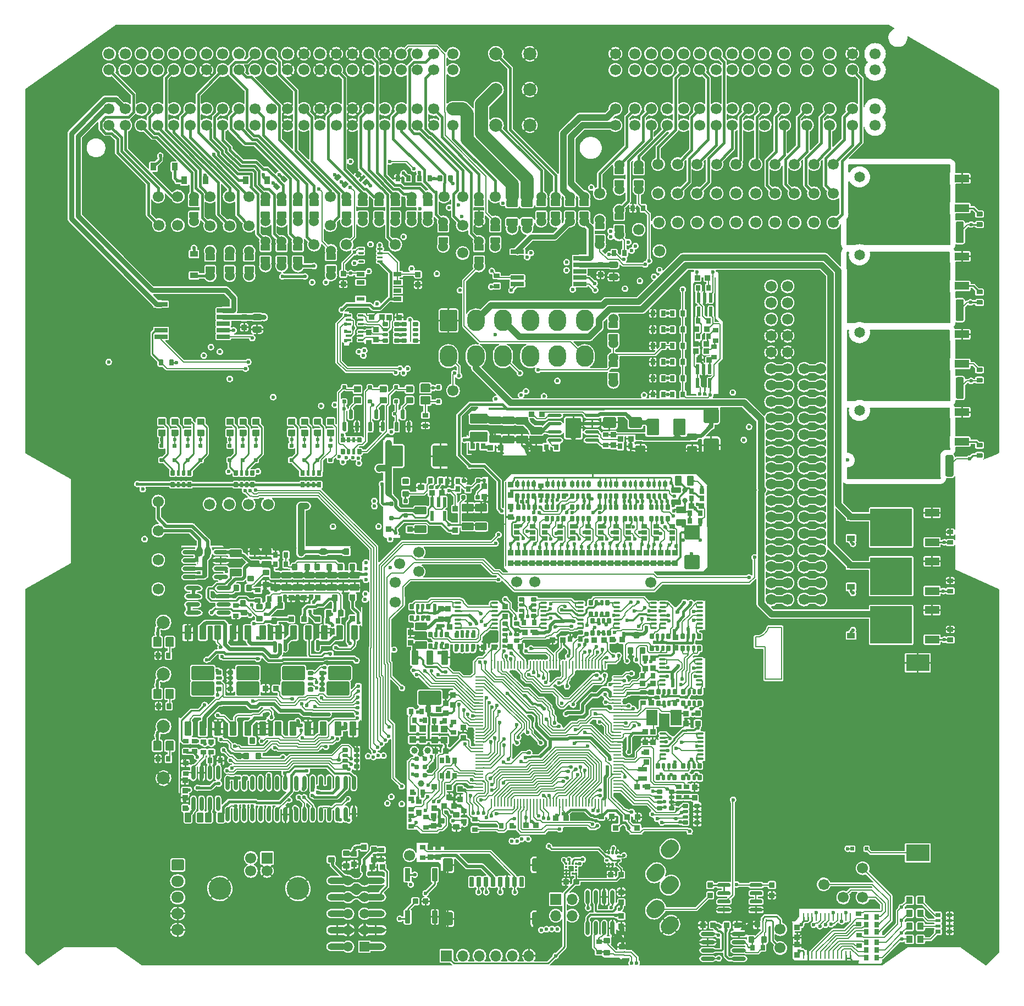
<source format=gtl>
G75*
G70*
%OFA0B0*%
%FSLAX25Y25*%
%IPPOS*%
%LPD*%
%AMOC8*
5,1,8,0,0,1.08239X$1,22.5*
%
%AMM11*
21,1,0.033470,0.026770,0.000000,0.000000,180.000000*
21,1,0.026770,0.033470,0.000000,0.000000,180.000000*
1,1,0.006690,-0.013390,0.013390*
1,1,0.006690,0.013390,0.013390*
1,1,0.006690,0.013390,-0.013390*
1,1,0.006690,-0.013390,-0.013390*
%
%AMM116*
21,1,0.012600,0.028980,0.000000,0.000000,270.000000*
21,1,0.010080,0.031500,0.000000,0.000000,270.000000*
1,1,0.002520,-0.014490,-0.005040*
1,1,0.002520,-0.014490,0.005040*
1,1,0.002520,0.014490,0.005040*
1,1,0.002520,0.014490,-0.005040*
%
%AMM150*
21,1,0.033470,0.026770,-0.000000,0.000000,0.000000*
21,1,0.026770,0.033470,-0.000000,0.000000,0.000000*
1,1,0.006690,0.013390,-0.013390*
1,1,0.006690,-0.013390,-0.013390*
1,1,0.006690,-0.013390,0.013390*
1,1,0.006690,0.013390,0.013390*
%
%AMM151*
21,1,0.027560,0.030710,-0.000000,0.000000,90.000000*
21,1,0.022050,0.036220,-0.000000,0.000000,90.000000*
1,1,0.005510,0.015350,0.011020*
1,1,0.005510,0.015350,-0.011020*
1,1,0.005510,-0.015350,-0.011020*
1,1,0.005510,-0.015350,0.011020*
%
%AMM153*
21,1,0.033470,0.026770,-0.000000,0.000000,270.000000*
21,1,0.026770,0.033470,-0.000000,0.000000,270.000000*
1,1,0.006690,-0.013390,-0.013390*
1,1,0.006690,-0.013390,0.013390*
1,1,0.006690,0.013390,0.013390*
1,1,0.006690,0.013390,-0.013390*
%
%AMM172*
21,1,0.035430,0.050000,-0.000000,-0.000000,90.000000*
21,1,0.028350,0.057090,-0.000000,-0.000000,90.000000*
1,1,0.007090,0.025000,0.014170*
1,1,0.007090,0.025000,-0.014170*
1,1,0.007090,-0.025000,-0.014170*
1,1,0.007090,-0.025000,0.014170*
%
%AMM173*
21,1,0.086610,0.073230,-0.000000,-0.000000,90.000000*
21,1,0.069290,0.090550,-0.000000,-0.000000,90.000000*
1,1,0.017320,0.036610,0.034650*
1,1,0.017320,0.036610,-0.034650*
1,1,0.017320,-0.036610,-0.034650*
1,1,0.017320,-0.036610,0.034650*
%
%AMM174*
21,1,0.027560,0.030710,-0.000000,-0.000000,270.000000*
21,1,0.022050,0.036220,-0.000000,-0.000000,270.000000*
1,1,0.005510,-0.015350,-0.011020*
1,1,0.005510,-0.015350,0.011020*
1,1,0.005510,0.015350,0.011020*
1,1,0.005510,0.015350,-0.011020*
%
%AMM175*
21,1,0.039370,0.049210,-0.000000,-0.000000,0.000000*
21,1,0.031500,0.057090,-0.000000,-0.000000,0.000000*
1,1,0.007870,0.015750,-0.024610*
1,1,0.007870,-0.015750,-0.024610*
1,1,0.007870,-0.015750,0.024610*
1,1,0.007870,0.015750,0.024610*
%
%AMM176*
21,1,0.023620,0.030710,-0.000000,-0.000000,270.000000*
21,1,0.018900,0.035430,-0.000000,-0.000000,270.000000*
1,1,0.004720,-0.015350,-0.009450*
1,1,0.004720,-0.015350,0.009450*
1,1,0.004720,0.015350,0.009450*
1,1,0.004720,0.015350,-0.009450*
%
%AMM177*
21,1,0.025590,0.026380,-0.000000,-0.000000,180.000000*
21,1,0.020470,0.031500,-0.000000,-0.000000,180.000000*
1,1,0.005120,-0.010240,0.013190*
1,1,0.005120,0.010240,0.013190*
1,1,0.005120,0.010240,-0.013190*
1,1,0.005120,-0.010240,-0.013190*
%
%AMM178*
21,1,0.017720,0.027950,-0.000000,-0.000000,180.000000*
21,1,0.014170,0.031500,-0.000000,-0.000000,180.000000*
1,1,0.003540,-0.007090,0.013980*
1,1,0.003540,0.007090,0.013980*
1,1,0.003540,0.007090,-0.013980*
1,1,0.003540,-0.007090,-0.013980*
%
%AMM179*
21,1,0.033470,0.026770,-0.000000,-0.000000,90.000000*
21,1,0.026770,0.033470,-0.000000,-0.000000,90.000000*
1,1,0.006690,0.013390,0.013390*
1,1,0.006690,0.013390,-0.013390*
1,1,0.006690,-0.013390,-0.013390*
1,1,0.006690,-0.013390,0.013390*
%
%AMM180*
21,1,0.027560,0.030710,-0.000000,-0.000000,180.000000*
21,1,0.022050,0.036220,-0.000000,-0.000000,180.000000*
1,1,0.005510,-0.011020,0.015350*
1,1,0.005510,0.011020,0.015350*
1,1,0.005510,0.011020,-0.015350*
1,1,0.005510,-0.011020,-0.015350*
%
%AMM181*
21,1,0.039370,0.049210,-0.000000,-0.000000,270.000000*
21,1,0.031500,0.057090,-0.000000,-0.000000,270.000000*
1,1,0.007870,-0.024610,-0.015750*
1,1,0.007870,-0.024610,0.015750*
1,1,0.007870,0.024610,0.015750*
1,1,0.007870,0.024610,-0.015750*
%
%AMM182*
21,1,0.033470,0.026770,-0.000000,-0.000000,0.000000*
21,1,0.026770,0.033470,-0.000000,-0.000000,0.000000*
1,1,0.006690,0.013390,-0.013390*
1,1,0.006690,-0.013390,-0.013390*
1,1,0.006690,-0.013390,0.013390*
1,1,0.006690,0.013390,0.013390*
%
%AMM183*
21,1,0.007870,0.503940,-0.000000,-0.000000,0.000000*
21,1,0.000000,0.511810,-0.000000,-0.000000,0.000000*
1,1,0.007870,-0.000000,-0.251970*
1,1,0.007870,-0.000000,-0.251970*
1,1,0.007870,-0.000000,0.251970*
1,1,0.007870,-0.000000,0.251970*
%
%AMM184*
21,1,0.009840,0.919290,-0.000000,-0.000000,90.000000*
21,1,0.000000,0.929130,-0.000000,-0.000000,90.000000*
1,1,0.009840,0.459650,-0.000000*
1,1,0.009840,0.459650,-0.000000*
1,1,0.009840,-0.459650,-0.000000*
1,1,0.009840,-0.459650,-0.000000*
%
%AMM185*
21,1,0.007870,0.041340,-0.000000,-0.000000,180.000000*
21,1,0.000000,0.049210,-0.000000,-0.000000,180.000000*
1,1,0.007870,-0.000000,0.020670*
1,1,0.007870,-0.000000,0.020670*
1,1,0.007870,-0.000000,-0.020670*
1,1,0.007870,-0.000000,-0.020670*
%
%AMM201*
21,1,0.033470,0.026770,-0.000000,0.000000,90.000000*
21,1,0.026770,0.033470,-0.000000,0.000000,90.000000*
1,1,0.006690,0.013390,0.013390*
1,1,0.006690,0.013390,-0.013390*
1,1,0.006690,-0.013390,-0.013390*
1,1,0.006690,-0.013390,0.013390*
%
%AMM202*
21,1,0.027560,0.030710,-0.000000,0.000000,0.000000*
21,1,0.022050,0.036220,-0.000000,0.000000,0.000000*
1,1,0.005510,0.011020,-0.015350*
1,1,0.005510,-0.011020,-0.015350*
1,1,0.005510,-0.011020,0.015350*
1,1,0.005510,0.011020,0.015350*
%
%AMM203*
21,1,0.015750,0.009840,-0.000000,0.000000,135.000000*
1,1,0.009840,0.005570,-0.005570*
1,1,0.009840,-0.005570,0.005570*
%
%AMM208*
21,1,0.027560,0.030710,-0.000000,0.000000,270.000000*
21,1,0.022050,0.036220,-0.000000,0.000000,270.000000*
1,1,0.005510,-0.015350,-0.011020*
1,1,0.005510,-0.015350,0.011020*
1,1,0.005510,0.015350,0.011020*
1,1,0.005510,0.015350,-0.011020*
%
%AMM217*
21,1,0.035430,0.030320,-0.000000,0.000000,270.000000*
21,1,0.028350,0.037400,-0.000000,0.000000,270.000000*
1,1,0.007090,-0.015160,-0.014170*
1,1,0.007090,-0.015160,0.014170*
1,1,0.007090,0.015160,0.014170*
1,1,0.007090,0.015160,-0.014170*
%
%AMM253*
21,1,0.070870,0.036220,-0.000000,-0.000000,180.000000*
21,1,0.061810,0.045280,-0.000000,-0.000000,180.000000*
1,1,0.009060,-0.030910,0.018110*
1,1,0.009060,0.030910,0.018110*
1,1,0.009060,0.030910,-0.018110*
1,1,0.009060,-0.030910,-0.018110*
%
%AMM254*
21,1,0.027560,0.030710,-0.000000,-0.000000,90.000000*
21,1,0.022050,0.036220,-0.000000,-0.000000,90.000000*
1,1,0.005510,0.015350,0.011020*
1,1,0.005510,0.015350,-0.011020*
1,1,0.005510,-0.015350,-0.011020*
1,1,0.005510,-0.015350,0.011020*
%
%AMM255*
21,1,0.033470,0.026770,-0.000000,-0.000000,270.000000*
21,1,0.026770,0.033470,-0.000000,-0.000000,270.000000*
1,1,0.006690,-0.013390,-0.013390*
1,1,0.006690,-0.013390,0.013390*
1,1,0.006690,0.013390,0.013390*
1,1,0.006690,0.013390,-0.013390*
%
%AMM256*
21,1,0.027560,0.030710,-0.000000,-0.000000,0.000000*
21,1,0.022050,0.036220,-0.000000,-0.000000,0.000000*
1,1,0.005510,0.011020,-0.015350*
1,1,0.005510,-0.011020,-0.015350*
1,1,0.005510,-0.011020,0.015350*
1,1,0.005510,0.011020,0.015350*
%
%AMM257*
21,1,0.023620,0.030710,-0.000000,-0.000000,0.000000*
21,1,0.018900,0.035430,-0.000000,-0.000000,0.000000*
1,1,0.004720,0.009450,-0.015350*
1,1,0.004720,-0.009450,-0.015350*
1,1,0.004720,-0.009450,0.015350*
1,1,0.004720,0.009450,0.015350*
%
%AMM258*
21,1,0.027560,0.018900,-0.000000,-0.000000,0.000000*
21,1,0.022840,0.023620,-0.000000,-0.000000,0.000000*
1,1,0.004720,0.011420,-0.009450*
1,1,0.004720,-0.011420,-0.009450*
1,1,0.004720,-0.011420,0.009450*
1,1,0.004720,0.011420,0.009450*
%
%AMM259*
21,1,0.137800,0.067720,-0.000000,-0.000000,180.000000*
21,1,0.120870,0.084650,-0.000000,-0.000000,180.000000*
1,1,0.016930,-0.060430,0.033860*
1,1,0.016930,0.060430,0.033860*
1,1,0.016930,0.060430,-0.033860*
1,1,0.016930,-0.060430,-0.033860*
%
%AMM260*
21,1,0.043310,0.075980,-0.000000,-0.000000,180.000000*
21,1,0.034650,0.084650,-0.000000,-0.000000,180.000000*
1,1,0.008660,-0.017320,0.037990*
1,1,0.008660,0.017320,0.037990*
1,1,0.008660,0.017320,-0.037990*
1,1,0.008660,-0.017320,-0.037990*
%
%AMM261*
21,1,0.043310,0.075990,-0.000000,-0.000000,180.000000*
21,1,0.034650,0.084650,-0.000000,-0.000000,180.000000*
1,1,0.008660,-0.017320,0.037990*
1,1,0.008660,0.017320,0.037990*
1,1,0.008660,0.017320,-0.037990*
1,1,0.008660,-0.017320,-0.037990*
%
%AMM262*
21,1,0.039370,0.035430,-0.000000,-0.000000,90.000000*
21,1,0.031500,0.043310,-0.000000,-0.000000,90.000000*
1,1,0.007870,0.017720,0.015750*
1,1,0.007870,0.017720,-0.015750*
1,1,0.007870,-0.017720,-0.015750*
1,1,0.007870,-0.017720,0.015750*
%
%AMM263*
21,1,0.035430,0.030320,-0.000000,-0.000000,90.000000*
21,1,0.028350,0.037400,-0.000000,-0.000000,90.000000*
1,1,0.007090,0.015160,0.014170*
1,1,0.007090,0.015160,-0.014170*
1,1,0.007090,-0.015160,-0.014170*
1,1,0.007090,-0.015160,0.014170*
%
%AMM264*
21,1,0.035830,0.026770,-0.000000,-0.000000,90.000000*
21,1,0.029130,0.033470,-0.000000,-0.000000,90.000000*
1,1,0.006690,0.013390,0.014570*
1,1,0.006690,0.013390,-0.014570*
1,1,0.006690,-0.013390,-0.014570*
1,1,0.006690,-0.013390,0.014570*
%
%AMM265*
21,1,0.035430,0.030320,-0.000000,-0.000000,0.000000*
21,1,0.028350,0.037400,-0.000000,-0.000000,0.000000*
1,1,0.007090,0.014170,-0.015160*
1,1,0.007090,-0.014170,-0.015160*
1,1,0.007090,-0.014170,0.015160*
1,1,0.007090,0.014170,0.015160*
%
%AMM266*
21,1,0.025590,0.026380,-0.000000,-0.000000,90.000000*
21,1,0.020470,0.031500,-0.000000,-0.000000,90.000000*
1,1,0.005120,0.013190,0.010240*
1,1,0.005120,0.013190,-0.010240*
1,1,0.005120,-0.013190,-0.010240*
1,1,0.005120,-0.013190,0.010240*
%
%AMM267*
21,1,0.017720,0.027950,-0.000000,-0.000000,90.000000*
21,1,0.014170,0.031500,-0.000000,-0.000000,90.000000*
1,1,0.003540,0.013980,0.007090*
1,1,0.003540,0.013980,-0.007090*
1,1,0.003540,-0.013980,-0.007090*
1,1,0.003540,-0.013980,0.007090*
%
%AMM268*
21,1,0.027560,0.049610,-0.000000,-0.000000,90.000000*
21,1,0.022050,0.055120,-0.000000,-0.000000,90.000000*
1,1,0.005510,0.024800,0.011020*
1,1,0.005510,0.024800,-0.011020*
1,1,0.005510,-0.024800,-0.011020*
1,1,0.005510,-0.024800,0.011020*
%
%AMM269*
21,1,0.035830,0.026770,-0.000000,-0.000000,0.000000*
21,1,0.029130,0.033470,-0.000000,-0.000000,0.000000*
1,1,0.006690,0.014570,-0.013390*
1,1,0.006690,-0.014570,-0.013390*
1,1,0.006690,-0.014570,0.013390*
1,1,0.006690,0.014570,0.013390*
%
%AMM270*
21,1,0.007870,0.029130,-0.000000,-0.000000,45.000000*
21,1,0.000000,0.037010,-0.000000,-0.000000,45.000000*
1,1,0.007870,0.010300,-0.010300*
1,1,0.007870,0.010300,-0.010300*
1,1,0.007870,-0.010300,0.010300*
1,1,0.007870,-0.010300,0.010300*
%
%AMM271*
21,1,0.007870,0.014960,-0.000000,-0.000000,315.000000*
21,1,0.000000,0.022840,-0.000000,-0.000000,315.000000*
1,1,0.007870,-0.005290,-0.005290*
1,1,0.007870,-0.005290,-0.005290*
1,1,0.007870,0.005290,0.005290*
1,1,0.007870,0.005290,0.005290*
%
%AMM272*
21,1,0.007870,0.013780,-0.000000,-0.000000,225.000000*
21,1,0.000000,0.021650,-0.000000,-0.000000,225.000000*
1,1,0.007870,-0.004870,0.004870*
1,1,0.007870,-0.004870,0.004870*
1,1,0.007870,0.004870,-0.004870*
1,1,0.007870,0.004870,-0.004870*
%
%AMM273*
21,1,0.007870,0.039370,-0.000000,-0.000000,225.000000*
21,1,0.000000,0.047240,-0.000000,-0.000000,225.000000*
1,1,0.007870,-0.013920,0.013920*
1,1,0.007870,-0.013920,0.013920*
1,1,0.007870,0.013920,-0.013920*
1,1,0.007870,0.013920,-0.013920*
%
%AMM274*
21,1,0.007870,0.055120,-0.000000,-0.000000,90.000000*
21,1,0.000000,0.062990,-0.000000,-0.000000,90.000000*
1,1,0.007870,0.027560,-0.000000*
1,1,0.007870,0.027560,-0.000000*
1,1,0.007870,-0.027560,-0.000000*
1,1,0.007870,-0.027560,-0.000000*
%
%AMM275*
21,1,0.007870,0.023620,-0.000000,-0.000000,135.000000*
21,1,0.000000,0.031500,-0.000000,-0.000000,135.000000*
1,1,0.007870,0.008350,0.008350*
1,1,0.007870,0.008350,0.008350*
1,1,0.007870,-0.008350,-0.008350*
1,1,0.007870,-0.008350,-0.008350*
%
%AMM276*
21,1,0.007870,1.704720,-0.000000,-0.000000,90.000000*
21,1,0.000000,1.712600,-0.000000,-0.000000,90.000000*
1,1,0.007870,0.852360,-0.000000*
1,1,0.007870,0.852360,-0.000000*
1,1,0.007870,-0.852360,-0.000000*
1,1,0.007870,-0.852360,-0.000000*
%
%AMM277*
21,1,0.007870,1.405510,-0.000000,-0.000000,0.000000*
21,1,0.000000,1.413390,-0.000000,-0.000000,0.000000*
1,1,0.007870,-0.000000,-0.702760*
1,1,0.007870,-0.000000,-0.702760*
1,1,0.007870,-0.000000,0.702760*
1,1,0.007870,-0.000000,0.702760*
%
%AMM278*
21,1,0.007870,1.787400,-0.000000,-0.000000,90.000000*
21,1,0.000000,1.795280,-0.000000,-0.000000,90.000000*
1,1,0.007870,0.893700,-0.000000*
1,1,0.007870,0.893700,-0.000000*
1,1,0.007870,-0.893700,-0.000000*
1,1,0.007870,-0.893700,-0.000000*
%
%AMM279*
21,1,0.007870,1.416930,-0.000000,-0.000000,0.000000*
21,1,0.000000,1.424800,-0.000000,-0.000000,0.000000*
1,1,0.007870,-0.000000,-0.708470*
1,1,0.007870,-0.000000,-0.708470*
1,1,0.007870,-0.000000,0.708470*
1,1,0.007870,-0.000000,0.708470*
%
%AMM280*
21,1,0.009840,0.017720,-0.000000,-0.000000,0.000000*
21,1,0.000000,0.027560,-0.000000,-0.000000,0.000000*
1,1,0.009840,-0.000000,-0.008860*
1,1,0.009840,-0.000000,-0.008860*
1,1,0.009840,-0.000000,0.008860*
1,1,0.009840,-0.000000,0.008860*
%
%AMM302*
21,1,0.035430,0.030320,-0.000000,0.000000,90.000000*
21,1,0.028350,0.037400,-0.000000,0.000000,90.000000*
1,1,0.007090,0.015160,0.014170*
1,1,0.007090,0.015160,-0.014170*
1,1,0.007090,-0.015160,-0.014170*
1,1,0.007090,-0.015160,0.014170*
%
%AMM31*
21,1,0.027560,0.030710,0.000000,0.000000,270.000000*
21,1,0.022050,0.036220,0.000000,0.000000,270.000000*
1,1,0.005510,-0.015350,-0.011020*
1,1,0.005510,-0.015350,0.011020*
1,1,0.005510,0.015350,0.011020*
1,1,0.005510,0.015350,-0.011020*
%
%AMM320*
21,1,0.033470,0.026770,-0.000000,-0.000000,180.000000*
21,1,0.026770,0.033470,-0.000000,-0.000000,180.000000*
1,1,0.006690,-0.013390,0.013390*
1,1,0.006690,0.013390,0.013390*
1,1,0.006690,0.013390,-0.013390*
1,1,0.006690,-0.013390,-0.013390*
%
%AMM321*
21,1,0.035430,0.030320,-0.000000,-0.000000,180.000000*
21,1,0.028350,0.037400,-0.000000,-0.000000,180.000000*
1,1,0.007090,-0.014170,0.015160*
1,1,0.007090,0.014170,0.015160*
1,1,0.007090,0.014170,-0.015160*
1,1,0.007090,-0.014170,-0.015160*
%
%AMM322*
21,1,0.043310,0.075980,-0.000000,-0.000000,0.000000*
21,1,0.034650,0.084650,-0.000000,-0.000000,0.000000*
1,1,0.008660,0.017320,-0.037990*
1,1,0.008660,-0.017320,-0.037990*
1,1,0.008660,-0.017320,0.037990*
1,1,0.008660,0.017320,0.037990*
%
%AMM323*
21,1,0.043310,0.075990,-0.000000,-0.000000,0.000000*
21,1,0.034650,0.084650,-0.000000,-0.000000,0.000000*
1,1,0.008660,0.017320,-0.037990*
1,1,0.008660,-0.017320,-0.037990*
1,1,0.008660,-0.017320,0.037990*
1,1,0.008660,0.017320,0.037990*
%
%AMM324*
21,1,0.137800,0.067720,-0.000000,-0.000000,0.000000*
21,1,0.120870,0.084650,-0.000000,-0.000000,0.000000*
1,1,0.016930,0.060430,-0.033860*
1,1,0.016930,-0.060430,-0.033860*
1,1,0.016930,-0.060430,0.033860*
1,1,0.016930,0.060430,0.033860*
%
%AMM325*
21,1,0.025590,0.026380,-0.000000,-0.000000,270.000000*
21,1,0.020470,0.031500,-0.000000,-0.000000,270.000000*
1,1,0.005120,-0.013190,-0.010240*
1,1,0.005120,-0.013190,0.010240*
1,1,0.005120,0.013190,0.010240*
1,1,0.005120,0.013190,-0.010240*
%
%AMM326*
21,1,0.017720,0.027950,-0.000000,-0.000000,270.000000*
21,1,0.014170,0.031500,-0.000000,-0.000000,270.000000*
1,1,0.003540,-0.013980,-0.007090*
1,1,0.003540,-0.013980,0.007090*
1,1,0.003540,0.013980,0.007090*
1,1,0.003540,0.013980,-0.007090*
%
%AMM327*
21,1,0.035830,0.026770,-0.000000,-0.000000,270.000000*
21,1,0.029130,0.033470,-0.000000,-0.000000,270.000000*
1,1,0.006690,-0.013390,-0.014570*
1,1,0.006690,-0.013390,0.014570*
1,1,0.006690,0.013390,0.014570*
1,1,0.006690,0.013390,-0.014570*
%
%AMM328*
21,1,0.003940,0.007870,-0.000000,-0.000000,315.000000*
1,1,0.007870,-0.001390,0.001390*
1,1,0.007870,0.001390,-0.001390*
%
%AMM329*
21,1,0.087800,0.007870,-0.000000,-0.000000,225.000000*
1,1,0.007870,0.031040,0.031040*
1,1,0.007870,-0.031040,-0.031040*
%
%AMM330*
21,1,0.031500,0.007870,-0.000000,-0.000000,135.000000*
1,1,0.007870,0.011140,-0.011140*
1,1,0.007870,-0.011140,0.011140*
%
%AMM340*
21,1,0.035830,0.026770,-0.000000,0.000000,90.000000*
21,1,0.029130,0.033470,-0.000000,0.000000,90.000000*
1,1,0.006690,0.013390,0.014570*
1,1,0.006690,0.013390,-0.014570*
1,1,0.006690,-0.013390,-0.014570*
1,1,0.006690,-0.013390,0.014570*
%
%AMM341*
21,1,0.007870,0.640160,-0.000000,0.000000,0.000000*
21,1,0.000000,0.648030,-0.000000,0.000000,0.000000*
1,1,0.007870,-0.000000,-0.320080*
1,1,0.007870,-0.000000,-0.320080*
1,1,0.007870,-0.000000,0.320080*
1,1,0.007870,-0.000000,0.320080*
%
%AMM342*
21,1,0.007870,0.400390,-0.000000,0.000000,90.000000*
21,1,0.000000,0.408270,-0.000000,0.000000,90.000000*
1,1,0.007870,0.200200,0.000000*
1,1,0.007870,0.200200,0.000000*
1,1,0.007870,-0.200200,0.000000*
1,1,0.007870,-0.200200,0.000000*
%
%AMM343*
21,1,0.007870,0.080320,-0.000000,0.000000,315.000000*
21,1,0.000000,0.088190,-0.000000,0.000000,315.000000*
1,1,0.007870,-0.028400,-0.028400*
1,1,0.007870,-0.028400,-0.028400*
1,1,0.007870,0.028400,0.028400*
1,1,0.007870,0.028400,0.028400*
%
%AMM344*
21,1,0.007870,0.287010,-0.000000,0.000000,270.000000*
21,1,0.000000,0.294880,-0.000000,0.000000,270.000000*
1,1,0.007870,-0.143500,0.000000*
1,1,0.007870,-0.143500,0.000000*
1,1,0.007870,0.143500,0.000000*
1,1,0.007870,0.143500,0.000000*
%
%AMM345*
21,1,0.007870,0.078350,-0.000000,0.000000,225.000000*
21,1,0.000000,0.086220,-0.000000,0.000000,225.000000*
1,1,0.007870,-0.027700,0.027700*
1,1,0.007870,-0.027700,0.027700*
1,1,0.007870,0.027700,-0.027700*
1,1,0.007870,0.027700,-0.027700*
%
%AMM346*
21,1,0.007870,0.643700,-0.000000,0.000000,0.000000*
21,1,0.000000,0.651580,-0.000000,0.000000,0.000000*
1,1,0.007870,-0.000000,-0.321850*
1,1,0.007870,-0.000000,-0.321850*
1,1,0.007870,-0.000000,0.321850*
1,1,0.007870,-0.000000,0.321850*
%
%AMM356*
21,1,0.033470,0.026770,0.000000,-0.000000,180.000000*
21,1,0.026770,0.033470,0.000000,-0.000000,180.000000*
1,1,0.006690,-0.013390,0.013390*
1,1,0.006690,0.013390,0.013390*
1,1,0.006690,0.013390,-0.013390*
1,1,0.006690,-0.013390,-0.013390*
%
%AMM357*
21,1,0.021650,0.052760,0.000000,-0.000000,180.000000*
21,1,0.017320,0.057090,0.000000,-0.000000,180.000000*
1,1,0.004330,-0.008660,0.026380*
1,1,0.004330,0.008660,0.026380*
1,1,0.004330,0.008660,-0.026380*
1,1,0.004330,-0.008660,-0.026380*
%
%AMM358*
21,1,0.027560,0.030710,0.000000,-0.000000,90.000000*
21,1,0.022050,0.036220,0.000000,-0.000000,90.000000*
1,1,0.005510,0.015350,0.011020*
1,1,0.005510,0.015350,-0.011020*
1,1,0.005510,-0.015350,-0.011020*
1,1,0.005510,-0.015350,0.011020*
%
%AMM359*
21,1,0.027560,0.030710,0.000000,-0.000000,180.000000*
21,1,0.022050,0.036220,0.000000,-0.000000,180.000000*
1,1,0.005510,-0.011020,0.015350*
1,1,0.005510,0.011020,0.015350*
1,1,0.005510,0.011020,-0.015350*
1,1,0.005510,-0.011020,-0.015350*
%
%AMM36*
21,1,0.033470,0.026770,0.000000,0.000000,90.000000*
21,1,0.026770,0.033470,0.000000,0.000000,90.000000*
1,1,0.006690,0.013390,0.013390*
1,1,0.006690,0.013390,-0.013390*
1,1,0.006690,-0.013390,-0.013390*
1,1,0.006690,-0.013390,0.013390*
%
%AMM375*
21,1,0.035430,0.030320,-0.000000,-0.000000,270.000000*
21,1,0.028350,0.037400,-0.000000,-0.000000,270.000000*
1,1,0.007090,-0.015160,-0.014170*
1,1,0.007090,-0.015160,0.014170*
1,1,0.007090,0.015160,0.014170*
1,1,0.007090,0.015160,-0.014170*
%
%AMM376*
21,1,0.021650,0.052760,-0.000000,-0.000000,180.000000*
21,1,0.017320,0.057090,-0.000000,-0.000000,180.000000*
1,1,0.004330,-0.008660,0.026380*
1,1,0.004330,0.008660,0.026380*
1,1,0.004330,0.008660,-0.026380*
1,1,0.004330,-0.008660,-0.026380*
%
%AMM377*
21,1,0.094490,0.111020,-0.000000,-0.000000,0.000000*
21,1,0.075590,0.129920,-0.000000,-0.000000,0.000000*
1,1,0.018900,0.037800,-0.055510*
1,1,0.018900,-0.037800,-0.055510*
1,1,0.018900,-0.037800,0.055510*
1,1,0.018900,0.037800,0.055510*
%
%AMM378*
21,1,0.023620,0.018900,-0.000000,-0.000000,90.000000*
21,1,0.018900,0.023620,-0.000000,-0.000000,90.000000*
1,1,0.004720,0.009450,0.009450*
1,1,0.004720,0.009450,-0.009450*
1,1,0.004720,-0.009450,-0.009450*
1,1,0.004720,-0.009450,0.009450*
%
%AMM379*
21,1,0.035830,0.026770,-0.000000,-0.000000,180.000000*
21,1,0.029130,0.033470,-0.000000,-0.000000,180.000000*
1,1,0.006690,-0.014570,0.013390*
1,1,0.006690,0.014570,0.013390*
1,1,0.006690,0.014570,-0.013390*
1,1,0.006690,-0.014570,-0.013390*
%
%AMM380*
21,1,0.023620,0.018900,-0.000000,-0.000000,0.000000*
21,1,0.018900,0.023620,-0.000000,-0.000000,0.000000*
1,1,0.004720,0.009450,-0.009450*
1,1,0.004720,-0.009450,-0.009450*
1,1,0.004720,-0.009450,0.009450*
1,1,0.004720,0.009450,0.009450*
%
%AMM381*
21,1,0.047240,0.015750,-0.000000,-0.000000,315.000000*
1,1,0.015750,-0.016700,0.016700*
1,1,0.015750,0.016700,-0.016700*
%
%AMM400*
21,1,0.106300,0.050390,-0.000000,-0.000000,180.000000*
21,1,0.093700,0.062990,-0.000000,-0.000000,180.000000*
1,1,0.012600,-0.046850,0.025200*
1,1,0.012600,0.046850,0.025200*
1,1,0.012600,0.046850,-0.025200*
1,1,0.012600,-0.046850,-0.025200*
%
%AMM401*
21,1,0.074800,0.083460,-0.000000,-0.000000,0.000000*
21,1,0.059840,0.098430,-0.000000,-0.000000,0.000000*
1,1,0.014960,0.029920,-0.041730*
1,1,0.014960,-0.029920,-0.041730*
1,1,0.014960,-0.029920,0.041730*
1,1,0.014960,0.029920,0.041730*
%
%AMM402*
21,1,0.122050,0.075590,-0.000000,-0.000000,90.000000*
21,1,0.103150,0.094490,-0.000000,-0.000000,90.000000*
1,1,0.018900,0.037800,0.051580*
1,1,0.018900,0.037800,-0.051580*
1,1,0.018900,-0.037800,-0.051580*
1,1,0.018900,-0.037800,0.051580*
%
%AMM403*
21,1,0.078740,0.053540,-0.000000,-0.000000,0.000000*
21,1,0.065350,0.066930,-0.000000,-0.000000,0.000000*
1,1,0.013390,0.032680,-0.026770*
1,1,0.013390,-0.032680,-0.026770*
1,1,0.013390,-0.032680,0.026770*
1,1,0.013390,0.032680,0.026770*
%
%AMM404*
21,1,0.070870,0.036220,-0.000000,-0.000000,0.000000*
21,1,0.061810,0.045280,-0.000000,-0.000000,0.000000*
1,1,0.009060,0.030910,-0.018110*
1,1,0.009060,-0.030910,-0.018110*
1,1,0.009060,-0.030910,0.018110*
1,1,0.009060,0.030910,0.018110*
%
%AMM405*
21,1,0.086610,0.073230,-0.000000,-0.000000,270.000000*
21,1,0.069290,0.090550,-0.000000,-0.000000,270.000000*
1,1,0.017320,-0.036610,-0.034650*
1,1,0.017320,-0.036610,0.034650*
1,1,0.017320,0.036610,0.034650*
1,1,0.017320,0.036610,-0.034650*
%
%AMM8*
21,1,0.033470,0.026770,0.000000,0.000000,270.000000*
21,1,0.026770,0.033470,0.000000,0.000000,270.000000*
1,1,0.006690,-0.013390,-0.013390*
1,1,0.006690,-0.013390,0.013390*
1,1,0.006690,0.013390,0.013390*
1,1,0.006690,0.013390,-0.013390*
%
%AMM82*
21,1,0.078740,0.045670,0.000000,0.000000,270.000000*
21,1,0.067320,0.057090,0.000000,0.000000,270.000000*
1,1,0.011420,-0.022840,-0.033660*
1,1,0.011420,-0.022840,0.033660*
1,1,0.011420,0.022840,0.033660*
1,1,0.011420,0.022840,-0.033660*
%
%AMM83*
21,1,0.059060,0.020470,0.000000,0.000000,270.000000*
21,1,0.053940,0.025590,0.000000,0.000000,270.000000*
1,1,0.005120,-0.010240,-0.026970*
1,1,0.005120,-0.010240,0.026970*
1,1,0.005120,0.010240,0.026970*
1,1,0.005120,0.010240,-0.026970*
%
%AMM90*
21,1,0.025590,0.026380,0.000000,0.000000,90.000000*
21,1,0.020470,0.031500,0.000000,0.000000,90.000000*
1,1,0.005120,0.013190,0.010240*
1,1,0.005120,0.013190,-0.010240*
1,1,0.005120,-0.013190,-0.010240*
1,1,0.005120,-0.013190,0.010240*
%
%AMM91*
21,1,0.017720,0.027950,0.000000,0.000000,90.000000*
21,1,0.014170,0.031500,0.000000,0.000000,90.000000*
1,1,0.003540,0.013980,0.007090*
1,1,0.003540,0.013980,-0.007090*
1,1,0.003540,-0.013980,-0.007090*
1,1,0.003540,-0.013980,0.007090*
%
%ADD10C,0.00787*%
%ADD11C,0.06693*%
%ADD118M8*%
%ADD12R,0.06693X0.06693*%
%ADD121M11*%
%ADD13O,0.06693X0.06693*%
%ADD137C,0.01968*%
%ADD14C,0.06000*%
%ADD145M31*%
%ADD15R,0.08661X0.04724*%
%ADD156M36*%
%ADD159O,0.05118X0.00866*%
%ADD16R,0.25197X0.22835*%
%ADD160O,0.00866X0.05118*%
%ADD165O,0.04331X0.01181*%
%ADD168R,0.06693X0.09449*%
%ADD17C,0.07874*%
%ADD18C,0.13780*%
%ADD186R,0.01968X0.01968*%
%ADD187C,0.03100*%
%ADD188C,0.03900*%
%ADD19R,0.03543X0.04724*%
%ADD20R,0.05157X0.02559*%
%ADD21R,0.05157X0.02362*%
%ADD216M82*%
%ADD217M83*%
%ADD218O,0.01968X0.50000*%
%ADD219O,0.56890X0.01968*%
%ADD22R,0.05217X0.05906*%
%ADD220O,0.01968X0.44882*%
%ADD221O,0.01968X0.11811*%
%ADD222O,0.04724X0.01968*%
%ADD229M90*%
%ADD23C,0.05906*%
%ADD230M91*%
%ADD231O,0.02362X0.08661*%
%ADD232O,0.08661X0.02362*%
%ADD237C,0.05118*%
%ADD24R,0.04724X0.03543*%
%ADD25R,0.06299X0.09449*%
%ADD255O,0.01968X0.00984*%
%ADD256O,0.00984X0.01968*%
%ADD26C,0.06496*%
%ADD267R,0.05906X0.05906*%
%ADD27O,0.00787X0.20079*%
%ADD276M116*%
%ADD28O,0.43701X0.00787*%
%ADD285O,0.03937X0.34429*%
%ADD286O,0.00787X0.36221*%
%ADD287O,0.03937X0.01968*%
%ADD288O,0.00787X0.01968*%
%ADD29O,0.03740X0.00787*%
%ADD299O,0.08661X0.01968*%
%ADD30C,0.02362*%
%ADD304O,0.01968X0.03937*%
%ADD305O,0.01575X0.28347*%
%ADD31O,0.00787X0.13780*%
%ADD32O,0.01969X0.00984*%
%ADD321M150*%
%ADD322M151*%
%ADD324M153*%
%ADD33O,0.00984X0.22835*%
%ADD34O,0.40157X0.00984*%
%ADD343M172*%
%ADD344M173*%
%ADD345M174*%
%ADD346M175*%
%ADD347M176*%
%ADD348M177*%
%ADD349M178*%
%ADD35O,0.01575X0.00787*%
%ADD350M179*%
%ADD351M180*%
%ADD352M181*%
%ADD353M182*%
%ADD354M183*%
%ADD355M184*%
%ADD356M185*%
%ADD36O,0.01575X0.28346*%
%ADD37O,0.19685X0.01575*%
%ADD372O,0.00984X0.04961*%
%ADD373M201*%
%ADD374M202*%
%ADD375M203*%
%ADD376O,0.40158X0.00984*%
%ADD38O,1.18110X0.01575*%
%ADD382M208*%
%ADD39O,0.00787X0.12205*%
%ADD393M217*%
%ADD40O,0.03937X0.01969*%
%ADD41O,0.01969X0.11811*%
%ADD42O,1.39370X0.01575*%
%ADD43O,0.03937X0.34428*%
%ADD431M253*%
%ADD432M254*%
%ADD433M255*%
%ADD434M256*%
%ADD435M257*%
%ADD436M258*%
%ADD437M259*%
%ADD438M260*%
%ADD439M261*%
%ADD44O,0.00787X0.01969*%
%ADD440M262*%
%ADD441M263*%
%ADD442M264*%
%ADD443M265*%
%ADD444M266*%
%ADD445M267*%
%ADD446M268*%
%ADD447M269*%
%ADD448M270*%
%ADD449M271*%
%ADD45O,0.01575X0.21260*%
%ADD450M272*%
%ADD451M273*%
%ADD452M274*%
%ADD453M275*%
%ADD454M276*%
%ADD455M277*%
%ADD456M278*%
%ADD457M279*%
%ADD458M280*%
%ADD46O,0.35433X0.01575*%
%ADD47O,0.25591X0.00787*%
%ADD48O,0.54331X0.00787*%
%ADD480M302*%
%ADD49O,0.00787X0.36220*%
%ADD50O,0.01969X0.44882*%
%ADD51O,0.01969X0.50000*%
%ADD513M320*%
%ADD514M321*%
%ADD515M322*%
%ADD516M323*%
%ADD517M324*%
%ADD518M325*%
%ADD519M326*%
%ADD52O,0.04724X0.01969*%
%ADD520M327*%
%ADD521M328*%
%ADD522M329*%
%ADD523M330*%
%ADD53O,0.56890X0.01969*%
%ADD533O,0.11221X0.04016*%
%ADD534M340*%
%ADD535M341*%
%ADD536M342*%
%ADD537M343*%
%ADD538M344*%
%ADD539M345*%
%ADD54O,0.68504X0.01575*%
%ADD540M346*%
%ADD55O,0.10630X0.12992*%
%ADD551M356*%
%ADD552M357*%
%ADD553M358*%
%ADD554M359*%
%ADD56R,0.01378X0.01476*%
%ADD57R,0.01476X0.01378*%
%ADD578M375*%
%ADD579M376*%
%ADD58O,0.07677X0.06693*%
%ADD580M377*%
%ADD581M378*%
%ADD582M379*%
%ADD583M380*%
%ADD584M381*%
%ADD59R,0.07874X0.02559*%
%ADD60R,0.17717X0.31890*%
%ADD61O,0.00787X0.22323*%
%ADD611M400*%
%ADD612M401*%
%ADD613M402*%
%ADD614M403*%
%ADD615M404*%
%ADD616M405*%
%ADD62O,0.00787X0.26772*%
%ADD63O,0.38583X0.01575*%
%ADD64O,0.00984X0.01969*%
%ADD65R,0.14173X0.10236*%
%ADD66O,0.00787X0.16732*%
%ADD67O,0.00787X0.14173*%
%ADD68O,0.00787X1.01772*%
%ADD69O,0.06693X0.00787*%
%ADD70O,0.00787X0.16339*%
%ADD71O,0.00787X0.56693*%
%ADD72O,0.00787X0.34744*%
%ADD73O,0.44587X0.00787*%
%ADD74O,1.01181X0.00787*%
%ADD75O,0.03937X0.05906*%
%ADD76O,0.03150X0.02362*%
%ADD77O,0.22323X0.00787*%
%ADD78O,0.00787X0.43701*%
%ADD79O,0.26772X0.00787*%
%ADD80O,0.01575X0.38583*%
%ADD81C,0.01575*%
%ADD82C,0.03937*%
%ADD83C,0.00984*%
%ADD84C,0.03150*%
%ADD85C,0.01969*%
%ADD94C,0.01181*%
X0000000Y0000000D02*
%LPD*%
G01*
D10*
X0476399Y0213022D02*
X0476399Y0193337D01*
X0470494Y0213022D02*
X0470494Y0218928D01*
X0486242Y0224834D02*
X0478368Y0224834D01*
X0476399Y0193337D02*
X0486242Y0193337D01*
X0470494Y0213022D02*
X0476399Y0213022D01*
X0486242Y0193337D02*
X0486242Y0224834D01*
X0470494Y0218928D02*
G75*
G03*
X0478368Y0224834I0000309J0007791D01*
G01*
G36*
G01*
X0265157Y0495709D02*
X0265157Y0498780D01*
G75*
G02*
X0265433Y0499055I0000276J0000000D01*
G01*
X0267638Y0499055D01*
G75*
G02*
X0267913Y0498780I0000000J-000276D01*
G01*
X0267913Y0495709D01*
G75*
G02*
X0267638Y0495433I-000276J0000000D01*
G01*
X0265433Y0495433D01*
G75*
G02*
X0265157Y0495709I0000000J0000276D01*
G01*
G37*
G36*
G01*
X0271457Y0495709D02*
X0271457Y0498780D01*
G75*
G02*
X0271732Y0499055I0000276J0000000D01*
G01*
X0273937Y0499055D01*
G75*
G02*
X0274213Y0498780I0000000J-000276D01*
G01*
X0274213Y0495709D01*
G75*
G02*
X0273937Y0495433I-000276J0000000D01*
G01*
X0271732Y0495433D01*
G75*
G02*
X0271457Y0495709I0000000J0000276D01*
G01*
G37*
D11*
X0411417Y0505906D03*
G36*
G01*
X0403740Y0480669D02*
X0403740Y0477598D01*
G75*
G02*
X0403465Y0477323I-000276J0000000D01*
G01*
X0401260Y0477323D01*
G75*
G02*
X0400984Y0477598I0000000J0000276D01*
G01*
X0400984Y0480669D01*
G75*
G02*
X0401260Y0480945I0000276J0000000D01*
G01*
X0403465Y0480945D01*
G75*
G02*
X0403740Y0480669I0000000J-000276D01*
G01*
G37*
G36*
G01*
X0397441Y0480669D02*
X0397441Y0477598D01*
G75*
G02*
X0397165Y0477323I-000276J0000000D01*
G01*
X0394961Y0477323D01*
G75*
G02*
X0394685Y0477598I0000000J0000276D01*
G01*
X0394685Y0480669D01*
G75*
G02*
X0394961Y0480945I0000276J0000000D01*
G01*
X0397165Y0480945D01*
G75*
G02*
X0397441Y0480669I0000000J-000276D01*
G01*
G37*
G36*
G01*
X0596752Y0375689D02*
X0596752Y0364469D01*
G75*
G02*
X0595768Y0363484I-000984J0000000D01*
G01*
X0592913Y0363484D01*
G75*
G02*
X0591929Y0364469I0000000J0000984D01*
G01*
X0591929Y0375689D01*
G75*
G02*
X0592913Y0376673I0000984J0000000D01*
G01*
X0595768Y0376673D01*
G75*
G02*
X0596752Y0375689I0000000J-000984D01*
G01*
G37*
G36*
G01*
X0573425Y0375689D02*
X0573425Y0364469D01*
G75*
G02*
X0572441Y0363484I-000984J0000000D01*
G01*
X0569587Y0363484D01*
G75*
G02*
X0568602Y0364469I0000000J0000984D01*
G01*
X0568602Y0375689D01*
G75*
G02*
X0569587Y0376673I0000984J0000000D01*
G01*
X0572441Y0376673D01*
G75*
G02*
X0573425Y0375689I0000000J-000984D01*
G01*
G37*
X0505906Y0470472D03*
X0446850Y0488189D03*
D12*
X0282992Y0025591D03*
D13*
X0292992Y0025591D03*
X0302992Y0025591D03*
X0312992Y0025591D03*
X0322992Y0025591D03*
X0332992Y0025591D03*
D14*
X0331890Y0486024D03*
G36*
G01*
X0328346Y0480728D02*
X0328346Y0483445D01*
G75*
G02*
X0329252Y0484350I0000906J0000000D01*
G01*
X0334528Y0484350D01*
G75*
G02*
X0335433Y0483445I0000000J-000906D01*
G01*
X0335433Y0480728D01*
G75*
G02*
X0334528Y0479823I-000906J0000000D01*
G01*
X0329252Y0479823D01*
G75*
G02*
X0328346Y0480728I0000000J0000906D01*
G01*
G37*
G36*
G01*
X0328346Y0469311D02*
X0328346Y0472028D01*
G75*
G02*
X0329252Y0472933I0000906J0000000D01*
G01*
X0334528Y0472933D01*
G75*
G02*
X0335433Y0472028I0000000J-000906D01*
G01*
X0335433Y0469311D01*
G75*
G02*
X0334528Y0468405I-000906J0000000D01*
G01*
X0329252Y0468405D01*
G75*
G02*
X0328346Y0469311I0000000J0000906D01*
G01*
G37*
X0331890Y0466732D03*
D11*
X0260630Y0086614D03*
D15*
X0595669Y0337480D03*
D16*
X0570866Y0346457D03*
D15*
X0595669Y0355433D03*
G36*
G01*
X0418680Y0394134D02*
X0418680Y0397205D01*
G75*
G02*
X0418956Y0397480I0000276J0000000D01*
G01*
X0421160Y0397480D01*
G75*
G02*
X0421436Y0397205I0000000J-000276D01*
G01*
X0421436Y0394134D01*
G75*
G02*
X0421160Y0393858I-000276J0000000D01*
G01*
X0418956Y0393858D01*
G75*
G02*
X0418680Y0394134I0000000J0000276D01*
G01*
G37*
G36*
G01*
X0424979Y0394134D02*
X0424979Y0397205D01*
G75*
G02*
X0425255Y0397480I0000276J0000000D01*
G01*
X0427460Y0397480D01*
G75*
G02*
X0427735Y0397205I0000000J-000276D01*
G01*
X0427735Y0394134D01*
G75*
G02*
X0427460Y0393858I-000276J0000000D01*
G01*
X0425255Y0393858D01*
G75*
G02*
X0424979Y0394134I0000000J0000276D01*
G01*
G37*
D11*
X0482283Y0505906D03*
X0499921Y0291772D03*
X0499921Y0301772D03*
X0499921Y0311772D03*
X0499921Y0321772D03*
X0499921Y0331772D03*
X0509921Y0291772D03*
X0509921Y0301772D03*
X0509921Y0311772D03*
X0509921Y0321772D03*
X0509921Y0331772D03*
X0312598Y0486240D03*
G36*
G01*
X0116929Y0325433D02*
X0116929Y0327323D01*
G75*
G02*
X0117165Y0327559I0000236J0000000D01*
G01*
X0119055Y0327559D01*
G75*
G02*
X0119291Y0327323I0000000J-000236D01*
G01*
X0119291Y0325433D01*
G75*
G02*
X0119055Y0325197I-000236J0000000D01*
G01*
X0117165Y0325197D01*
G75*
G02*
X0116929Y0325433I0000000J0000236D01*
G01*
G37*
G36*
G01*
X0116929Y0334094D02*
X0116929Y0335984D01*
G75*
G02*
X0117165Y0336220I0000236J0000000D01*
G01*
X0119055Y0336220D01*
G75*
G02*
X0119291Y0335984I0000000J-000236D01*
G01*
X0119291Y0334094D01*
G75*
G02*
X0119055Y0333858I-000236J0000000D01*
G01*
X0117165Y0333858D01*
G75*
G02*
X0116929Y0334094I0000000J0000236D01*
G01*
G37*
X0542963Y0572835D03*
X0529183Y0572835D03*
X0515404Y0572835D03*
X0501624Y0572835D03*
X0487844Y0572835D03*
X0476033Y0572835D03*
X0466191Y0572835D03*
X0456348Y0572835D03*
X0446506Y0572835D03*
X0436663Y0572835D03*
X0426821Y0572835D03*
X0416978Y0572835D03*
X0407136Y0572835D03*
X0397293Y0572835D03*
X0385482Y0572835D03*
X0542963Y0562992D03*
X0529183Y0562992D03*
X0515404Y0562992D03*
X0501624Y0562992D03*
X0487844Y0562992D03*
X0476033Y0562992D03*
X0466191Y0562992D03*
X0456348Y0562992D03*
X0446506Y0562992D03*
X0436663Y0562992D03*
X0426821Y0562992D03*
X0416978Y0562992D03*
X0407136Y0562992D03*
X0397293Y0562992D03*
X0385482Y0562992D03*
X0542963Y0539370D03*
X0529183Y0539370D03*
X0515404Y0539370D03*
X0501624Y0539370D03*
X0487844Y0539370D03*
X0476033Y0539370D03*
X0466191Y0539370D03*
X0456348Y0539370D03*
X0446506Y0539370D03*
X0436663Y0539370D03*
X0426821Y0539370D03*
X0416978Y0539370D03*
X0407136Y0539370D03*
X0397293Y0539370D03*
X0385482Y0539370D03*
X0542963Y0529528D03*
X0529183Y0529528D03*
X0515404Y0529528D03*
X0501624Y0529528D03*
X0487844Y0529528D03*
X0476033Y0529528D03*
X0466191Y0529528D03*
X0456348Y0529528D03*
X0446506Y0529528D03*
X0436663Y0529528D03*
X0426821Y0529528D03*
X0416978Y0529528D03*
X0407136Y0529528D03*
X0397293Y0529528D03*
X0385482Y0529528D03*
D17*
X0333514Y0572835D03*
X0313041Y0572835D03*
X0333514Y0551181D03*
X0313041Y0551181D03*
X0333514Y0529528D03*
X0313041Y0529528D03*
D11*
X0287057Y0572835D03*
X0275246Y0572835D03*
X0265404Y0572835D03*
X0255561Y0572835D03*
X0245719Y0572835D03*
X0235876Y0572835D03*
X0226033Y0572835D03*
X0216191Y0572835D03*
X0206348Y0572835D03*
X0196506Y0572835D03*
X0186663Y0572835D03*
X0176821Y0572835D03*
X0166978Y0572835D03*
X0157136Y0572835D03*
X0147293Y0572835D03*
X0137451Y0572835D03*
X0127608Y0572835D03*
X0117766Y0572835D03*
X0107923Y0572835D03*
X0098081Y0572835D03*
X0088238Y0572835D03*
X0078396Y0572835D03*
X0287057Y0562992D03*
X0275246Y0562992D03*
X0265404Y0562992D03*
X0255561Y0562992D03*
X0245719Y0562992D03*
X0235876Y0562992D03*
X0226033Y0562992D03*
X0216191Y0562992D03*
X0206348Y0562992D03*
X0196506Y0562992D03*
X0186663Y0562992D03*
X0176821Y0562992D03*
X0166978Y0562992D03*
X0157136Y0562992D03*
X0147293Y0562992D03*
X0137451Y0562992D03*
X0127608Y0562992D03*
X0117766Y0562992D03*
X0107923Y0562992D03*
X0098081Y0562992D03*
X0088238Y0562992D03*
X0078396Y0562992D03*
X0287057Y0539370D03*
X0275246Y0539370D03*
X0265404Y0539370D03*
X0255561Y0539370D03*
X0245719Y0539370D03*
X0235876Y0539370D03*
X0226033Y0539370D03*
X0216191Y0539370D03*
X0206348Y0539370D03*
X0196506Y0539370D03*
X0186663Y0539370D03*
X0176821Y0539370D03*
X0166978Y0539370D03*
X0157136Y0539370D03*
X0147293Y0539370D03*
X0137451Y0539370D03*
X0127608Y0539370D03*
X0117766Y0539370D03*
X0107923Y0539370D03*
X0098081Y0539370D03*
X0088238Y0539370D03*
X0078396Y0539370D03*
X0287057Y0529528D03*
X0275246Y0529528D03*
X0265404Y0529528D03*
X0255561Y0529528D03*
X0245719Y0529528D03*
X0235876Y0529528D03*
X0226033Y0529528D03*
X0216191Y0529528D03*
X0206348Y0529528D03*
X0196506Y0529528D03*
X0186663Y0529528D03*
X0176821Y0529528D03*
X0166978Y0529528D03*
X0157136Y0529528D03*
X0147293Y0529528D03*
X0137451Y0529528D03*
X0127608Y0529528D03*
X0117766Y0529528D03*
X0107923Y0529528D03*
X0098081Y0529528D03*
X0088238Y0529528D03*
X0078396Y0529528D03*
G36*
G01*
X0165846Y0439961D02*
X0160925Y0439961D01*
G75*
G02*
X0160531Y0440354I0000000J0000394D01*
G01*
X0160531Y0443504D01*
G75*
G02*
X0160925Y0443898I0000394J0000000D01*
G01*
X0165846Y0443898D01*
G75*
G02*
X0166240Y0443504I0000000J-000394D01*
G01*
X0166240Y0440354D01*
G75*
G02*
X0165846Y0439961I-000394J0000000D01*
G01*
G37*
D14*
X0163386Y0438169D03*
X0163386Y0453169D03*
G36*
G01*
X0165846Y0447441D02*
X0160925Y0447441D01*
G75*
G02*
X0160531Y0447835I0000000J0000394D01*
G01*
X0160531Y0450984D01*
G75*
G02*
X0160925Y0451378I0000394J0000000D01*
G01*
X0165846Y0451378D01*
G75*
G02*
X0166240Y0450984I0000000J-000394D01*
G01*
X0166240Y0447835D01*
G75*
G02*
X0165846Y0447441I-000394J0000000D01*
G01*
G37*
G36*
G01*
X0481693Y0060610D02*
X0479016Y0060610D01*
G75*
G02*
X0478681Y0060945I0000000J0000335D01*
G01*
X0478681Y0063622D01*
G75*
G02*
X0479016Y0063957I0000335J0000000D01*
G01*
X0481693Y0063957D01*
G75*
G02*
X0482028Y0063622I0000000J-000335D01*
G01*
X0482028Y0060945D01*
G75*
G02*
X0481693Y0060610I-000335J0000000D01*
G01*
G37*
G36*
G01*
X0481693Y0066831D02*
X0479016Y0066831D01*
G75*
G02*
X0478681Y0067165I0000000J0000335D01*
G01*
X0478681Y0069843D01*
G75*
G02*
X0479016Y0070177I0000335J0000000D01*
G01*
X0481693Y0070177D01*
G75*
G02*
X0482028Y0069843I0000000J-000335D01*
G01*
X0482028Y0067165D01*
G75*
G02*
X0481693Y0066831I-000335J0000000D01*
G01*
G37*
D11*
X0458661Y0505906D03*
G36*
G01*
X0115759Y0209280D02*
X0115759Y0206210D01*
G75*
G02*
X0115484Y0205934I-000276J0000000D01*
G01*
X0113279Y0205934D01*
G75*
G02*
X0113003Y0206210I0000000J0000276D01*
G01*
X0113003Y0209280D01*
G75*
G02*
X0113279Y0209556I0000276J0000000D01*
G01*
X0115484Y0209556D01*
G75*
G02*
X0115759Y0209280I0000000J-000276D01*
G01*
G37*
G36*
G01*
X0109460Y0209280D02*
X0109460Y0206210D01*
G75*
G02*
X0109184Y0205934I-000276J0000000D01*
G01*
X0106980Y0205934D01*
G75*
G02*
X0106704Y0206210I0000000J0000276D01*
G01*
X0106704Y0209280D01*
G75*
G02*
X0106980Y0209556I0000276J0000000D01*
G01*
X0109184Y0209556D01*
G75*
G02*
X0109460Y0209280I0000000J-000276D01*
G01*
G37*
D14*
X0139764Y0438169D03*
G36*
G01*
X0142224Y0439961D02*
X0137303Y0439961D01*
G75*
G02*
X0136909Y0440354I0000000J0000394D01*
G01*
X0136909Y0443504D01*
G75*
G02*
X0137303Y0443898I0000394J0000000D01*
G01*
X0142224Y0443898D01*
G75*
G02*
X0142618Y0443504I0000000J-000394D01*
G01*
X0142618Y0440354D01*
G75*
G02*
X0142224Y0439961I-000394J0000000D01*
G01*
G37*
G36*
G01*
X0142224Y0447441D02*
X0137303Y0447441D01*
G75*
G02*
X0136909Y0447835I0000000J0000394D01*
G01*
X0136909Y0450984D01*
G75*
G02*
X0137303Y0451378I0000394J0000000D01*
G01*
X0142224Y0451378D01*
G75*
G02*
X0142618Y0450984I0000000J-000394D01*
G01*
X0142618Y0447835D01*
G75*
G02*
X0142224Y0447441I-000394J0000000D01*
G01*
G37*
X0139764Y0453169D03*
G36*
G01*
X0406869Y0364606D02*
X0406869Y0367677D01*
G75*
G02*
X0407145Y0367953I0000276J0000000D01*
G01*
X0409349Y0367953D01*
G75*
G02*
X0409625Y0367677I0000000J-000276D01*
G01*
X0409625Y0364606D01*
G75*
G02*
X0409349Y0364331I-000276J0000000D01*
G01*
X0407145Y0364331D01*
G75*
G02*
X0406869Y0364606I0000000J0000276D01*
G01*
G37*
G36*
G01*
X0413168Y0364606D02*
X0413168Y0367677D01*
G75*
G02*
X0413444Y0367953I0000276J0000000D01*
G01*
X0415648Y0367953D01*
G75*
G02*
X0415924Y0367677I0000000J-000276D01*
G01*
X0415924Y0364606D01*
G75*
G02*
X0415648Y0364331I-000276J0000000D01*
G01*
X0413444Y0364331D01*
G75*
G02*
X0413168Y0364606I0000000J0000276D01*
G01*
G37*
D12*
X0174213Y0084951D03*
D11*
X0164370Y0084951D03*
X0164370Y0077077D03*
X0174213Y0077077D03*
D18*
X0192992Y0066407D03*
X0145591Y0066407D03*
D11*
X0411811Y0470472D03*
X0325591Y0252362D03*
D14*
X0384252Y0412028D03*
G36*
G01*
X0381791Y0410236D02*
X0386713Y0410236D01*
G75*
G02*
X0387106Y0409843I0000000J-000394D01*
G01*
X0387106Y0406693D01*
G75*
G02*
X0386713Y0406299I-000394J0000000D01*
G01*
X0381791Y0406299D01*
G75*
G02*
X0381398Y0406693I0000000J0000394D01*
G01*
X0381398Y0409843D01*
G75*
G02*
X0381791Y0410236I0000394J0000000D01*
G01*
G37*
G36*
G01*
X0381791Y0402756D02*
X0386713Y0402756D01*
G75*
G02*
X0387106Y0402362I0000000J-000394D01*
G01*
X0387106Y0399213D01*
G75*
G02*
X0386713Y0398819I-000394J0000000D01*
G01*
X0381791Y0398819D01*
G75*
G02*
X0381398Y0399213I0000000J0000394D01*
G01*
X0381398Y0402362D01*
G75*
G02*
X0381791Y0402756I0000394J0000000D01*
G01*
G37*
X0384252Y0397028D03*
D11*
X0485433Y0041732D03*
G36*
G01*
X0447441Y0067933D02*
X0447441Y0069114D01*
G75*
G02*
X0448031Y0069705I0000591J0000000D01*
G01*
X0454528Y0069705D01*
G75*
G02*
X0455118Y0069114I0000000J-000591D01*
G01*
X0455118Y0067933D01*
G75*
G02*
X0454528Y0067343I-000591J0000000D01*
G01*
X0448031Y0067343D01*
G75*
G02*
X0447441Y0067933I0000000J0000591D01*
G01*
G37*
G36*
G01*
X0447441Y0062933D02*
X0447441Y0064114D01*
G75*
G02*
X0448031Y0064705I0000591J0000000D01*
G01*
X0454528Y0064705D01*
G75*
G02*
X0455118Y0064114I0000000J-000591D01*
G01*
X0455118Y0062933D01*
G75*
G02*
X0454528Y0062343I-000591J0000000D01*
G01*
X0448031Y0062343D01*
G75*
G02*
X0447441Y0062933I0000000J0000591D01*
G01*
G37*
G36*
G01*
X0447441Y0057933D02*
X0447441Y0059114D01*
G75*
G02*
X0448031Y0059705I0000591J0000000D01*
G01*
X0454528Y0059705D01*
G75*
G02*
X0455118Y0059114I0000000J-000591D01*
G01*
X0455118Y0057933D01*
G75*
G02*
X0454528Y0057343I-000591J0000000D01*
G01*
X0448031Y0057343D01*
G75*
G02*
X0447441Y0057933I0000000J0000591D01*
G01*
G37*
G36*
G01*
X0447441Y0052933D02*
X0447441Y0054114D01*
G75*
G02*
X0448031Y0054705I0000591J0000000D01*
G01*
X0454528Y0054705D01*
G75*
G02*
X0455118Y0054114I0000000J-000591D01*
G01*
X0455118Y0052933D01*
G75*
G02*
X0454528Y0052343I-000591J0000000D01*
G01*
X0448031Y0052343D01*
G75*
G02*
X0447441Y0052933I0000000J0000591D01*
G01*
G37*
G36*
G01*
X0466929Y0052933D02*
X0466929Y0054114D01*
G75*
G02*
X0467520Y0054705I0000591J0000000D01*
G01*
X0474016Y0054705D01*
G75*
G02*
X0474606Y0054114I0000000J-000591D01*
G01*
X0474606Y0052933D01*
G75*
G02*
X0474016Y0052343I-000591J0000000D01*
G01*
X0467520Y0052343D01*
G75*
G02*
X0466929Y0052933I0000000J0000591D01*
G01*
G37*
G36*
G01*
X0466929Y0057933D02*
X0466929Y0059114D01*
G75*
G02*
X0467520Y0059705I0000591J0000000D01*
G01*
X0474016Y0059705D01*
G75*
G02*
X0474606Y0059114I0000000J-000591D01*
G01*
X0474606Y0057933D01*
G75*
G02*
X0474016Y0057343I-000591J0000000D01*
G01*
X0467520Y0057343D01*
G75*
G02*
X0466929Y0057933I0000000J0000591D01*
G01*
G37*
G36*
G01*
X0466929Y0062933D02*
X0466929Y0064114D01*
G75*
G02*
X0467520Y0064705I0000591J0000000D01*
G01*
X0474016Y0064705D01*
G75*
G02*
X0474606Y0064114I0000000J-000591D01*
G01*
X0474606Y0062933D01*
G75*
G02*
X0474016Y0062343I-000591J0000000D01*
G01*
X0467520Y0062343D01*
G75*
G02*
X0466929Y0062933I0000000J0000591D01*
G01*
G37*
G36*
G01*
X0466929Y0067933D02*
X0466929Y0069114D01*
G75*
G02*
X0467520Y0069705I0000591J0000000D01*
G01*
X0474016Y0069705D01*
G75*
G02*
X0474606Y0069114I0000000J-000591D01*
G01*
X0474606Y0067933D01*
G75*
G02*
X0474016Y0067343I-000591J0000000D01*
G01*
X0467520Y0067343D01*
G75*
G02*
X0466929Y0067933I0000000J0000591D01*
G01*
G37*
X0458661Y0488189D03*
G36*
G01*
X0596752Y0422933D02*
X0596752Y0411713D01*
G75*
G02*
X0595768Y0410728I-000984J0000000D01*
G01*
X0592913Y0410728D01*
G75*
G02*
X0591929Y0411713I0000000J0000984D01*
G01*
X0591929Y0422933D01*
G75*
G02*
X0592913Y0423917I0000984J0000000D01*
G01*
X0595768Y0423917D01*
G75*
G02*
X0596752Y0422933I0000000J-000984D01*
G01*
G37*
G36*
G01*
X0573425Y0422933D02*
X0573425Y0411713D01*
G75*
G02*
X0572441Y0410728I-000984J0000000D01*
G01*
X0569587Y0410728D01*
G75*
G02*
X0568602Y0411713I0000000J0000984D01*
G01*
X0568602Y0422933D01*
G75*
G02*
X0569587Y0423917I0000984J0000000D01*
G01*
X0572441Y0423917D01*
G75*
G02*
X0573425Y0422933I0000000J-000984D01*
G01*
G37*
X0139370Y0299606D03*
X0292913Y0451969D03*
G36*
G01*
X0187402Y0351575D02*
X0190945Y0351575D01*
G75*
G02*
X0191339Y0351181I0000000J-000394D01*
G01*
X0191339Y0348031D01*
G75*
G02*
X0190945Y0347638I-000394J0000000D01*
G01*
X0187402Y0347638D01*
G75*
G02*
X0187008Y0348031I0000000J0000394D01*
G01*
X0187008Y0351181D01*
G75*
G02*
X0187402Y0351575I0000394J0000000D01*
G01*
G37*
G36*
G01*
X0187402Y0344882D02*
X0190945Y0344882D01*
G75*
G02*
X0191339Y0344488I0000000J-000394D01*
G01*
X0191339Y0341339D01*
G75*
G02*
X0190945Y0340945I-000394J0000000D01*
G01*
X0187402Y0340945D01*
G75*
G02*
X0187008Y0341339I0000000J0000394D01*
G01*
X0187008Y0344488D01*
G75*
G02*
X0187402Y0344882I0000394J0000000D01*
G01*
G37*
X0266142Y0270472D03*
D14*
X0183071Y0471240D03*
G36*
G01*
X0185531Y0473031D02*
X0180610Y0473031D01*
G75*
G02*
X0180217Y0473425I0000000J0000394D01*
G01*
X0180217Y0476575D01*
G75*
G02*
X0180610Y0476968I0000394J0000000D01*
G01*
X0185531Y0476968D01*
G75*
G02*
X0185925Y0476575I0000000J-000394D01*
G01*
X0185925Y0473425D01*
G75*
G02*
X0185531Y0473031I-000394J0000000D01*
G01*
G37*
X0183071Y0486240D03*
G36*
G01*
X0185531Y0480512D02*
X0180610Y0480512D01*
G75*
G02*
X0180217Y0480906I0000000J0000394D01*
G01*
X0180217Y0484055D01*
G75*
G02*
X0180610Y0484449I0000394J0000000D01*
G01*
X0185531Y0484449D01*
G75*
G02*
X0185925Y0484055I0000000J-000394D01*
G01*
X0185925Y0480906D01*
G75*
G02*
X0185531Y0480512I-000394J0000000D01*
G01*
G37*
G36*
G01*
X0258858Y0371260D02*
X0262402Y0371260D01*
G75*
G02*
X0262795Y0370866I0000000J-000394D01*
G01*
X0262795Y0367717D01*
G75*
G02*
X0262402Y0367323I-000394J0000000D01*
G01*
X0258858Y0367323D01*
G75*
G02*
X0258465Y0367717I0000000J0000394D01*
G01*
X0258465Y0370866D01*
G75*
G02*
X0258858Y0371260I0000394J0000000D01*
G01*
G37*
G36*
G01*
X0258858Y0364567D02*
X0262402Y0364567D01*
G75*
G02*
X0262795Y0364173I0000000J-000394D01*
G01*
X0262795Y0361024D01*
G75*
G02*
X0262402Y0360630I-000394J0000000D01*
G01*
X0258858Y0360630D01*
G75*
G02*
X0258465Y0361024I0000000J0000394D01*
G01*
X0258465Y0364173D01*
G75*
G02*
X0258858Y0364567I0000394J0000000D01*
G01*
G37*
D11*
X0494094Y0488189D03*
G36*
G01*
X0406869Y0374449D02*
X0406869Y0377520D01*
G75*
G02*
X0407145Y0377795I0000276J0000000D01*
G01*
X0409349Y0377795D01*
G75*
G02*
X0409625Y0377520I0000000J-000276D01*
G01*
X0409625Y0374449D01*
G75*
G02*
X0409349Y0374173I-000276J0000000D01*
G01*
X0407145Y0374173D01*
G75*
G02*
X0406869Y0374449I0000000J0000276D01*
G01*
G37*
G36*
G01*
X0413168Y0374449D02*
X0413168Y0377520D01*
G75*
G02*
X0413444Y0377795I0000276J0000000D01*
G01*
X0415648Y0377795D01*
G75*
G02*
X0415924Y0377520I0000000J-000276D01*
G01*
X0415924Y0374449D01*
G75*
G02*
X0415648Y0374173I-000276J0000000D01*
G01*
X0413444Y0374173D01*
G75*
G02*
X0413168Y0374449I0000000J0000276D01*
G01*
G37*
X0336614Y0252362D03*
G36*
G01*
X0604764Y0382480D02*
X0607835Y0382480D01*
G75*
G02*
X0608110Y0382205I0000000J-000276D01*
G01*
X0608110Y0380000D01*
G75*
G02*
X0607835Y0379724I-000276J0000000D01*
G01*
X0604764Y0379724D01*
G75*
G02*
X0604488Y0380000I0000000J0000276D01*
G01*
X0604488Y0382205D01*
G75*
G02*
X0604764Y0382480I0000276J0000000D01*
G01*
G37*
G36*
G01*
X0604764Y0376181D02*
X0607835Y0376181D01*
G75*
G02*
X0608110Y0375906I0000000J-000276D01*
G01*
X0608110Y0373701D01*
G75*
G02*
X0607835Y0373425I-000276J0000000D01*
G01*
X0604764Y0373425D01*
G75*
G02*
X0604488Y0373701I0000000J0000276D01*
G01*
X0604488Y0375906D01*
G75*
G02*
X0604764Y0376181I0000276J0000000D01*
G01*
G37*
G36*
G01*
X0267087Y0431043D02*
X0264409Y0431043D01*
G75*
G02*
X0264075Y0431378I0000000J0000335D01*
G01*
X0264075Y0434055D01*
G75*
G02*
X0264409Y0434390I0000335J0000000D01*
G01*
X0267087Y0434390D01*
G75*
G02*
X0267421Y0434055I0000000J-000335D01*
G01*
X0267421Y0431378D01*
G75*
G02*
X0267087Y0431043I-000335J0000000D01*
G01*
G37*
G36*
G01*
X0267087Y0437264D02*
X0264409Y0437264D01*
G75*
G02*
X0264075Y0437598I0000000J0000335D01*
G01*
X0264075Y0440276D01*
G75*
G02*
X0264409Y0440610I0000335J0000000D01*
G01*
X0267087Y0440610D01*
G75*
G02*
X0267421Y0440276I0000000J-000335D01*
G01*
X0267421Y0437598D01*
G75*
G02*
X0267087Y0437264I-000335J0000000D01*
G01*
G37*
G36*
G01*
X0227362Y0371260D02*
X0230906Y0371260D01*
G75*
G02*
X0231299Y0370866I0000000J-000394D01*
G01*
X0231299Y0367717D01*
G75*
G02*
X0230906Y0367323I-000394J0000000D01*
G01*
X0227362Y0367323D01*
G75*
G02*
X0226969Y0367717I0000000J0000394D01*
G01*
X0226969Y0370866D01*
G75*
G02*
X0227362Y0371260I0000394J0000000D01*
G01*
G37*
G36*
G01*
X0227362Y0364567D02*
X0230906Y0364567D01*
G75*
G02*
X0231299Y0364173I0000000J-000394D01*
G01*
X0231299Y0361024D01*
G75*
G02*
X0230906Y0360630I-000394J0000000D01*
G01*
X0227362Y0360630D01*
G75*
G02*
X0226969Y0361024I0000000J0000394D01*
G01*
X0226969Y0364173D01*
G75*
G02*
X0227362Y0364567I0000394J0000000D01*
G01*
G37*
G36*
G01*
X0154035Y0310098D02*
X0154035Y0312736D01*
G75*
G02*
X0154291Y0312992I0000256J0000000D01*
G01*
X0156339Y0312992D01*
G75*
G02*
X0156594Y0312736I0000000J-000256D01*
G01*
X0156594Y0310098D01*
G75*
G02*
X0156339Y0309843I-000256J0000000D01*
G01*
X0154291Y0309843D01*
G75*
G02*
X0154035Y0310098I0000000J0000256D01*
G01*
G37*
G36*
G01*
X0157874Y0310020D02*
X0157874Y0312815D01*
G75*
G02*
X0158051Y0312992I0000177J0000000D01*
G01*
X0159469Y0312992D01*
G75*
G02*
X0159646Y0312815I0000000J-000177D01*
G01*
X0159646Y0310020D01*
G75*
G02*
X0159469Y0309843I-000177J0000000D01*
G01*
X0158051Y0309843D01*
G75*
G02*
X0157874Y0310020I0000000J0000177D01*
G01*
G37*
G36*
G01*
X0161024Y0310020D02*
X0161024Y0312815D01*
G75*
G02*
X0161201Y0312992I0000177J0000000D01*
G01*
X0162618Y0312992D01*
G75*
G02*
X0162795Y0312815I0000000J-000177D01*
G01*
X0162795Y0310020D01*
G75*
G02*
X0162618Y0309843I-000177J0000000D01*
G01*
X0161201Y0309843D01*
G75*
G02*
X0161024Y0310020I0000000J0000177D01*
G01*
G37*
G36*
G01*
X0164075Y0310098D02*
X0164075Y0312736D01*
G75*
G02*
X0164331Y0312992I0000256J0000000D01*
G01*
X0166378Y0312992D01*
G75*
G02*
X0166634Y0312736I0000000J-000256D01*
G01*
X0166634Y0310098D01*
G75*
G02*
X0166378Y0309843I-000256J0000000D01*
G01*
X0164331Y0309843D01*
G75*
G02*
X0164075Y0310098I0000000J0000256D01*
G01*
G37*
G36*
G01*
X0164075Y0317185D02*
X0164075Y0319823D01*
G75*
G02*
X0164331Y0320079I0000256J0000000D01*
G01*
X0166378Y0320079D01*
G75*
G02*
X0166634Y0319823I0000000J-000256D01*
G01*
X0166634Y0317185D01*
G75*
G02*
X0166378Y0316929I-000256J0000000D01*
G01*
X0164331Y0316929D01*
G75*
G02*
X0164075Y0317185I0000000J0000256D01*
G01*
G37*
G36*
G01*
X0161024Y0317106D02*
X0161024Y0319902D01*
G75*
G02*
X0161201Y0320079I0000177J0000000D01*
G01*
X0162618Y0320079D01*
G75*
G02*
X0162795Y0319902I0000000J-000177D01*
G01*
X0162795Y0317106D01*
G75*
G02*
X0162618Y0316929I-000177J0000000D01*
G01*
X0161201Y0316929D01*
G75*
G02*
X0161024Y0317106I0000000J0000177D01*
G01*
G37*
G36*
G01*
X0157874Y0317106D02*
X0157874Y0319902D01*
G75*
G02*
X0158051Y0320079I0000177J0000000D01*
G01*
X0159469Y0320079D01*
G75*
G02*
X0159646Y0319902I0000000J-000177D01*
G01*
X0159646Y0317106D01*
G75*
G02*
X0159469Y0316929I-000177J0000000D01*
G01*
X0158051Y0316929D01*
G75*
G02*
X0157874Y0317106I0000000J0000177D01*
G01*
G37*
G36*
G01*
X0154035Y0317185D02*
X0154035Y0319823D01*
G75*
G02*
X0154291Y0320079I0000256J0000000D01*
G01*
X0156339Y0320079D01*
G75*
G02*
X0156594Y0319823I0000000J-000256D01*
G01*
X0156594Y0317185D01*
G75*
G02*
X0156339Y0316929I-000256J0000000D01*
G01*
X0154291Y0316929D01*
G75*
G02*
X0154035Y0317185I0000000J0000256D01*
G01*
G37*
D19*
X0174213Y0496063D03*
X0161220Y0496063D03*
G36*
G01*
X0215453Y0440354D02*
X0210531Y0440354D01*
G75*
G02*
X0210138Y0440748I0000000J0000394D01*
G01*
X0210138Y0443898D01*
G75*
G02*
X0210531Y0444291I0000394J0000000D01*
G01*
X0215453Y0444291D01*
G75*
G02*
X0215846Y0443898I0000000J-000394D01*
G01*
X0215846Y0440748D01*
G75*
G02*
X0215453Y0440354I-000394J0000000D01*
G01*
G37*
D14*
X0212992Y0438563D03*
X0212992Y0453563D03*
G36*
G01*
X0215453Y0447835D02*
X0210531Y0447835D01*
G75*
G02*
X0210138Y0448228I0000000J0000394D01*
G01*
X0210138Y0451378D01*
G75*
G02*
X0210531Y0451772I0000394J0000000D01*
G01*
X0215453Y0451772D01*
G75*
G02*
X0215846Y0451378I0000000J-000394D01*
G01*
X0215846Y0448228D01*
G75*
G02*
X0215453Y0447835I-000394J0000000D01*
G01*
G37*
D11*
X0470472Y0470472D03*
G36*
G01*
X0253740Y0371417D02*
X0253740Y0369528D01*
G75*
G02*
X0253504Y0369291I-000236J0000000D01*
G01*
X0251614Y0369291D01*
G75*
G02*
X0251378Y0369528I0000000J0000236D01*
G01*
X0251378Y0371417D01*
G75*
G02*
X0251614Y0371654I0000236J0000000D01*
G01*
X0253504Y0371654D01*
G75*
G02*
X0253740Y0371417I0000000J-000236D01*
G01*
G37*
G36*
G01*
X0253740Y0362756D02*
X0253740Y0360866D01*
G75*
G02*
X0253504Y0360630I-000236J0000000D01*
G01*
X0251614Y0360630D01*
G75*
G02*
X0251378Y0360866I0000000J0000236D01*
G01*
X0251378Y0362756D01*
G75*
G02*
X0251614Y0362992I0000236J0000000D01*
G01*
X0253504Y0362992D01*
G75*
G02*
X0253740Y0362756I0000000J-000236D01*
G01*
G37*
G36*
G01*
X0418680Y0374449D02*
X0418680Y0377520D01*
G75*
G02*
X0418956Y0377795I0000276J0000000D01*
G01*
X0421160Y0377795D01*
G75*
G02*
X0421436Y0377520I0000000J-000276D01*
G01*
X0421436Y0374449D01*
G75*
G02*
X0421160Y0374173I-000276J0000000D01*
G01*
X0418956Y0374173D01*
G75*
G02*
X0418680Y0374449I0000000J0000276D01*
G01*
G37*
G36*
G01*
X0424979Y0374449D02*
X0424979Y0377520D01*
G75*
G02*
X0425255Y0377795I0000276J0000000D01*
G01*
X0427460Y0377795D01*
G75*
G02*
X0427735Y0377520I0000000J-000276D01*
G01*
X0427735Y0374449D01*
G75*
G02*
X0427460Y0374173I-000276J0000000D01*
G01*
X0425255Y0374173D01*
G75*
G02*
X0424979Y0374449I0000000J0000276D01*
G01*
G37*
X0485433Y0030315D03*
G36*
G01*
X0596752Y0470177D02*
X0596752Y0458957D01*
G75*
G02*
X0595768Y0457972I-000984J0000000D01*
G01*
X0592913Y0457972D01*
G75*
G02*
X0591929Y0458957I0000000J0000984D01*
G01*
X0591929Y0470177D01*
G75*
G02*
X0592913Y0471161I0000984J0000000D01*
G01*
X0595768Y0471161D01*
G75*
G02*
X0596752Y0470177I0000000J-000984D01*
G01*
G37*
G36*
G01*
X0573425Y0470177D02*
X0573425Y0458957D01*
G75*
G02*
X0572441Y0457972I-000984J0000000D01*
G01*
X0569587Y0457972D01*
G75*
G02*
X0568602Y0458957I0000000J0000984D01*
G01*
X0568602Y0470177D01*
G75*
G02*
X0569587Y0471161I0000984J0000000D01*
G01*
X0572441Y0471161D01*
G75*
G02*
X0573425Y0470177I0000000J-000984D01*
G01*
G37*
G36*
G01*
X0108661Y0351575D02*
X0112205Y0351575D01*
G75*
G02*
X0112598Y0351181I0000000J-000394D01*
G01*
X0112598Y0348031D01*
G75*
G02*
X0112205Y0347638I-000394J0000000D01*
G01*
X0108661Y0347638D01*
G75*
G02*
X0108268Y0348031I0000000J0000394D01*
G01*
X0108268Y0351181D01*
G75*
G02*
X0108661Y0351575I0000394J0000000D01*
G01*
G37*
G36*
G01*
X0108661Y0344882D02*
X0112205Y0344882D01*
G75*
G02*
X0112598Y0344488I0000000J-000394D01*
G01*
X0112598Y0341339D01*
G75*
G02*
X0112205Y0340945I-000394J0000000D01*
G01*
X0108661Y0340945D01*
G75*
G02*
X0108268Y0341339I0000000J0000394D01*
G01*
X0108268Y0344488D01*
G75*
G02*
X0108661Y0344882I0000394J0000000D01*
G01*
G37*
D20*
X0230925Y0439193D03*
X0230925Y0434193D03*
X0230925Y0429193D03*
D21*
X0230925Y0424193D03*
D20*
X0253327Y0424193D03*
X0253327Y0429193D03*
X0253327Y0434193D03*
X0253327Y0439193D03*
D22*
X0239518Y0428740D03*
X0244734Y0428740D03*
D23*
X0242126Y0431693D03*
D22*
X0244734Y0434646D03*
X0239518Y0434646D03*
D11*
X0499921Y0341772D03*
X0499921Y0351772D03*
X0499921Y0361772D03*
X0499921Y0371772D03*
X0499921Y0381772D03*
X0509921Y0341772D03*
X0509921Y0351772D03*
X0509921Y0361772D03*
X0509921Y0371772D03*
X0509921Y0381772D03*
D14*
X0384252Y0388406D03*
G36*
G01*
X0381791Y0386614D02*
X0386713Y0386614D01*
G75*
G02*
X0387106Y0386220I0000000J-000394D01*
G01*
X0387106Y0383071D01*
G75*
G02*
X0386713Y0382677I-000394J0000000D01*
G01*
X0381791Y0382677D01*
G75*
G02*
X0381398Y0383071I0000000J0000394D01*
G01*
X0381398Y0386220D01*
G75*
G02*
X0381791Y0386614I0000394J0000000D01*
G01*
G37*
X0384252Y0373406D03*
G36*
G01*
X0381791Y0379134D02*
X0386713Y0379134D01*
G75*
G02*
X0387106Y0378740I0000000J-000394D01*
G01*
X0387106Y0375590D01*
G75*
G02*
X0386713Y0375197I-000394J0000000D01*
G01*
X0381791Y0375197D01*
G75*
G02*
X0381398Y0375590I0000000J0000394D01*
G01*
X0381398Y0378740D01*
G75*
G02*
X0381791Y0379134I0000394J0000000D01*
G01*
G37*
D11*
X0108661Y0468898D03*
G36*
G01*
X0381043Y0073465D02*
X0381043Y0076142D01*
G75*
G02*
X0381378Y0076476I0000335J0000000D01*
G01*
X0384055Y0076476D01*
G75*
G02*
X0384390Y0076142I0000000J-000335D01*
G01*
X0384390Y0073465D01*
G75*
G02*
X0384055Y0073130I-000335J0000000D01*
G01*
X0381378Y0073130D01*
G75*
G02*
X0381043Y0073465I0000000J0000335D01*
G01*
G37*
G36*
G01*
X0387264Y0073465D02*
X0387264Y0076142D01*
G75*
G02*
X0387598Y0076476I0000335J0000000D01*
G01*
X0390276Y0076476D01*
G75*
G02*
X0390610Y0076142I0000000J-000335D01*
G01*
X0390610Y0073465D01*
G75*
G02*
X0390276Y0073130I-000335J0000000D01*
G01*
X0387598Y0073130D01*
G75*
G02*
X0387264Y0073465I0000000J0000335D01*
G01*
G37*
X0435039Y0488189D03*
X0505906Y0488189D03*
X0505906Y0505906D03*
G36*
G01*
X0215384Y0024803D02*
X0244085Y0024803D01*
G75*
G02*
X0244478Y0024409I0000000J-000394D01*
G01*
X0244478Y0024409D01*
G75*
G02*
X0244085Y0024016I-000394J0000000D01*
G01*
X0215384Y0024016D01*
G75*
G02*
X0214990Y0024409I0000000J0000394D01*
G01*
X0214990Y0024409D01*
G75*
G02*
X0215384Y0024803I0000394J0000000D01*
G01*
G37*
G36*
G01*
X0209324Y0030002D02*
X0209324Y0094372D01*
G75*
G02*
X0209718Y0094766I0000394J0000000D01*
G01*
X0209718Y0094766D01*
G75*
G02*
X0210112Y0094372I0000000J-000394D01*
G01*
X0210112Y0030002D01*
G75*
G02*
X0209718Y0029608I-000394J0000000D01*
G01*
X0209718Y0029608D01*
G75*
G02*
X0209324Y0030002I0000000J0000394D01*
G01*
G37*
G36*
G01*
X0249796Y0094065D02*
X0209757Y0094065D01*
G75*
G02*
X0209363Y0094459I0000000J0000394D01*
G01*
X0209363Y0094459D01*
G75*
G02*
X0209757Y0094852I0000394J0000000D01*
G01*
X0249796Y0094852D01*
G75*
G02*
X0250190Y0094459I0000000J-000394D01*
G01*
X0250190Y0094459D01*
G75*
G02*
X0249796Y0094065I-000394J0000000D01*
G01*
G37*
G36*
G01*
X0243823Y0024695D02*
X0249502Y0030374D01*
G75*
G02*
X0250059Y0030374I0000278J-000278D01*
G01*
X0250059Y0030374D01*
G75*
G02*
X0250059Y0029817I-000278J-000278D01*
G01*
X0244380Y0024138D01*
G75*
G02*
X0243823Y0024138I-000278J0000278D01*
G01*
X0243823Y0024138D01*
G75*
G02*
X0243823Y0024695I0000278J0000278D01*
G01*
G37*
G36*
G01*
X0210005Y0030255D02*
X0215545Y0024715D01*
G75*
G02*
X0215545Y0024158I-000278J-000278D01*
G01*
X0215545Y0024158D01*
G75*
G02*
X0214988Y0024158I-000278J0000278D01*
G01*
X0209448Y0029698D01*
G75*
G02*
X0209448Y0030255I0000278J0000278D01*
G01*
X0209448Y0030255D01*
G75*
G02*
X0210005Y0030255I0000278J-000278D01*
G01*
G37*
G36*
G01*
X0249394Y0030311D02*
X0249394Y0094327D01*
G75*
G02*
X0249787Y0094720I0000394J0000000D01*
G01*
X0249787Y0094720D01*
G75*
G02*
X0250181Y0094327I0000000J-000394D01*
G01*
X0250181Y0030311D01*
G75*
G02*
X0249787Y0029917I-000394J0000000D01*
G01*
X0249787Y0029917D01*
G75*
G02*
X0249394Y0030311I0000000J0000394D01*
G01*
G37*
G36*
G01*
X0305217Y0473031D02*
X0300295Y0473031D01*
G75*
G02*
X0299902Y0473425I0000000J0000394D01*
G01*
X0299902Y0476575D01*
G75*
G02*
X0300295Y0476968I0000394J0000000D01*
G01*
X0305217Y0476968D01*
G75*
G02*
X0305610Y0476575I0000000J-000394D01*
G01*
X0305610Y0473425D01*
G75*
G02*
X0305217Y0473031I-000394J0000000D01*
G01*
G37*
D14*
X0302756Y0471240D03*
G36*
G01*
X0305217Y0480512D02*
X0300295Y0480512D01*
G75*
G02*
X0299902Y0480906I0000000J0000394D01*
G01*
X0299902Y0484055D01*
G75*
G02*
X0300295Y0484449I0000394J0000000D01*
G01*
X0305217Y0484449D01*
G75*
G02*
X0305610Y0484055I0000000J-000394D01*
G01*
X0305610Y0480906D01*
G75*
G02*
X0305217Y0480512I-000394J0000000D01*
G01*
G37*
X0302756Y0486240D03*
D11*
X0470472Y0505906D03*
G36*
G01*
X0587047Y0254528D02*
X0590118Y0254528D01*
G75*
G02*
X0590394Y0254252I0000000J-000276D01*
G01*
X0590394Y0252047D01*
G75*
G02*
X0590118Y0251772I-000276J0000000D01*
G01*
X0587047Y0251772D01*
G75*
G02*
X0586772Y0252047I0000000J0000276D01*
G01*
X0586772Y0254252D01*
G75*
G02*
X0587047Y0254528I0000276J0000000D01*
G01*
G37*
G36*
G01*
X0587047Y0248228D02*
X0590118Y0248228D01*
G75*
G02*
X0590394Y0247953I0000000J-000276D01*
G01*
X0590394Y0245748D01*
G75*
G02*
X0590118Y0245472I-000276J0000000D01*
G01*
X0587047Y0245472D01*
G75*
G02*
X0586772Y0245748I0000000J0000276D01*
G01*
X0586772Y0247953D01*
G75*
G02*
X0587047Y0248228I0000276J0000000D01*
G01*
G37*
G36*
G01*
X0402067Y0492323D02*
X0397146Y0492323D01*
G75*
G02*
X0396752Y0492717I0000000J0000394D01*
G01*
X0396752Y0495866D01*
G75*
G02*
X0397146Y0496260I0000394J0000000D01*
G01*
X0402067Y0496260D01*
G75*
G02*
X0402461Y0495866I0000000J-000394D01*
G01*
X0402461Y0492717D01*
G75*
G02*
X0402067Y0492323I-000394J0000000D01*
G01*
G37*
D14*
X0399606Y0490531D03*
X0399606Y0505531D03*
G36*
G01*
X0402067Y0499803D02*
X0397146Y0499803D01*
G75*
G02*
X0396752Y0500197I0000000J0000394D01*
G01*
X0396752Y0503347D01*
G75*
G02*
X0397146Y0503740I0000394J0000000D01*
G01*
X0402067Y0503740D01*
G75*
G02*
X0402461Y0503347I0000000J-000394D01*
G01*
X0402461Y0500197D01*
G75*
G02*
X0402067Y0499803I-000394J0000000D01*
G01*
G37*
G36*
G01*
X0418680Y0403976D02*
X0418680Y0407047D01*
G75*
G02*
X0418956Y0407323I0000276J0000000D01*
G01*
X0421160Y0407323D01*
G75*
G02*
X0421436Y0407047I0000000J-000276D01*
G01*
X0421436Y0403976D01*
G75*
G02*
X0421160Y0403701I-000276J0000000D01*
G01*
X0418956Y0403701D01*
G75*
G02*
X0418680Y0403976I0000000J0000276D01*
G01*
G37*
G36*
G01*
X0424979Y0403976D02*
X0424979Y0407047D01*
G75*
G02*
X0425255Y0407323I0000276J0000000D01*
G01*
X0427460Y0407323D01*
G75*
G02*
X0427735Y0407047I0000000J-000276D01*
G01*
X0427735Y0403976D01*
G75*
G02*
X0427460Y0403701I-000276J0000000D01*
G01*
X0425255Y0403701D01*
G75*
G02*
X0424979Y0403976I0000000J0000276D01*
G01*
G37*
G36*
G01*
X0110247Y0218454D02*
X0110247Y0213572D01*
G75*
G02*
X0109736Y0213060I-000512J0000000D01*
G01*
X0105641Y0213060D01*
G75*
G02*
X0105129Y0213572I0000000J0000512D01*
G01*
X0105129Y0218454D01*
G75*
G02*
X0105641Y0218965I0000512J0000000D01*
G01*
X0109736Y0218965D01*
G75*
G02*
X0110247Y0218454I0000000J-000512D01*
G01*
G37*
G36*
G01*
X0117728Y0218454D02*
X0117728Y0213572D01*
G75*
G02*
X0117216Y0213060I-000512J0000000D01*
G01*
X0113122Y0213060D01*
G75*
G02*
X0112610Y0213572I0000000J0000512D01*
G01*
X0112610Y0218454D01*
G75*
G02*
X0113122Y0218965I0000512J0000000D01*
G01*
X0117216Y0218965D01*
G75*
G02*
X0117728Y0218454I0000000J-000512D01*
G01*
G37*
D11*
X0139764Y0468504D03*
X0479921Y0241772D03*
X0479921Y0251772D03*
X0479921Y0261772D03*
X0479921Y0271772D03*
X0479921Y0281772D03*
X0489921Y0241772D03*
X0489921Y0251772D03*
X0489921Y0261772D03*
X0489921Y0271772D03*
X0489921Y0281772D03*
G36*
G01*
X0227603Y0499360D02*
X0229774Y0501531D01*
G75*
G02*
X0230164Y0501531I0000195J-000195D01*
G01*
X0231723Y0499972D01*
G75*
G02*
X0231723Y0499583I-000195J-000195D01*
G01*
X0229551Y0497411D01*
G75*
G02*
X0229162Y0497411I-000195J0000195D01*
G01*
X0227603Y0498970D01*
G75*
G02*
X0227603Y0499360I0000195J0000195D01*
G01*
G37*
G36*
G01*
X0232057Y0494906D02*
X0234228Y0497077D01*
G75*
G02*
X0234618Y0497077I0000195J-000195D01*
G01*
X0236177Y0495518D01*
G75*
G02*
X0236177Y0495128I-000195J-000195D01*
G01*
X0234006Y0492957D01*
G75*
G02*
X0233616Y0492957I-000195J0000195D01*
G01*
X0232057Y0494516D01*
G75*
G02*
X0232057Y0494906I0000195J0000195D01*
G01*
G37*
X0535433Y0078740D03*
X0222441Y0457087D03*
X0494094Y0470472D03*
D24*
X0528346Y0249409D03*
X0528346Y0262402D03*
D11*
X0120079Y0486220D03*
G36*
G01*
X0418680Y0413819D02*
X0418680Y0416890D01*
G75*
G02*
X0418956Y0417165I0000276J0000000D01*
G01*
X0421160Y0417165D01*
G75*
G02*
X0421436Y0416890I0000000J-000276D01*
G01*
X0421436Y0413819D01*
G75*
G02*
X0421160Y0413543I-000276J0000000D01*
G01*
X0418956Y0413543D01*
G75*
G02*
X0418680Y0413819I0000000J0000276D01*
G01*
G37*
G36*
G01*
X0424979Y0413819D02*
X0424979Y0416890D01*
G75*
G02*
X0425255Y0417165I0000276J0000000D01*
G01*
X0427460Y0417165D01*
G75*
G02*
X0427735Y0416890I0000000J-000276D01*
G01*
X0427735Y0413819D01*
G75*
G02*
X0427460Y0413543I-000276J0000000D01*
G01*
X0425255Y0413543D01*
G75*
G02*
X0424979Y0413819I0000000J0000276D01*
G01*
G37*
G36*
G01*
X0279331Y0371417D02*
X0279331Y0369528D01*
G75*
G02*
X0279094Y0369291I-000236J0000000D01*
G01*
X0277205Y0369291D01*
G75*
G02*
X0276969Y0369528I0000000J0000236D01*
G01*
X0276969Y0371417D01*
G75*
G02*
X0277205Y0371654I0000236J0000000D01*
G01*
X0279094Y0371654D01*
G75*
G02*
X0279331Y0371417I0000000J-000236D01*
G01*
G37*
G36*
G01*
X0279331Y0362756D02*
X0279331Y0360866D01*
G75*
G02*
X0279094Y0360630I-000236J0000000D01*
G01*
X0277205Y0360630D01*
G75*
G02*
X0276969Y0360866I0000000J0000236D01*
G01*
X0276969Y0362756D01*
G75*
G02*
X0277205Y0362992I0000236J0000000D01*
G01*
X0279094Y0362992D01*
G75*
G02*
X0279331Y0362756I0000000J-000236D01*
G01*
G37*
X0151181Y0299606D03*
G36*
G01*
X0195374Y0445866D02*
X0190453Y0445866D01*
G75*
G02*
X0190059Y0446260I0000000J0000394D01*
G01*
X0190059Y0449409D01*
G75*
G02*
X0190453Y0449803I0000394J0000000D01*
G01*
X0195374Y0449803D01*
G75*
G02*
X0195768Y0449409I0000000J-000394D01*
G01*
X0195768Y0446260D01*
G75*
G02*
X0195374Y0445866I-000394J0000000D01*
G01*
G37*
D14*
X0192913Y0444075D03*
G36*
G01*
X0195374Y0453347D02*
X0190453Y0453347D01*
G75*
G02*
X0190059Y0453740I0000000J0000394D01*
G01*
X0190059Y0456890D01*
G75*
G02*
X0190453Y0457284I0000394J0000000D01*
G01*
X0195374Y0457284D01*
G75*
G02*
X0195768Y0456890I0000000J-000394D01*
G01*
X0195768Y0453740D01*
G75*
G02*
X0195374Y0453347I-000394J0000000D01*
G01*
G37*
X0192913Y0459075D03*
X0340551Y0471220D03*
G36*
G01*
X0343012Y0473012D02*
X0338091Y0473012D01*
G75*
G02*
X0337697Y0473406I0000000J0000394D01*
G01*
X0337697Y0476555D01*
G75*
G02*
X0338091Y0476949I0000394J0000000D01*
G01*
X0343012Y0476949D01*
G75*
G02*
X0343406Y0476555I0000000J-000394D01*
G01*
X0343406Y0473406D01*
G75*
G02*
X0343012Y0473012I-000394J0000000D01*
G01*
G37*
G36*
G01*
X0343012Y0480492D02*
X0338091Y0480492D01*
G75*
G02*
X0337697Y0480886I0000000J0000394D01*
G01*
X0337697Y0484036D01*
G75*
G02*
X0338091Y0484429I0000394J0000000D01*
G01*
X0343012Y0484429D01*
G75*
G02*
X0343406Y0484036I0000000J-000394D01*
G01*
X0343406Y0480886D01*
G75*
G02*
X0343012Y0480492I-000394J0000000D01*
G01*
G37*
X0340551Y0486220D03*
G36*
G01*
X0154035Y0439961D02*
X0149114Y0439961D01*
G75*
G02*
X0148720Y0440354I0000000J0000394D01*
G01*
X0148720Y0443504D01*
G75*
G02*
X0149114Y0443898I0000394J0000000D01*
G01*
X0154035Y0443898D01*
G75*
G02*
X0154429Y0443504I0000000J-000394D01*
G01*
X0154429Y0440354D01*
G75*
G02*
X0154035Y0439961I-000394J0000000D01*
G01*
G37*
X0151575Y0438169D03*
G36*
G01*
X0154035Y0447441D02*
X0149114Y0447441D01*
G75*
G02*
X0148720Y0447835I0000000J0000394D01*
G01*
X0148720Y0450984D01*
G75*
G02*
X0149114Y0451378I0000394J0000000D01*
G01*
X0154035Y0451378D01*
G75*
G02*
X0154429Y0450984I0000000J-000394D01*
G01*
X0154429Y0447835D01*
G75*
G02*
X0154035Y0447441I-000394J0000000D01*
G01*
G37*
X0151575Y0453169D03*
G36*
G01*
X0221850Y0343799D02*
X0220669Y0343799D01*
G75*
G02*
X0220079Y0344390I0000000J0000591D01*
G01*
X0220079Y0349016D01*
G75*
G02*
X0220669Y0349606I0000591J0000000D01*
G01*
X0221850Y0349606D01*
G75*
G02*
X0222441Y0349016I0000000J-000591D01*
G01*
X0222441Y0344390D01*
G75*
G02*
X0221850Y0343799I-000591J0000000D01*
G01*
G37*
G36*
G01*
X0225591Y0351181D02*
X0224409Y0351181D01*
G75*
G02*
X0223819Y0351772I0000000J0000591D01*
G01*
X0223819Y0356398D01*
G75*
G02*
X0224409Y0356988I0000591J0000000D01*
G01*
X0225591Y0356988D01*
G75*
G02*
X0226181Y0356398I0000000J-000591D01*
G01*
X0226181Y0351772D01*
G75*
G02*
X0225591Y0351181I-000591J0000000D01*
G01*
G37*
G36*
G01*
X0229331Y0343799D02*
X0228150Y0343799D01*
G75*
G02*
X0227559Y0344390I0000000J0000591D01*
G01*
X0227559Y0349016D01*
G75*
G02*
X0228150Y0349606I0000591J0000000D01*
G01*
X0229331Y0349606D01*
G75*
G02*
X0229921Y0349016I0000000J-000591D01*
G01*
X0229921Y0344390D01*
G75*
G02*
X0229331Y0343799I-000591J0000000D01*
G01*
G37*
D11*
X0163386Y0486220D03*
D15*
X0595669Y0384724D03*
D16*
X0570866Y0393701D03*
D15*
X0595669Y0402677D03*
G36*
G01*
X0418680Y0364606D02*
X0418680Y0367677D01*
G75*
G02*
X0418956Y0367953I0000276J0000000D01*
G01*
X0421160Y0367953D01*
G75*
G02*
X0421436Y0367677I0000000J-000276D01*
G01*
X0421436Y0364606D01*
G75*
G02*
X0421160Y0364331I-000276J0000000D01*
G01*
X0418956Y0364331D01*
G75*
G02*
X0418680Y0364606I0000000J0000276D01*
G01*
G37*
G36*
G01*
X0424979Y0364606D02*
X0424979Y0367677D01*
G75*
G02*
X0425255Y0367953I0000276J0000000D01*
G01*
X0427460Y0367953D01*
G75*
G02*
X0427735Y0367677I0000000J-000276D01*
G01*
X0427735Y0364606D01*
G75*
G02*
X0427460Y0364331I-000276J0000000D01*
G01*
X0425255Y0364331D01*
G75*
G02*
X0424979Y0364606I0000000J0000276D01*
G01*
G37*
D11*
X0446850Y0470472D03*
D17*
X0111429Y0196328D03*
G36*
G01*
X0272717Y0367520D02*
X0267835Y0367520D01*
G75*
G02*
X0267323Y0368031I0000000J0000512D01*
G01*
X0267323Y0372126D01*
G75*
G02*
X0267835Y0372638I0000512J0000000D01*
G01*
X0272717Y0372638D01*
G75*
G02*
X0273228Y0372126I0000000J-000512D01*
G01*
X0273228Y0368031D01*
G75*
G02*
X0272717Y0367520I-000512J0000000D01*
G01*
G37*
G36*
G01*
X0272717Y0360039D02*
X0267835Y0360039D01*
G75*
G02*
X0267323Y0360551I0000000J0000512D01*
G01*
X0267323Y0364646D01*
G75*
G02*
X0267835Y0365157I0000512J0000000D01*
G01*
X0272717Y0365157D01*
G75*
G02*
X0273228Y0364646I0000000J-000512D01*
G01*
X0273228Y0360551D01*
G75*
G02*
X0272717Y0360039I-000512J0000000D01*
G01*
G37*
D11*
X0517717Y0505906D03*
G36*
G01*
X0406869Y0413819D02*
X0406869Y0416890D01*
G75*
G02*
X0407145Y0417165I0000276J0000000D01*
G01*
X0409349Y0417165D01*
G75*
G02*
X0409625Y0416890I0000000J-000276D01*
G01*
X0409625Y0413819D01*
G75*
G02*
X0409349Y0413543I-000276J0000000D01*
G01*
X0407145Y0413543D01*
G75*
G02*
X0406869Y0413819I0000000J0000276D01*
G01*
G37*
G36*
G01*
X0413168Y0413819D02*
X0413168Y0416890D01*
G75*
G02*
X0413444Y0417165I0000276J0000000D01*
G01*
X0415648Y0417165D01*
G75*
G02*
X0415924Y0416890I0000000J-000276D01*
G01*
X0415924Y0413819D01*
G75*
G02*
X0415648Y0413543I-000276J0000000D01*
G01*
X0413444Y0413543D01*
G75*
G02*
X0413168Y0413819I0000000J0000276D01*
G01*
G37*
G36*
G01*
X0418680Y0384291D02*
X0418680Y0387362D01*
G75*
G02*
X0418956Y0387638I0000276J0000000D01*
G01*
X0421160Y0387638D01*
G75*
G02*
X0421436Y0387362I0000000J-000276D01*
G01*
X0421436Y0384291D01*
G75*
G02*
X0421160Y0384016I-000276J0000000D01*
G01*
X0418956Y0384016D01*
G75*
G02*
X0418680Y0384291I0000000J0000276D01*
G01*
G37*
G36*
G01*
X0424979Y0384291D02*
X0424979Y0387362D01*
G75*
G02*
X0425255Y0387638I0000276J0000000D01*
G01*
X0427460Y0387638D01*
G75*
G02*
X0427735Y0387362I0000000J-000276D01*
G01*
X0427735Y0384291D01*
G75*
G02*
X0427460Y0384016I-000276J0000000D01*
G01*
X0425255Y0384016D01*
G75*
G02*
X0424979Y0384291I0000000J0000276D01*
G01*
G37*
X0535433Y0061024D03*
X0108268Y0248031D03*
D17*
X0111429Y0164832D03*
G36*
G01*
X0211024Y0351575D02*
X0214567Y0351575D01*
G75*
G02*
X0214961Y0351181I0000000J-000394D01*
G01*
X0214961Y0348031D01*
G75*
G02*
X0214567Y0347638I-000394J0000000D01*
G01*
X0211024Y0347638D01*
G75*
G02*
X0210630Y0348031I0000000J0000394D01*
G01*
X0210630Y0351181D01*
G75*
G02*
X0211024Y0351575I0000394J0000000D01*
G01*
G37*
G36*
G01*
X0211024Y0344882D02*
X0214567Y0344882D01*
G75*
G02*
X0214961Y0344488I0000000J-000394D01*
G01*
X0214961Y0341339D01*
G75*
G02*
X0214567Y0340945I-000394J0000000D01*
G01*
X0211024Y0340945D01*
G75*
G02*
X0210630Y0341339I0000000J0000394D01*
G01*
X0210630Y0344488D01*
G75*
G02*
X0211024Y0344882I0000394J0000000D01*
G01*
G37*
G36*
G01*
X0561811Y0041732D02*
X0561811Y0045276D01*
G75*
G02*
X0562205Y0045669I0000394J0000000D01*
G01*
X0565354Y0045669D01*
G75*
G02*
X0565748Y0045276I0000000J-000394D01*
G01*
X0565748Y0041732D01*
G75*
G02*
X0565354Y0041339I-000394J0000000D01*
G01*
X0562205Y0041339D01*
G75*
G02*
X0561811Y0041732I0000000J0000394D01*
G01*
G37*
G36*
G01*
X0568504Y0041732D02*
X0568504Y0045276D01*
G75*
G02*
X0568898Y0045669I0000394J0000000D01*
G01*
X0572047Y0045669D01*
G75*
G02*
X0572441Y0045276I0000000J-000394D01*
G01*
X0572441Y0041732D01*
G75*
G02*
X0572047Y0041339I-000394J0000000D01*
G01*
X0568898Y0041339D01*
G75*
G02*
X0568504Y0041732I0000000J0000394D01*
G01*
G37*
D11*
X0479921Y0391772D03*
X0479921Y0401772D03*
X0479921Y0411772D03*
X0479921Y0421772D03*
X0479921Y0431772D03*
X0489921Y0391772D03*
X0489921Y0401772D03*
X0489921Y0411772D03*
X0489921Y0421772D03*
X0489921Y0431772D03*
G36*
G01*
X0386220Y0435433D02*
X0382480Y0435433D01*
G75*
G02*
X0381496Y0436417I0000000J0000984D01*
G01*
X0381496Y0438386D01*
G75*
G02*
X0382480Y0439370I0000984J0000000D01*
G01*
X0386220Y0439370D01*
G75*
G02*
X0387205Y0438386I0000000J-000984D01*
G01*
X0387205Y0436417D01*
G75*
G02*
X0386220Y0435433I-000984J0000000D01*
G01*
G37*
G36*
G01*
X0386220Y0442913D02*
X0382480Y0442913D01*
G75*
G02*
X0381496Y0443898I0000000J0000984D01*
G01*
X0381496Y0445866D01*
G75*
G02*
X0382480Y0446850I0000984J0000000D01*
G01*
X0386220Y0446850D01*
G75*
G02*
X0387205Y0445866I0000000J-000984D01*
G01*
X0387205Y0443898D01*
G75*
G02*
X0386220Y0442913I-000984J0000000D01*
G01*
G37*
G36*
G01*
X0528189Y0091732D02*
X0530079Y0091732D01*
G75*
G02*
X0530315Y0091496I0000000J-000236D01*
G01*
X0530315Y0089606D01*
G75*
G02*
X0530079Y0089370I-000236J0000000D01*
G01*
X0528189Y0089370D01*
G75*
G02*
X0527953Y0089606I0000000J0000236D01*
G01*
X0527953Y0091496D01*
G75*
G02*
X0528189Y0091732I0000236J0000000D01*
G01*
G37*
G36*
G01*
X0536850Y0091732D02*
X0538740Y0091732D01*
G75*
G02*
X0538976Y0091496I0000000J-000236D01*
G01*
X0538976Y0089606D01*
G75*
G02*
X0538740Y0089370I-000236J0000000D01*
G01*
X0536850Y0089370D01*
G75*
G02*
X0536614Y0089606I0000000J0000236D01*
G01*
X0536614Y0091496D01*
G75*
G02*
X0536850Y0091732I0000236J0000000D01*
G01*
G37*
G36*
G01*
X0268740Y0354921D02*
X0271811Y0354921D01*
G75*
G02*
X0272087Y0354646I0000000J-000276D01*
G01*
X0272087Y0352441D01*
G75*
G02*
X0271811Y0352165I-000276J0000000D01*
G01*
X0268740Y0352165D01*
G75*
G02*
X0268465Y0352441I0000000J0000276D01*
G01*
X0268465Y0354646D01*
G75*
G02*
X0268740Y0354921I0000276J0000000D01*
G01*
G37*
G36*
G01*
X0268740Y0348622D02*
X0271811Y0348622D01*
G75*
G02*
X0272087Y0348346I0000000J-000276D01*
G01*
X0272087Y0346142D01*
G75*
G02*
X0271811Y0345866I-000276J0000000D01*
G01*
X0268740Y0345866D01*
G75*
G02*
X0268465Y0346142I0000000J0000276D01*
G01*
X0268465Y0348346D01*
G75*
G02*
X0268740Y0348622I0000276J0000000D01*
G01*
G37*
X0479921Y0291772D03*
X0479921Y0301772D03*
X0479921Y0311772D03*
X0479921Y0321772D03*
X0479921Y0331772D03*
X0489921Y0291772D03*
X0489921Y0301772D03*
X0489921Y0311772D03*
X0489921Y0321772D03*
X0489921Y0331772D03*
D19*
X0124016Y0496063D03*
X0137008Y0496063D03*
G36*
G01*
X0257874Y0071181D02*
X0257874Y0078425D01*
G75*
G02*
X0258189Y0078740I0000315J0000000D01*
G01*
X0260709Y0078740D01*
G75*
G02*
X0261024Y0078425I0000000J-000315D01*
G01*
X0261024Y0071181D01*
G75*
G02*
X0260709Y0070866I-000315J0000000D01*
G01*
X0258189Y0070866D01*
G75*
G02*
X0257874Y0071181I0000000J0000315D01*
G01*
G37*
G36*
G01*
X0274409Y0071181D02*
X0274409Y0078425D01*
G75*
G02*
X0274724Y0078740I0000315J0000000D01*
G01*
X0277244Y0078740D01*
G75*
G02*
X0277559Y0078425I0000000J-000315D01*
G01*
X0277559Y0071181D01*
G75*
G02*
X0277244Y0070866I-000315J0000000D01*
G01*
X0274724Y0070866D01*
G75*
G02*
X0274409Y0071181I0000000J0000315D01*
G01*
G37*
G36*
G01*
X0229626Y0454134D02*
X0229626Y0454724D01*
G75*
G02*
X0229921Y0455020I0000295J0000000D01*
G01*
X0232677Y0455020D01*
G75*
G02*
X0232972Y0454724I0000000J-000295D01*
G01*
X0232972Y0454134D01*
G75*
G02*
X0232677Y0453839I-000295J0000000D01*
G01*
X0229921Y0453839D01*
G75*
G02*
X0229626Y0454134I0000000J0000295D01*
G01*
G37*
G36*
G01*
X0229626Y0451575D02*
X0229626Y0452165D01*
G75*
G02*
X0229921Y0452461I0000295J0000000D01*
G01*
X0232677Y0452461D01*
G75*
G02*
X0232972Y0452165I0000000J-000295D01*
G01*
X0232972Y0451575D01*
G75*
G02*
X0232677Y0451280I-000295J0000000D01*
G01*
X0229921Y0451280D01*
G75*
G02*
X0229626Y0451575I0000000J0000295D01*
G01*
G37*
G36*
G01*
X0229626Y0449016D02*
X0229626Y0449606D01*
G75*
G02*
X0229921Y0449902I0000295J0000000D01*
G01*
X0232677Y0449902D01*
G75*
G02*
X0232972Y0449606I0000000J-000295D01*
G01*
X0232972Y0449016D01*
G75*
G02*
X0232677Y0448720I-000295J0000000D01*
G01*
X0229921Y0448720D01*
G75*
G02*
X0229626Y0449016I0000000J0000295D01*
G01*
G37*
G36*
G01*
X0229626Y0446457D02*
X0229626Y0447047D01*
G75*
G02*
X0229921Y0447343I0000295J0000000D01*
G01*
X0232677Y0447343D01*
G75*
G02*
X0232972Y0447047I0000000J-000295D01*
G01*
X0232972Y0446457D01*
G75*
G02*
X0232677Y0446161I-000295J0000000D01*
G01*
X0229921Y0446161D01*
G75*
G02*
X0229626Y0446457I0000000J0000295D01*
G01*
G37*
G36*
G01*
X0241043Y0446457D02*
X0241043Y0447047D01*
G75*
G02*
X0241339Y0447343I0000295J0000000D01*
G01*
X0244094Y0447343D01*
G75*
G02*
X0244390Y0447047I0000000J-000295D01*
G01*
X0244390Y0446457D01*
G75*
G02*
X0244094Y0446161I-000295J0000000D01*
G01*
X0241339Y0446161D01*
G75*
G02*
X0241043Y0446457I0000000J0000295D01*
G01*
G37*
G36*
G01*
X0241043Y0449016D02*
X0241043Y0449606D01*
G75*
G02*
X0241339Y0449902I0000295J0000000D01*
G01*
X0244094Y0449902D01*
G75*
G02*
X0244390Y0449606I0000000J-000295D01*
G01*
X0244390Y0449016D01*
G75*
G02*
X0244094Y0448720I-000295J0000000D01*
G01*
X0241339Y0448720D01*
G75*
G02*
X0241043Y0449016I0000000J0000295D01*
G01*
G37*
G36*
G01*
X0241043Y0451575D02*
X0241043Y0452165D01*
G75*
G02*
X0241339Y0452461I0000295J0000000D01*
G01*
X0244094Y0452461D01*
G75*
G02*
X0244390Y0452165I0000000J-000295D01*
G01*
X0244390Y0451575D01*
G75*
G02*
X0244094Y0451280I-000295J0000000D01*
G01*
X0241339Y0451280D01*
G75*
G02*
X0241043Y0451575I0000000J0000295D01*
G01*
G37*
G36*
G01*
X0241043Y0454134D02*
X0241043Y0454724D01*
G75*
G02*
X0241339Y0455020I0000295J0000000D01*
G01*
X0244094Y0455020D01*
G75*
G02*
X0244390Y0454724I0000000J-000295D01*
G01*
X0244390Y0454134D01*
G75*
G02*
X0244094Y0453839I-000295J0000000D01*
G01*
X0241339Y0453839D01*
G75*
G02*
X0241043Y0454134I0000000J0000295D01*
G01*
G37*
D25*
X0237008Y0450591D03*
D11*
X0163386Y0468504D03*
D26*
X0533465Y0498189D03*
X0533465Y0478189D03*
G36*
G01*
X0589508Y0038976D02*
X0586870Y0038976D01*
G75*
G02*
X0586614Y0039232I0000000J0000256D01*
G01*
X0586614Y0041280D01*
G75*
G02*
X0586870Y0041535I0000256J0000000D01*
G01*
X0589508Y0041535D01*
G75*
G02*
X0589764Y0041280I0000000J-000256D01*
G01*
X0589764Y0039232D01*
G75*
G02*
X0589508Y0038976I-000256J0000000D01*
G01*
G37*
G36*
G01*
X0589587Y0042815D02*
X0586791Y0042815D01*
G75*
G02*
X0586614Y0042992I0000000J0000177D01*
G01*
X0586614Y0044409D01*
G75*
G02*
X0586791Y0044587I0000177J0000000D01*
G01*
X0589587Y0044587D01*
G75*
G02*
X0589764Y0044409I0000000J-000177D01*
G01*
X0589764Y0042992D01*
G75*
G02*
X0589587Y0042815I-000177J0000000D01*
G01*
G37*
G36*
G01*
X0589587Y0045965D02*
X0586791Y0045965D01*
G75*
G02*
X0586614Y0046142I0000000J0000177D01*
G01*
X0586614Y0047559D01*
G75*
G02*
X0586791Y0047736I0000177J0000000D01*
G01*
X0589587Y0047736D01*
G75*
G02*
X0589764Y0047559I0000000J-000177D01*
G01*
X0589764Y0046142D01*
G75*
G02*
X0589587Y0045965I-000177J0000000D01*
G01*
G37*
G36*
G01*
X0589508Y0049016D02*
X0586870Y0049016D01*
G75*
G02*
X0586614Y0049272I0000000J0000256D01*
G01*
X0586614Y0051319D01*
G75*
G02*
X0586870Y0051575I0000256J0000000D01*
G01*
X0589508Y0051575D01*
G75*
G02*
X0589764Y0051319I0000000J-000256D01*
G01*
X0589764Y0049272D01*
G75*
G02*
X0589508Y0049016I-000256J0000000D01*
G01*
G37*
G36*
G01*
X0582421Y0049016D02*
X0579783Y0049016D01*
G75*
G02*
X0579528Y0049272I0000000J0000256D01*
G01*
X0579528Y0051319D01*
G75*
G02*
X0579783Y0051575I0000256J0000000D01*
G01*
X0582421Y0051575D01*
G75*
G02*
X0582677Y0051319I0000000J-000256D01*
G01*
X0582677Y0049272D01*
G75*
G02*
X0582421Y0049016I-000256J0000000D01*
G01*
G37*
G36*
G01*
X0582500Y0045965D02*
X0579705Y0045965D01*
G75*
G02*
X0579528Y0046142I0000000J0000177D01*
G01*
X0579528Y0047559D01*
G75*
G02*
X0579705Y0047736I0000177J0000000D01*
G01*
X0582500Y0047736D01*
G75*
G02*
X0582677Y0047559I0000000J-000177D01*
G01*
X0582677Y0046142D01*
G75*
G02*
X0582500Y0045965I-000177J0000000D01*
G01*
G37*
G36*
G01*
X0582500Y0042815D02*
X0579705Y0042815D01*
G75*
G02*
X0579528Y0042992I0000000J0000177D01*
G01*
X0579528Y0044409D01*
G75*
G02*
X0579705Y0044587I0000177J0000000D01*
G01*
X0582500Y0044587D01*
G75*
G02*
X0582677Y0044409I0000000J-000177D01*
G01*
X0582677Y0042992D01*
G75*
G02*
X0582500Y0042815I-000177J0000000D01*
G01*
G37*
G36*
G01*
X0582421Y0038976D02*
X0579783Y0038976D01*
G75*
G02*
X0579528Y0039232I0000000J0000256D01*
G01*
X0579528Y0041280D01*
G75*
G02*
X0579783Y0041535I0000256J0000000D01*
G01*
X0582421Y0041535D01*
G75*
G02*
X0582677Y0041280I0000000J-000256D01*
G01*
X0582677Y0039232D01*
G75*
G02*
X0582421Y0038976I-000256J0000000D01*
G01*
G37*
D14*
X0232283Y0471240D03*
G36*
G01*
X0234744Y0473031D02*
X0229823Y0473031D01*
G75*
G02*
X0229429Y0473425I0000000J0000394D01*
G01*
X0229429Y0476575D01*
G75*
G02*
X0229823Y0476968I0000394J0000000D01*
G01*
X0234744Y0476968D01*
G75*
G02*
X0235138Y0476575I0000000J-000394D01*
G01*
X0235138Y0473425D01*
G75*
G02*
X0234744Y0473031I-000394J0000000D01*
G01*
G37*
G36*
G01*
X0234744Y0480512D02*
X0229823Y0480512D01*
G75*
G02*
X0229429Y0480906I0000000J0000394D01*
G01*
X0229429Y0484055D01*
G75*
G02*
X0229823Y0484449I0000394J0000000D01*
G01*
X0234744Y0484449D01*
G75*
G02*
X0235138Y0484055I0000000J-000394D01*
G01*
X0235138Y0480906D01*
G75*
G02*
X0234744Y0480512I-000394J0000000D01*
G01*
G37*
X0232283Y0486240D03*
D26*
X0533465Y0403701D03*
X0533465Y0383701D03*
G36*
G01*
X0406869Y0403976D02*
X0406869Y0407047D01*
G75*
G02*
X0407145Y0407323I0000276J0000000D01*
G01*
X0409349Y0407323D01*
G75*
G02*
X0409625Y0407047I0000000J-000276D01*
G01*
X0409625Y0403976D01*
G75*
G02*
X0409349Y0403701I-000276J0000000D01*
G01*
X0407145Y0403701D01*
G75*
G02*
X0406869Y0403976I0000000J0000276D01*
G01*
G37*
G36*
G01*
X0413168Y0403976D02*
X0413168Y0407047D01*
G75*
G02*
X0413444Y0407323I0000276J0000000D01*
G01*
X0415648Y0407323D01*
G75*
G02*
X0415924Y0407047I0000000J-000276D01*
G01*
X0415924Y0403976D01*
G75*
G02*
X0415648Y0403701I-000276J0000000D01*
G01*
X0413444Y0403701D01*
G75*
G02*
X0413168Y0403976I0000000J0000276D01*
G01*
G37*
D15*
X0577559Y0217402D03*
D16*
X0552756Y0226378D03*
D15*
X0577559Y0235354D03*
D27*
X0267323Y0406092D03*
D28*
X0245708Y0415836D03*
X0245669Y0396446D03*
D29*
X0264272Y0408946D03*
X0264272Y0405501D03*
X0264272Y0402352D03*
X0264272Y0398907D03*
D30*
X0226476Y0406557D03*
X0255118Y0408946D03*
X0255118Y0405600D03*
X0255118Y0402253D03*
X0255118Y0398907D03*
D31*
X0261220Y0404812D03*
D30*
X0260823Y0411353D03*
D32*
X0222047Y0399104D03*
D30*
X0222047Y0398907D03*
D32*
X0222047Y0404222D03*
D30*
X0222047Y0404419D03*
X0222047Y0408651D03*
D32*
X0222047Y0408848D03*
X0222047Y0413966D03*
D30*
X0222047Y0414163D03*
D14*
X0173228Y0444075D03*
G36*
G01*
X0175689Y0445866D02*
X0170768Y0445866D01*
G75*
G02*
X0170374Y0446260I0000000J0000394D01*
G01*
X0170374Y0449409D01*
G75*
G02*
X0170768Y0449803I0000394J0000000D01*
G01*
X0175689Y0449803D01*
G75*
G02*
X0176083Y0449409I0000000J-000394D01*
G01*
X0176083Y0446260D01*
G75*
G02*
X0175689Y0445866I-000394J0000000D01*
G01*
G37*
X0173228Y0459075D03*
G36*
G01*
X0175689Y0453347D02*
X0170768Y0453347D01*
G75*
G02*
X0170374Y0453740I0000000J0000394D01*
G01*
X0170374Y0456890D01*
G75*
G02*
X0170768Y0457284I0000394J0000000D01*
G01*
X0175689Y0457284D01*
G75*
G02*
X0176083Y0456890I0000000J-000394D01*
G01*
X0176083Y0453740D01*
G75*
G02*
X0175689Y0453347I-000394J0000000D01*
G01*
G37*
G36*
G01*
X0175689Y0473031D02*
X0170768Y0473031D01*
G75*
G02*
X0170374Y0473425I0000000J0000394D01*
G01*
X0170374Y0476575D01*
G75*
G02*
X0170768Y0476968I0000394J0000000D01*
G01*
X0175689Y0476968D01*
G75*
G02*
X0176083Y0476575I0000000J-000394D01*
G01*
X0176083Y0473425D01*
G75*
G02*
X0175689Y0473031I-000394J0000000D01*
G01*
G37*
X0173228Y0471240D03*
X0173228Y0486240D03*
G36*
G01*
X0175689Y0480512D02*
X0170768Y0480512D01*
G75*
G02*
X0170374Y0480906I0000000J0000394D01*
G01*
X0170374Y0484055D01*
G75*
G02*
X0170768Y0484449I0000394J0000000D01*
G01*
X0175689Y0484449D01*
G75*
G02*
X0176083Y0484055I0000000J-000394D01*
G01*
X0176083Y0480906D01*
G75*
G02*
X0175689Y0480512I-000394J0000000D01*
G01*
G37*
G36*
G01*
X0319291Y0480728D02*
X0319291Y0483445D01*
G75*
G02*
X0320197Y0484350I0000906J0000000D01*
G01*
X0325472Y0484350D01*
G75*
G02*
X0326378Y0483445I0000000J-000906D01*
G01*
X0326378Y0480728D01*
G75*
G02*
X0325472Y0479823I-000906J0000000D01*
G01*
X0320197Y0479823D01*
G75*
G02*
X0319291Y0480728I0000000J0000906D01*
G01*
G37*
X0322835Y0486024D03*
G36*
G01*
X0319291Y0469311D02*
X0319291Y0472028D01*
G75*
G02*
X0320197Y0472933I0000906J0000000D01*
G01*
X0325472Y0472933D01*
G75*
G02*
X0326378Y0472028I0000000J-000906D01*
G01*
X0326378Y0469311D01*
G75*
G02*
X0325472Y0468405I-000906J0000000D01*
G01*
X0320197Y0468405D01*
G75*
G02*
X0319291Y0469311I0000000J0000906D01*
G01*
G37*
X0322835Y0466732D03*
G36*
G01*
X0165748Y0351575D02*
X0169291Y0351575D01*
G75*
G02*
X0169685Y0351181I0000000J-000394D01*
G01*
X0169685Y0348031D01*
G75*
G02*
X0169291Y0347638I-000394J0000000D01*
G01*
X0165748Y0347638D01*
G75*
G02*
X0165354Y0348031I0000000J0000394D01*
G01*
X0165354Y0351181D01*
G75*
G02*
X0165748Y0351575I0000394J0000000D01*
G01*
G37*
G36*
G01*
X0165748Y0344882D02*
X0169291Y0344882D01*
G75*
G02*
X0169685Y0344488I0000000J-000394D01*
G01*
X0169685Y0341339D01*
G75*
G02*
X0169291Y0340945I-000394J0000000D01*
G01*
X0165748Y0340945D01*
G75*
G02*
X0165354Y0341339I0000000J0000394D01*
G01*
X0165354Y0344488D01*
G75*
G02*
X0165748Y0344882I0000394J0000000D01*
G01*
G37*
G36*
G01*
X0203150Y0351575D02*
X0206693Y0351575D01*
G75*
G02*
X0207087Y0351181I0000000J-000394D01*
G01*
X0207087Y0348031D01*
G75*
G02*
X0206693Y0347638I-000394J0000000D01*
G01*
X0203150Y0347638D01*
G75*
G02*
X0202756Y0348031I0000000J0000394D01*
G01*
X0202756Y0351181D01*
G75*
G02*
X0203150Y0351575I0000394J0000000D01*
G01*
G37*
G36*
G01*
X0203150Y0344882D02*
X0206693Y0344882D01*
G75*
G02*
X0207087Y0344488I0000000J-000394D01*
G01*
X0207087Y0341339D01*
G75*
G02*
X0206693Y0340945I-000394J0000000D01*
G01*
X0203150Y0340945D01*
G75*
G02*
X0202756Y0341339I0000000J0000394D01*
G01*
X0202756Y0344488D01*
G75*
G02*
X0203150Y0344882I0000394J0000000D01*
G01*
G37*
G36*
G01*
X0150000Y0351575D02*
X0153543Y0351575D01*
G75*
G02*
X0153937Y0351181I0000000J-000394D01*
G01*
X0153937Y0348031D01*
G75*
G02*
X0153543Y0347638I-000394J0000000D01*
G01*
X0150000Y0347638D01*
G75*
G02*
X0149606Y0348031I0000000J0000394D01*
G01*
X0149606Y0351181D01*
G75*
G02*
X0150000Y0351575I0000394J0000000D01*
G01*
G37*
G36*
G01*
X0150000Y0344882D02*
X0153543Y0344882D01*
G75*
G02*
X0153937Y0344488I0000000J-000394D01*
G01*
X0153937Y0341339D01*
G75*
G02*
X0153543Y0340945I-000394J0000000D01*
G01*
X0150000Y0340945D01*
G75*
G02*
X0149606Y0341339I0000000J0000394D01*
G01*
X0149606Y0344488D01*
G75*
G02*
X0150000Y0344882I0000394J0000000D01*
G01*
G37*
D11*
X0435039Y0470472D03*
G36*
G01*
X0170079Y0403622D02*
X0166339Y0403622D01*
G75*
G02*
X0165354Y0404606I0000000J0000984D01*
G01*
X0165354Y0406575D01*
G75*
G02*
X0166339Y0407559I0000984J0000000D01*
G01*
X0170079Y0407559D01*
G75*
G02*
X0171063Y0406575I0000000J-000984D01*
G01*
X0171063Y0404606D01*
G75*
G02*
X0170079Y0403622I-000984J0000000D01*
G01*
G37*
G36*
G01*
X0170079Y0411102D02*
X0166339Y0411102D01*
G75*
G02*
X0165354Y0412087I0000000J0000984D01*
G01*
X0165354Y0414055D01*
G75*
G02*
X0166339Y0415039I0000984J0000000D01*
G01*
X0170079Y0415039D01*
G75*
G02*
X0171063Y0414055I0000000J-000984D01*
G01*
X0171063Y0412087D01*
G75*
G02*
X0170079Y0411102I-000984J0000000D01*
G01*
G37*
D14*
X0375984Y0457067D03*
G36*
G01*
X0378445Y0458858D02*
X0373524Y0458858D01*
G75*
G02*
X0373130Y0459252I0000000J0000394D01*
G01*
X0373130Y0462402D01*
G75*
G02*
X0373524Y0462795I0000394J0000000D01*
G01*
X0378445Y0462795D01*
G75*
G02*
X0378839Y0462402I0000000J-000394D01*
G01*
X0378839Y0459252D01*
G75*
G02*
X0378445Y0458858I-000394J0000000D01*
G01*
G37*
X0375984Y0472067D03*
G36*
G01*
X0378445Y0466339D02*
X0373524Y0466339D01*
G75*
G02*
X0373130Y0466732I0000000J0000394D01*
G01*
X0373130Y0469882D01*
G75*
G02*
X0373524Y0470276I0000394J0000000D01*
G01*
X0378445Y0470276D01*
G75*
G02*
X0378839Y0469882I0000000J-000394D01*
G01*
X0378839Y0466732D01*
G75*
G02*
X0378445Y0466339I-000394J0000000D01*
G01*
G37*
D11*
X0423228Y0488189D03*
G36*
G01*
X0237402Y0343799D02*
X0236220Y0343799D01*
G75*
G02*
X0235630Y0344390I0000000J0000591D01*
G01*
X0235630Y0349016D01*
G75*
G02*
X0236220Y0349606I0000591J0000000D01*
G01*
X0237402Y0349606D01*
G75*
G02*
X0237992Y0349016I0000000J-000591D01*
G01*
X0237992Y0344390D01*
G75*
G02*
X0237402Y0343799I-000591J0000000D01*
G01*
G37*
G36*
G01*
X0241142Y0351181D02*
X0239961Y0351181D01*
G75*
G02*
X0239370Y0351772I0000000J0000591D01*
G01*
X0239370Y0356398D01*
G75*
G02*
X0239961Y0356988I0000591J0000000D01*
G01*
X0241142Y0356988D01*
G75*
G02*
X0241732Y0356398I0000000J-000591D01*
G01*
X0241732Y0351772D01*
G75*
G02*
X0241142Y0351181I-000591J0000000D01*
G01*
G37*
G36*
G01*
X0244882Y0343799D02*
X0243701Y0343799D01*
G75*
G02*
X0243110Y0344390I0000000J0000591D01*
G01*
X0243110Y0349016D01*
G75*
G02*
X0243701Y0349606I0000591J0000000D01*
G01*
X0244882Y0349606D01*
G75*
G02*
X0245472Y0349016I0000000J-000591D01*
G01*
X0245472Y0344390D01*
G75*
G02*
X0244882Y0343799I-000591J0000000D01*
G01*
G37*
G36*
G01*
X0414018Y0080160D02*
X0414018Y0080160D01*
G75*
G02*
X0414018Y0073479I-003341J-003341D01*
G01*
X0412348Y0071808D01*
G75*
G02*
X0405667Y0071808I-003341J0003341D01*
G01*
X0405667Y0071808D01*
G75*
G02*
X0405667Y0078490I0003341J0003341D01*
G01*
X0407337Y0080160D01*
G75*
G02*
X0414018Y0080160I0003341J-003341D01*
G01*
G37*
G36*
G01*
X0422680Y0072680D02*
X0422680Y0072680D01*
G75*
G02*
X0422680Y0065998I-003341J-003341D01*
G01*
X0421009Y0064328D01*
G75*
G02*
X0414328Y0064328I-003341J0003341D01*
G01*
X0414328Y0064328D01*
G75*
G02*
X0414328Y0071009I0003341J0003341D01*
G01*
X0415998Y0072680D01*
G75*
G02*
X0422680Y0072680I0003341J-003341D01*
G01*
G37*
G36*
G01*
X0422680Y0048270D02*
X0422680Y0048270D01*
G75*
G02*
X0422680Y0041589I-003341J-003341D01*
G01*
X0421009Y0039919D01*
G75*
G02*
X0414328Y0039919I-003341J0003341D01*
G01*
X0414328Y0039919D01*
G75*
G02*
X0414328Y0046600I0003341J0003341D01*
G01*
X0415998Y0048270D01*
G75*
G02*
X0422680Y0048270I0003341J-003341D01*
G01*
G37*
G36*
G01*
X0414018Y0058113D02*
X0414018Y0058113D01*
G75*
G02*
X0414018Y0051432I-003341J-003341D01*
G01*
X0412348Y0049761D01*
G75*
G02*
X0405667Y0049761I-003341J0003341D01*
G01*
X0405667Y0049761D01*
G75*
G02*
X0405667Y0056443I0003341J0003341D01*
G01*
X0407337Y0058113D01*
G75*
G02*
X0414018Y0058113I0003341J-003341D01*
G01*
G37*
G36*
G01*
X0422680Y0094727D02*
X0422680Y0094727D01*
G75*
G02*
X0422680Y0088046I-003341J-003341D01*
G01*
X0421009Y0086375D01*
G75*
G02*
X0414328Y0086375I-003341J0003341D01*
G01*
X0414328Y0086375D01*
G75*
G02*
X0414328Y0093057I0003341J0003341D01*
G01*
X0415998Y0094727D01*
G75*
G02*
X0422680Y0094727I0003341J-003341D01*
G01*
G37*
G36*
G01*
X0132283Y0351575D02*
X0135827Y0351575D01*
G75*
G02*
X0136220Y0351181I0000000J-000394D01*
G01*
X0136220Y0348031D01*
G75*
G02*
X0135827Y0347638I-000394J0000000D01*
G01*
X0132283Y0347638D01*
G75*
G02*
X0131890Y0348031I0000000J0000394D01*
G01*
X0131890Y0351181D01*
G75*
G02*
X0132283Y0351575I0000394J0000000D01*
G01*
G37*
G36*
G01*
X0132283Y0344882D02*
X0135827Y0344882D01*
G75*
G02*
X0136220Y0344488I0000000J-000394D01*
G01*
X0136220Y0341339D01*
G75*
G02*
X0135827Y0340945I-000394J0000000D01*
G01*
X0132283Y0340945D01*
G75*
G02*
X0131890Y0341339I0000000J0000394D01*
G01*
X0131890Y0344488D01*
G75*
G02*
X0132283Y0344882I0000394J0000000D01*
G01*
G37*
D15*
X0577559Y0276457D03*
D16*
X0552756Y0285433D03*
D15*
X0577559Y0294409D03*
X0595669Y0479213D03*
D16*
X0570866Y0488189D03*
D15*
X0595669Y0497165D03*
G36*
G01*
X0406869Y0384291D02*
X0406869Y0387362D01*
G75*
G02*
X0407145Y0387638I0000276J0000000D01*
G01*
X0409349Y0387638D01*
G75*
G02*
X0409625Y0387362I0000000J-000276D01*
G01*
X0409625Y0384291D01*
G75*
G02*
X0409349Y0384016I-000276J0000000D01*
G01*
X0407145Y0384016D01*
G75*
G02*
X0406869Y0384291I0000000J0000276D01*
G01*
G37*
G36*
G01*
X0413168Y0384291D02*
X0413168Y0387362D01*
G75*
G02*
X0413444Y0387638I0000276J0000000D01*
G01*
X0415648Y0387638D01*
G75*
G02*
X0415924Y0387362I0000000J-000276D01*
G01*
X0415924Y0384291D01*
G75*
G02*
X0415648Y0384016I-000276J0000000D01*
G01*
X0413444Y0384016D01*
G75*
G02*
X0413168Y0384291I0000000J0000276D01*
G01*
G37*
D11*
X0151575Y0468504D03*
X0399606Y0466142D03*
D26*
X0533465Y0356457D03*
X0533465Y0336457D03*
D11*
X0251969Y0251969D03*
X0511811Y0068898D03*
D12*
X0349311Y0059921D03*
D13*
X0359311Y0059921D03*
X0349311Y0049921D03*
X0359311Y0049921D03*
G36*
G01*
X0180168Y0490201D02*
X0177996Y0492372D01*
G75*
G02*
X0177996Y0492762I0000195J0000195D01*
G01*
X0179555Y0494321D01*
G75*
G02*
X0179945Y0494321I0000195J-000195D01*
G01*
X0182116Y0492150D01*
G75*
G02*
X0182116Y0491760I-000195J-000195D01*
G01*
X0180557Y0490201D01*
G75*
G02*
X0180168Y0490201I-000195J0000195D01*
G01*
G37*
G36*
G01*
X0184622Y0494655D02*
X0182450Y0496827D01*
G75*
G02*
X0182450Y0497216I0000195J0000195D01*
G01*
X0184009Y0498775D01*
G75*
G02*
X0184399Y0498775I0000195J-000195D01*
G01*
X0186571Y0496604D01*
G75*
G02*
X0186571Y0496214I-000195J-000195D01*
G01*
X0185012Y0494655D01*
G75*
G02*
X0184622Y0494655I-000195J0000195D01*
G01*
G37*
G36*
G01*
X0353878Y0069134D02*
X0353878Y0071811D01*
G75*
G02*
X0354213Y0072146I0000335J0000000D01*
G01*
X0356890Y0072146D01*
G75*
G02*
X0357224Y0071811I0000000J-000335D01*
G01*
X0357224Y0069134D01*
G75*
G02*
X0356890Y0068799I-000335J0000000D01*
G01*
X0354213Y0068799D01*
G75*
G02*
X0353878Y0069134I0000000J0000335D01*
G01*
G37*
G36*
G01*
X0360098Y0069134D02*
X0360098Y0071811D01*
G75*
G02*
X0360433Y0072146I0000335J0000000D01*
G01*
X0363110Y0072146D01*
G75*
G02*
X0363445Y0071811I0000000J-000335D01*
G01*
X0363445Y0069134D01*
G75*
G02*
X0363110Y0068799I-000335J0000000D01*
G01*
X0360433Y0068799D01*
G75*
G02*
X0360098Y0069134I0000000J0000335D01*
G01*
G37*
G36*
G01*
X0222244Y0371417D02*
X0222244Y0369528D01*
G75*
G02*
X0222008Y0369291I-000236J0000000D01*
G01*
X0220118Y0369291D01*
G75*
G02*
X0219882Y0369528I0000000J0000236D01*
G01*
X0219882Y0371417D01*
G75*
G02*
X0220118Y0371654I0000236J0000000D01*
G01*
X0222008Y0371654D01*
G75*
G02*
X0222244Y0371417I0000000J-000236D01*
G01*
G37*
G36*
G01*
X0222244Y0362756D02*
X0222244Y0360866D01*
G75*
G02*
X0222008Y0360630I-000236J0000000D01*
G01*
X0220118Y0360630D01*
G75*
G02*
X0219882Y0360866I0000000J0000236D01*
G01*
X0219882Y0362756D01*
G75*
G02*
X0220118Y0362992I0000236J0000000D01*
G01*
X0222008Y0362992D01*
G75*
G02*
X0222244Y0362756I0000000J-000236D01*
G01*
G37*
D11*
X0517717Y0470472D03*
G36*
G01*
X0124803Y0325433D02*
X0124803Y0327323D01*
G75*
G02*
X0125039Y0327559I0000236J0000000D01*
G01*
X0126929Y0327559D01*
G75*
G02*
X0127165Y0327323I0000000J-000236D01*
G01*
X0127165Y0325433D01*
G75*
G02*
X0126929Y0325197I-000236J0000000D01*
G01*
X0125039Y0325197D01*
G75*
G02*
X0124803Y0325433I0000000J0000236D01*
G01*
G37*
G36*
G01*
X0124803Y0334094D02*
X0124803Y0335984D01*
G75*
G02*
X0125039Y0336220I0000236J0000000D01*
G01*
X0126929Y0336220D01*
G75*
G02*
X0127165Y0335984I0000000J-000236D01*
G01*
X0127165Y0334094D01*
G75*
G02*
X0126929Y0333858I-000236J0000000D01*
G01*
X0125039Y0333858D01*
G75*
G02*
X0124803Y0334094I0000000J0000236D01*
G01*
G37*
X0139764Y0486220D03*
D14*
X0192913Y0471240D03*
G36*
G01*
X0195374Y0473031D02*
X0190453Y0473031D01*
G75*
G02*
X0190059Y0473425I0000000J0000394D01*
G01*
X0190059Y0476575D01*
G75*
G02*
X0190453Y0476968I0000394J0000000D01*
G01*
X0195374Y0476968D01*
G75*
G02*
X0195768Y0476575I0000000J-000394D01*
G01*
X0195768Y0473425D01*
G75*
G02*
X0195374Y0473031I-000394J0000000D01*
G01*
G37*
X0192913Y0486240D03*
G36*
G01*
X0195374Y0480512D02*
X0190453Y0480512D01*
G75*
G02*
X0190059Y0480906I0000000J0000394D01*
G01*
X0190059Y0484055D01*
G75*
G02*
X0190453Y0484449I0000394J0000000D01*
G01*
X0195374Y0484449D01*
G75*
G02*
X0195768Y0484055I0000000J-000394D01*
G01*
X0195768Y0480906D01*
G75*
G02*
X0195374Y0480512I-000394J0000000D01*
G01*
G37*
X0222441Y0471240D03*
G36*
G01*
X0224902Y0473031D02*
X0219980Y0473031D01*
G75*
G02*
X0219587Y0473425I0000000J0000394D01*
G01*
X0219587Y0476575D01*
G75*
G02*
X0219980Y0476968I0000394J0000000D01*
G01*
X0224902Y0476968D01*
G75*
G02*
X0225295Y0476575I0000000J-000394D01*
G01*
X0225295Y0473425D01*
G75*
G02*
X0224902Y0473031I-000394J0000000D01*
G01*
G37*
X0222441Y0486240D03*
G36*
G01*
X0224902Y0480512D02*
X0219980Y0480512D01*
G75*
G02*
X0219587Y0480906I0000000J0000394D01*
G01*
X0219587Y0484055D01*
G75*
G02*
X0219980Y0484449I0000394J0000000D01*
G01*
X0224902Y0484449D01*
G75*
G02*
X0225295Y0484055I0000000J-000394D01*
G01*
X0225295Y0480906D01*
G75*
G02*
X0224902Y0480512I-000394J0000000D01*
G01*
G37*
G36*
G01*
X0223579Y0493554D02*
X0221407Y0491382D01*
G75*
G02*
X0221017Y0491382I-000195J0000195D01*
G01*
X0219458Y0492941D01*
G75*
G02*
X0219458Y0493331I0000195J0000195D01*
G01*
X0221630Y0495502D01*
G75*
G02*
X0222020Y0495502I0000195J-000195D01*
G01*
X0223579Y0493943D01*
G75*
G02*
X0223579Y0493554I-000195J-000195D01*
G01*
G37*
G36*
G01*
X0219124Y0498008D02*
X0216953Y0495836D01*
G75*
G02*
X0216563Y0495836I-000195J0000195D01*
G01*
X0215004Y0497395D01*
G75*
G02*
X0215004Y0497785I0000195J0000195D01*
G01*
X0217176Y0499956D01*
G75*
G02*
X0217565Y0499956I0000195J-000195D01*
G01*
X0219124Y0498397D01*
G75*
G02*
X0219124Y0498008I-000195J-000195D01*
G01*
G37*
X0357874Y0471240D03*
G36*
G01*
X0360335Y0473031D02*
X0355413Y0473031D01*
G75*
G02*
X0355020Y0473425I0000000J0000394D01*
G01*
X0355020Y0476575D01*
G75*
G02*
X0355413Y0476968I0000394J0000000D01*
G01*
X0360335Y0476968D01*
G75*
G02*
X0360728Y0476575I0000000J-000394D01*
G01*
X0360728Y0473425D01*
G75*
G02*
X0360335Y0473031I-000394J0000000D01*
G01*
G37*
G36*
G01*
X0360335Y0480512D02*
X0355413Y0480512D01*
G75*
G02*
X0355020Y0480906I0000000J0000394D01*
G01*
X0355020Y0484055D01*
G75*
G02*
X0355413Y0484449I0000394J0000000D01*
G01*
X0360335Y0484449D01*
G75*
G02*
X0360728Y0484055I0000000J-000394D01*
G01*
X0360728Y0480906D01*
G75*
G02*
X0360335Y0480512I-000394J0000000D01*
G01*
G37*
X0357874Y0486240D03*
D33*
X0492763Y0034616D03*
G36*
G01*
X0494259Y0022048D02*
X0494259Y0022048D01*
G75*
G02*
X0493563Y0022048I-000348J0000348D01*
G01*
X0492449Y0023161D01*
G75*
G02*
X0492449Y0023857I0000348J0000348D01*
G01*
X0492449Y0023857D01*
G75*
G02*
X0493145Y0023857I0000348J-000348D01*
G01*
X0494259Y0022744D01*
G75*
G02*
X0494259Y0022048I-000348J-000348D01*
G01*
G37*
D34*
X0513432Y0022362D03*
D35*
X0545419Y0052381D03*
X0545419Y0049389D03*
X0545419Y0044763D03*
X0545419Y0040137D03*
X0545419Y0036831D03*
X0545419Y0033878D03*
X0545419Y0029252D03*
X0545419Y0024626D03*
D30*
X0505657Y0044468D03*
X0507330Y0051693D03*
X0509496Y0043622D03*
X0512940Y0044468D03*
X0516287Y0044763D03*
X0517566Y0051693D03*
X0522684Y0046535D03*
X0525244Y0051693D03*
X0496995Y0028366D03*
X0498177Y0044409D03*
D15*
X0595669Y0431969D03*
D16*
X0570866Y0440945D03*
D15*
X0595669Y0449921D03*
G36*
G01*
X0604764Y0476969D02*
X0607835Y0476969D01*
G75*
G02*
X0608110Y0476693I0000000J-000276D01*
G01*
X0608110Y0474488D01*
G75*
G02*
X0607835Y0474213I-000276J0000000D01*
G01*
X0604764Y0474213D01*
G75*
G02*
X0604488Y0474488I0000000J0000276D01*
G01*
X0604488Y0476693D01*
G75*
G02*
X0604764Y0476969I0000276J0000000D01*
G01*
G37*
G36*
G01*
X0604764Y0470669D02*
X0607835Y0470669D01*
G75*
G02*
X0608110Y0470394I0000000J-000276D01*
G01*
X0608110Y0468189D01*
G75*
G02*
X0607835Y0467913I-000276J0000000D01*
G01*
X0604764Y0467913D01*
G75*
G02*
X0604488Y0468189I0000000J0000276D01*
G01*
X0604488Y0470394D01*
G75*
G02*
X0604764Y0470669I0000276J0000000D01*
G01*
G37*
D26*
X0533465Y0450945D03*
X0533465Y0430945D03*
D36*
X0450344Y0344068D03*
D30*
X0302018Y0331545D03*
D37*
X0307874Y0330463D03*
D30*
X0449117Y0331545D03*
D38*
X0391782Y0330659D03*
D39*
X0296132Y0347392D03*
D30*
X0400837Y0331545D03*
X0344931Y0331545D03*
D40*
X0298002Y0346211D03*
X0298002Y0338730D03*
D41*
X0443652Y0351949D03*
D30*
X0443652Y0346506D03*
D42*
X0378396Y0357530D03*
G36*
G01*
X0108563Y0383976D02*
X0108563Y0387047D01*
G75*
G02*
X0108839Y0387323I0000276J0000000D01*
G01*
X0111043Y0387323D01*
G75*
G02*
X0111319Y0387047I0000000J-000276D01*
G01*
X0111319Y0383976D01*
G75*
G02*
X0111043Y0383701I-000276J0000000D01*
G01*
X0108839Y0383701D01*
G75*
G02*
X0108563Y0383976I0000000J0000276D01*
G01*
G37*
G36*
G01*
X0114862Y0383976D02*
X0114862Y0387047D01*
G75*
G02*
X0115138Y0387323I0000276J0000000D01*
G01*
X0117343Y0387323D01*
G75*
G02*
X0117618Y0387047I0000000J-000276D01*
G01*
X0117618Y0383976D01*
G75*
G02*
X0117343Y0383701I-000276J0000000D01*
G01*
X0115138Y0383701D01*
G75*
G02*
X0114862Y0383976I0000000J0000276D01*
G01*
G37*
D40*
X0247602Y0299755D03*
D43*
X0247938Y0321419D03*
D44*
X0308724Y0315700D03*
D45*
X0284315Y0327019D03*
D46*
X0263646Y0340700D03*
G36*
G01*
X0281233Y0341057D02*
X0284574Y0337717D01*
G75*
G02*
X0284574Y0336603I-000557J-000557D01*
G01*
X0284574Y0336603D01*
G75*
G02*
X0283460Y0336603I-000557J0000557D01*
G01*
X0280119Y0339944D01*
G75*
G02*
X0280119Y0341057I0000557J0000557D01*
G01*
X0280119Y0341057D01*
G75*
G02*
X0281233Y0341057I0000557J-000557D01*
G01*
G37*
D47*
X0296323Y0316586D03*
D48*
X0281780Y0280661D03*
D49*
X0308724Y0298797D03*
D30*
X0252228Y0282039D03*
X0284610Y0287255D03*
X0284541Y0307856D03*
X0277130Y0309795D03*
X0306067Y0314224D03*
G36*
G01*
X0438473Y0098439D02*
X0268000Y0098439D01*
G75*
G02*
X0267607Y0098833I0000000J0000394D01*
G01*
X0267607Y0098833D01*
G75*
G02*
X0268000Y0099227I0000394J0000000D01*
G01*
X0438473Y0099227D01*
G75*
G02*
X0438867Y0098833I0000000J-000394D01*
G01*
X0438867Y0098833D01*
G75*
G02*
X0438473Y0098439I-000394J0000000D01*
G01*
G37*
G36*
G01*
X0439925Y0241964D02*
X0437865Y0244024D01*
G75*
G02*
X0437865Y0244581I0000278J0000278D01*
G01*
X0437865Y0244581D01*
G75*
G02*
X0438422Y0244581I0000278J-000278D01*
G01*
X0440482Y0242521D01*
G75*
G02*
X0440482Y0241964I-000278J-000278D01*
G01*
X0440482Y0241964D01*
G75*
G02*
X0439925Y0241964I-000278J0000278D01*
G01*
G37*
G36*
G01*
X0265010Y0101294D02*
X0259498Y0101294D01*
G75*
G02*
X0259104Y0101687I0000000J0000394D01*
G01*
X0259104Y0101687D01*
G75*
G02*
X0259498Y0102081I0000394J0000000D01*
G01*
X0265010Y0102081D01*
G75*
G02*
X0265404Y0101687I0000000J-000394D01*
G01*
X0265404Y0101687D01*
G75*
G02*
X0265010Y0101294I-000394J0000000D01*
G01*
G37*
G36*
G01*
X0439813Y0100538D02*
X0439813Y0242230D01*
G75*
G02*
X0440207Y0242624I0000394J0000000D01*
G01*
X0440207Y0242624D01*
G75*
G02*
X0440600Y0242230I0000000J-000394D01*
G01*
X0440600Y0100538D01*
G75*
G02*
X0440207Y0100144I-000394J0000000D01*
G01*
X0440207Y0100144D01*
G75*
G02*
X0439813Y0100538I0000000J0000394D01*
G01*
G37*
G36*
G01*
X0438140Y0243912D02*
X0259400Y0243912D01*
G75*
G02*
X0259006Y0244306I0000000J0000394D01*
G01*
X0259006Y0244306D01*
G75*
G02*
X0259400Y0244699I0000394J0000000D01*
G01*
X0438140Y0244699D01*
G75*
G02*
X0438533Y0244306I0000000J-000394D01*
G01*
X0438533Y0244306D01*
G75*
G02*
X0438140Y0243912I-000394J0000000D01*
G01*
G37*
G36*
G01*
X0440472Y0100238D02*
X0438802Y0098568D01*
G75*
G02*
X0438245Y0098568I-000278J0000278D01*
G01*
X0438245Y0098568D01*
G75*
G02*
X0438245Y0099124I0000278J0000278D01*
G01*
X0439915Y0100795D01*
G75*
G02*
X0440472Y0100795I0000278J-000278D01*
G01*
X0440472Y0100795D01*
G75*
G02*
X0440472Y0100238I-000278J-000278D01*
G01*
G37*
G36*
G01*
X0258699Y0102945D02*
X0259673Y0101971D01*
G75*
G02*
X0259673Y0101414I-000278J-000278D01*
G01*
X0259673Y0101414D01*
G75*
G02*
X0259116Y0101414I-000278J0000278D01*
G01*
X0258142Y0102388D01*
G75*
G02*
X0258142Y0102945I0000278J0000278D01*
G01*
X0258142Y0102945D01*
G75*
G02*
X0258699Y0102945I0000278J-000278D01*
G01*
G37*
G36*
G01*
X0258022Y0102672D02*
X0258022Y0243223D01*
G75*
G02*
X0258415Y0243617I0000394J0000000D01*
G01*
X0258415Y0243617D01*
G75*
G02*
X0258809Y0243223I0000000J-000394D01*
G01*
X0258809Y0102672D01*
G75*
G02*
X0258415Y0102278I-000394J0000000D01*
G01*
X0258415Y0102278D01*
G75*
G02*
X0258022Y0102672I0000000J0000394D01*
G01*
G37*
G36*
G01*
X0265422Y0101931D02*
X0268206Y0099147D01*
G75*
G02*
X0268206Y0098590I-000278J-000278D01*
G01*
X0268206Y0098590D01*
G75*
G02*
X0267649Y0098590I-000278J0000278D01*
G01*
X0264865Y0101374D01*
G75*
G02*
X0264865Y0101931I0000278J0000278D01*
G01*
X0264865Y0101931D01*
G75*
G02*
X0265422Y0101931I0000278J-000278D01*
G01*
G37*
G36*
G01*
X0297470Y0242436D02*
X0297470Y0244207D01*
G75*
G02*
X0297963Y0244699I0000492J0000000D01*
G01*
X0297963Y0244699D01*
G75*
G02*
X0298455Y0244207I0000000J-000492D01*
G01*
X0298455Y0242436D01*
G75*
G02*
X0297963Y0241943I-000492J0000000D01*
G01*
X0297963Y0241943D01*
G75*
G02*
X0297470Y0242436I0000000J0000492D01*
G01*
G37*
G36*
G01*
X0258149Y0243514D02*
X0259207Y0244572D01*
G75*
G02*
X0259764Y0244572I0000278J-000278D01*
G01*
X0259764Y0244572D01*
G75*
G02*
X0259764Y0244015I-000278J-000278D01*
G01*
X0258706Y0242957D01*
G75*
G02*
X0258149Y0242957I-000278J0000278D01*
G01*
X0258149Y0242957D01*
G75*
G02*
X0258149Y0243514I0000278J0000278D01*
G01*
G37*
D11*
X0523622Y0061024D03*
X0151575Y0486220D03*
G36*
G01*
X0406869Y0394134D02*
X0406869Y0397205D01*
G75*
G02*
X0407145Y0397480I0000276J0000000D01*
G01*
X0409349Y0397480D01*
G75*
G02*
X0409625Y0397205I0000000J-000276D01*
G01*
X0409625Y0394134D01*
G75*
G02*
X0409349Y0393858I-000276J0000000D01*
G01*
X0407145Y0393858D01*
G75*
G02*
X0406869Y0394134I0000000J0000276D01*
G01*
G37*
G36*
G01*
X0413168Y0394134D02*
X0413168Y0397205D01*
G75*
G02*
X0413444Y0397480I0000276J0000000D01*
G01*
X0415648Y0397480D01*
G75*
G02*
X0415924Y0397205I0000000J-000276D01*
G01*
X0415924Y0394134D01*
G75*
G02*
X0415648Y0393858I-000276J0000000D01*
G01*
X0413444Y0393858D01*
G75*
G02*
X0413168Y0394134I0000000J0000276D01*
G01*
G37*
D50*
X0281841Y0055895D03*
D41*
X0336762Y0039114D03*
D51*
X0339715Y0068198D03*
D52*
X0338140Y0044133D03*
D53*
X0309282Y0034094D03*
D54*
X0306250Y0092460D03*
D30*
X0279675Y0086161D03*
X0285876Y0066850D03*
X0335892Y0066885D03*
X0302510Y0064212D03*
X0307136Y0064212D03*
X0315699Y0064212D03*
X0324459Y0064212D03*
D11*
X0281496Y0486220D03*
X0482283Y0470472D03*
G36*
G01*
X0194488Y0310098D02*
X0194488Y0312736D01*
G75*
G02*
X0194744Y0312992I0000256J0000000D01*
G01*
X0196791Y0312992D01*
G75*
G02*
X0197047Y0312736I0000000J-000256D01*
G01*
X0197047Y0310098D01*
G75*
G02*
X0196791Y0309843I-000256J0000000D01*
G01*
X0194744Y0309843D01*
G75*
G02*
X0194488Y0310098I0000000J0000256D01*
G01*
G37*
G36*
G01*
X0198327Y0310020D02*
X0198327Y0312815D01*
G75*
G02*
X0198504Y0312992I0000177J0000000D01*
G01*
X0199921Y0312992D01*
G75*
G02*
X0200098Y0312815I0000000J-000177D01*
G01*
X0200098Y0310020D01*
G75*
G02*
X0199921Y0309843I-000177J0000000D01*
G01*
X0198504Y0309843D01*
G75*
G02*
X0198327Y0310020I0000000J0000177D01*
G01*
G37*
G36*
G01*
X0201476Y0310020D02*
X0201476Y0312815D01*
G75*
G02*
X0201654Y0312992I0000177J0000000D01*
G01*
X0203071Y0312992D01*
G75*
G02*
X0203248Y0312815I0000000J-000177D01*
G01*
X0203248Y0310020D01*
G75*
G02*
X0203071Y0309843I-000177J0000000D01*
G01*
X0201654Y0309843D01*
G75*
G02*
X0201476Y0310020I0000000J0000177D01*
G01*
G37*
G36*
G01*
X0204528Y0310098D02*
X0204528Y0312736D01*
G75*
G02*
X0204783Y0312992I0000256J0000000D01*
G01*
X0206831Y0312992D01*
G75*
G02*
X0207087Y0312736I0000000J-000256D01*
G01*
X0207087Y0310098D01*
G75*
G02*
X0206831Y0309843I-000256J0000000D01*
G01*
X0204783Y0309843D01*
G75*
G02*
X0204528Y0310098I0000000J0000256D01*
G01*
G37*
G36*
G01*
X0204528Y0317185D02*
X0204528Y0319823D01*
G75*
G02*
X0204783Y0320079I0000256J0000000D01*
G01*
X0206831Y0320079D01*
G75*
G02*
X0207087Y0319823I0000000J-000256D01*
G01*
X0207087Y0317185D01*
G75*
G02*
X0206831Y0316929I-000256J0000000D01*
G01*
X0204783Y0316929D01*
G75*
G02*
X0204528Y0317185I0000000J0000256D01*
G01*
G37*
G36*
G01*
X0201476Y0317106D02*
X0201476Y0319902D01*
G75*
G02*
X0201654Y0320079I0000177J0000000D01*
G01*
X0203071Y0320079D01*
G75*
G02*
X0203248Y0319902I0000000J-000177D01*
G01*
X0203248Y0317106D01*
G75*
G02*
X0203071Y0316929I-000177J0000000D01*
G01*
X0201654Y0316929D01*
G75*
G02*
X0201476Y0317106I0000000J0000177D01*
G01*
G37*
G36*
G01*
X0198327Y0317106D02*
X0198327Y0319902D01*
G75*
G02*
X0198504Y0320079I0000177J0000000D01*
G01*
X0199921Y0320079D01*
G75*
G02*
X0200098Y0319902I0000000J-000177D01*
G01*
X0200098Y0317106D01*
G75*
G02*
X0199921Y0316929I-000177J0000000D01*
G01*
X0198504Y0316929D01*
G75*
G02*
X0198327Y0317106I0000000J0000177D01*
G01*
G37*
G36*
G01*
X0194488Y0317185D02*
X0194488Y0319823D01*
G75*
G02*
X0194744Y0320079I0000256J0000000D01*
G01*
X0196791Y0320079D01*
G75*
G02*
X0197047Y0319823I0000000J-000256D01*
G01*
X0197047Y0317185D01*
G75*
G02*
X0196791Y0316929I-000256J0000000D01*
G01*
X0194744Y0316929D01*
G75*
G02*
X0194488Y0317185I0000000J0000256D01*
G01*
G37*
D19*
X0118307Y0504331D03*
X0105315Y0504331D03*
G36*
G01*
X0587047Y0284055D02*
X0590118Y0284055D01*
G75*
G02*
X0590394Y0283780I0000000J-000276D01*
G01*
X0590394Y0281575D01*
G75*
G02*
X0590118Y0281299I-000276J0000000D01*
G01*
X0587047Y0281299D01*
G75*
G02*
X0586772Y0281575I0000000J0000276D01*
G01*
X0586772Y0283780D01*
G75*
G02*
X0587047Y0284055I0000276J0000000D01*
G01*
G37*
G36*
G01*
X0587047Y0277756D02*
X0590118Y0277756D01*
G75*
G02*
X0590394Y0277480I0000000J-000276D01*
G01*
X0590394Y0275276D01*
G75*
G02*
X0590118Y0275000I-000276J0000000D01*
G01*
X0587047Y0275000D01*
G75*
G02*
X0586772Y0275276I0000000J0000276D01*
G01*
X0586772Y0277480D01*
G75*
G02*
X0587047Y0277756I0000276J0000000D01*
G01*
G37*
D14*
X0281102Y0455886D03*
G36*
G01*
X0283563Y0457677D02*
X0278642Y0457677D01*
G75*
G02*
X0278248Y0458071I0000000J0000394D01*
G01*
X0278248Y0461220D01*
G75*
G02*
X0278642Y0461614I0000394J0000000D01*
G01*
X0283563Y0461614D01*
G75*
G02*
X0283957Y0461220I0000000J-000394D01*
G01*
X0283957Y0458071D01*
G75*
G02*
X0283563Y0457677I-000394J0000000D01*
G01*
G37*
X0281102Y0470886D03*
G36*
G01*
X0283563Y0465158D02*
X0278642Y0465158D01*
G75*
G02*
X0278248Y0465551I0000000J0000394D01*
G01*
X0278248Y0468701D01*
G75*
G02*
X0278642Y0469095I0000394J0000000D01*
G01*
X0283563Y0469095D01*
G75*
G02*
X0283957Y0468701I0000000J-000394D01*
G01*
X0283957Y0465551D01*
G75*
G02*
X0283563Y0465158I-000394J0000000D01*
G01*
G37*
D11*
X0266142Y0258661D03*
G36*
G01*
X0109055Y0325433D02*
X0109055Y0327323D01*
G75*
G02*
X0109291Y0327559I0000236J0000000D01*
G01*
X0111181Y0327559D01*
G75*
G02*
X0111417Y0327323I0000000J-000236D01*
G01*
X0111417Y0325433D01*
G75*
G02*
X0111181Y0325197I-000236J0000000D01*
G01*
X0109291Y0325197D01*
G75*
G02*
X0109055Y0325433I0000000J0000236D01*
G01*
G37*
G36*
G01*
X0109055Y0334094D02*
X0109055Y0335984D01*
G75*
G02*
X0109291Y0336220I0000236J0000000D01*
G01*
X0111181Y0336220D01*
G75*
G02*
X0111417Y0335984I0000000J-000236D01*
G01*
X0111417Y0334094D01*
G75*
G02*
X0111181Y0333858I-000236J0000000D01*
G01*
X0109291Y0333858D01*
G75*
G02*
X0109055Y0334094I0000000J0000236D01*
G01*
G37*
G36*
G01*
X0377815Y0436988D02*
X0375138Y0436988D01*
G75*
G02*
X0374803Y0437323I0000000J0000335D01*
G01*
X0374803Y0440000D01*
G75*
G02*
X0375138Y0440335I0000335J0000000D01*
G01*
X0377815Y0440335D01*
G75*
G02*
X0378150Y0440000I0000000J-000335D01*
G01*
X0378150Y0437323D01*
G75*
G02*
X0377815Y0436988I-000335J0000000D01*
G01*
G37*
G36*
G01*
X0377815Y0443209D02*
X0375138Y0443209D01*
G75*
G02*
X0374803Y0443543I0000000J0000335D01*
G01*
X0374803Y0446220D01*
G75*
G02*
X0375138Y0446555I0000335J0000000D01*
G01*
X0377815Y0446555D01*
G75*
G02*
X0378150Y0446220I0000000J-000335D01*
G01*
X0378150Y0443543D01*
G75*
G02*
X0377815Y0443209I-000335J0000000D01*
G01*
G37*
X0108268Y0283465D03*
G36*
G01*
X0187795Y0325433D02*
X0187795Y0327323D01*
G75*
G02*
X0188031Y0327559I0000236J0000000D01*
G01*
X0189921Y0327559D01*
G75*
G02*
X0190157Y0327323I0000000J-000236D01*
G01*
X0190157Y0325433D01*
G75*
G02*
X0189921Y0325197I-000236J0000000D01*
G01*
X0188031Y0325197D01*
G75*
G02*
X0187795Y0325433I0000000J0000236D01*
G01*
G37*
G36*
G01*
X0187795Y0334094D02*
X0187795Y0335984D01*
G75*
G02*
X0188031Y0336220I0000236J0000000D01*
G01*
X0189921Y0336220D01*
G75*
G02*
X0190157Y0335984I0000000J-000236D01*
G01*
X0190157Y0334094D01*
G75*
G02*
X0189921Y0333858I-000236J0000000D01*
G01*
X0188031Y0333858D01*
G75*
G02*
X0187795Y0334094I0000000J0000236D01*
G01*
G37*
X0470472Y0488189D03*
G36*
G01*
X0278937Y0405512D02*
X0278937Y0416535D01*
G75*
G02*
X0279921Y0417520I0000984J0000000D01*
G01*
X0288583Y0417520D01*
G75*
G02*
X0289567Y0416535I0000000J-000984D01*
G01*
X0289567Y0405512D01*
G75*
G02*
X0288583Y0404528I-000984J0000000D01*
G01*
X0279921Y0404528D01*
G75*
G02*
X0278937Y0405512I0000000J0000984D01*
G01*
G37*
D55*
X0300787Y0411024D03*
X0317323Y0411024D03*
X0333858Y0411024D03*
X0350394Y0411024D03*
X0366929Y0411024D03*
X0284252Y0389370D03*
X0300787Y0389370D03*
X0317323Y0389370D03*
X0333858Y0389370D03*
X0350394Y0389370D03*
X0366929Y0389370D03*
G36*
G01*
X0286811Y0498780D02*
X0286811Y0495709D01*
G75*
G02*
X0286535Y0495433I-000276J0000000D01*
G01*
X0284331Y0495433D01*
G75*
G02*
X0284055Y0495709I0000000J0000276D01*
G01*
X0284055Y0498780D01*
G75*
G02*
X0284331Y0499055I0000276J0000000D01*
G01*
X0286535Y0499055D01*
G75*
G02*
X0286811Y0498780I0000000J-000276D01*
G01*
G37*
G36*
G01*
X0280512Y0498780D02*
X0280512Y0495709D01*
G75*
G02*
X0280236Y0495433I-000276J0000000D01*
G01*
X0278031Y0495433D01*
G75*
G02*
X0277756Y0495709I0000000J0000276D01*
G01*
X0277756Y0498780D01*
G75*
G02*
X0278031Y0499055I0000276J0000000D01*
G01*
X0280236Y0499055D01*
G75*
G02*
X0280512Y0498780I0000000J-000276D01*
G01*
G37*
G36*
G01*
X0132677Y0325433D02*
X0132677Y0327323D01*
G75*
G02*
X0132913Y0327559I0000236J0000000D01*
G01*
X0134803Y0327559D01*
G75*
G02*
X0135039Y0327323I0000000J-000236D01*
G01*
X0135039Y0325433D01*
G75*
G02*
X0134803Y0325197I-000236J0000000D01*
G01*
X0132913Y0325197D01*
G75*
G02*
X0132677Y0325433I0000000J0000236D01*
G01*
G37*
G36*
G01*
X0132677Y0334094D02*
X0132677Y0335984D01*
G75*
G02*
X0132913Y0336220I0000236J0000000D01*
G01*
X0134803Y0336220D01*
G75*
G02*
X0135039Y0335984I0000000J-000236D01*
G01*
X0135039Y0334094D01*
G75*
G02*
X0134803Y0333858I-000236J0000000D01*
G01*
X0132913Y0333858D01*
G75*
G02*
X0132677Y0334094I0000000J0000236D01*
G01*
G37*
G36*
G01*
X0237795Y0371417D02*
X0237795Y0369528D01*
G75*
G02*
X0237559Y0369291I-000236J0000000D01*
G01*
X0235669Y0369291D01*
G75*
G02*
X0235433Y0369528I0000000J0000236D01*
G01*
X0235433Y0371417D01*
G75*
G02*
X0235669Y0371654I0000236J0000000D01*
G01*
X0237559Y0371654D01*
G75*
G02*
X0237795Y0371417I0000000J-000236D01*
G01*
G37*
G36*
G01*
X0237795Y0362756D02*
X0237795Y0360866D01*
G75*
G02*
X0237559Y0360630I-000236J0000000D01*
G01*
X0235669Y0360630D01*
G75*
G02*
X0235433Y0360866I0000000J0000236D01*
G01*
X0235433Y0362756D01*
G75*
G02*
X0235669Y0362992I0000236J0000000D01*
G01*
X0237559Y0362992D01*
G75*
G02*
X0237795Y0362756I0000000J-000236D01*
G01*
G37*
D11*
X0423228Y0470472D03*
X0212598Y0468898D03*
D24*
X0528346Y0291929D03*
X0528346Y0278937D03*
G36*
G01*
X0150394Y0325433D02*
X0150394Y0327323D01*
G75*
G02*
X0150630Y0327559I0000236J0000000D01*
G01*
X0152520Y0327559D01*
G75*
G02*
X0152756Y0327323I0000000J-000236D01*
G01*
X0152756Y0325433D01*
G75*
G02*
X0152520Y0325197I-000236J0000000D01*
G01*
X0150630Y0325197D01*
G75*
G02*
X0150394Y0325433I0000000J0000236D01*
G01*
G37*
G36*
G01*
X0150394Y0334094D02*
X0150394Y0335984D01*
G75*
G02*
X0150630Y0336220I0000236J0000000D01*
G01*
X0152520Y0336220D01*
G75*
G02*
X0152756Y0335984I0000000J-000236D01*
G01*
X0152756Y0334094D01*
G75*
G02*
X0152520Y0333858I-000236J0000000D01*
G01*
X0150630Y0333858D01*
G75*
G02*
X0150394Y0334094I0000000J0000236D01*
G01*
G37*
G36*
G01*
X0604764Y0336811D02*
X0607835Y0336811D01*
G75*
G02*
X0608110Y0336535I0000000J-000276D01*
G01*
X0608110Y0334331D01*
G75*
G02*
X0607835Y0334055I-000276J0000000D01*
G01*
X0604764Y0334055D01*
G75*
G02*
X0604488Y0334331I0000000J0000276D01*
G01*
X0604488Y0336535D01*
G75*
G02*
X0604764Y0336811I0000276J0000000D01*
G01*
G37*
G36*
G01*
X0604764Y0330512D02*
X0607835Y0330512D01*
G75*
G02*
X0608110Y0330236I0000000J-000276D01*
G01*
X0608110Y0328031D01*
G75*
G02*
X0607835Y0327756I-000276J0000000D01*
G01*
X0604764Y0327756D01*
G75*
G02*
X0604488Y0328031I0000000J0000276D01*
G01*
X0604488Y0330236D01*
G75*
G02*
X0604764Y0330512I0000276J0000000D01*
G01*
G37*
D11*
X0251969Y0240157D03*
X0202756Y0457087D03*
G36*
G01*
X0392323Y0453504D02*
X0392323Y0450433D01*
G75*
G02*
X0392047Y0450157I-000276J0000000D01*
G01*
X0389843Y0450157D01*
G75*
G02*
X0389567Y0450433I0000000J0000276D01*
G01*
X0389567Y0453504D01*
G75*
G02*
X0389843Y0453780I0000276J0000000D01*
G01*
X0392047Y0453780D01*
G75*
G02*
X0392323Y0453504I0000000J-000276D01*
G01*
G37*
G36*
G01*
X0386024Y0453504D02*
X0386024Y0450433D01*
G75*
G02*
X0385748Y0450157I-000276J0000000D01*
G01*
X0383543Y0450157D01*
G75*
G02*
X0383268Y0450433I0000000J0000276D01*
G01*
X0383268Y0453504D01*
G75*
G02*
X0383543Y0453780I0000276J0000000D01*
G01*
X0385748Y0453780D01*
G75*
G02*
X0386024Y0453504I0000000J-000276D01*
G01*
G37*
G36*
G01*
X0158268Y0325433D02*
X0158268Y0327323D01*
G75*
G02*
X0158504Y0327559I0000236J0000000D01*
G01*
X0160394Y0327559D01*
G75*
G02*
X0160630Y0327323I0000000J-000236D01*
G01*
X0160630Y0325433D01*
G75*
G02*
X0160394Y0325197I-000236J0000000D01*
G01*
X0158504Y0325197D01*
G75*
G02*
X0158268Y0325433I0000000J0000236D01*
G01*
G37*
G36*
G01*
X0158268Y0334094D02*
X0158268Y0335984D01*
G75*
G02*
X0158504Y0336220I0000236J0000000D01*
G01*
X0160394Y0336220D01*
G75*
G02*
X0160630Y0335984I0000000J-000236D01*
G01*
X0160630Y0334094D01*
G75*
G02*
X0160394Y0333858I-000236J0000000D01*
G01*
X0158504Y0333858D01*
G75*
G02*
X0158268Y0334094I0000000J0000236D01*
G01*
G37*
G36*
G01*
X0388583Y0083858D02*
X0388583Y0083071D01*
G75*
G02*
X0388189Y0082677I-000394J0000000D01*
G01*
X0386811Y0082677D01*
G75*
G02*
X0386417Y0083071I0000000J0000394D01*
G01*
X0386417Y0083858D01*
G75*
G02*
X0386811Y0084252I0000394J0000000D01*
G01*
X0388189Y0084252D01*
G75*
G02*
X0388583Y0083858I0000000J-000394D01*
G01*
G37*
G36*
G01*
X0388583Y0086220D02*
X0388583Y0085433D01*
G75*
G02*
X0388189Y0085039I-000394J0000000D01*
G01*
X0386811Y0085039D01*
G75*
G02*
X0386417Y0085433I0000000J0000394D01*
G01*
X0386417Y0086220D01*
G75*
G02*
X0386811Y0086614I0000394J0000000D01*
G01*
X0388189Y0086614D01*
G75*
G02*
X0388583Y0086220I0000000J-000394D01*
G01*
G37*
G36*
G01*
X0387008Y0088976D02*
X0387008Y0087598D01*
G75*
G02*
X0386614Y0087205I-000394J0000000D01*
G01*
X0385827Y0087205D01*
G75*
G02*
X0385433Y0087598I0000000J0000394D01*
G01*
X0385433Y0088976D01*
G75*
G02*
X0385827Y0089370I0000394J0000000D01*
G01*
X0386614Y0089370D01*
G75*
G02*
X0387008Y0088976I0000000J-000394D01*
G01*
G37*
G36*
G01*
X0384646Y0088976D02*
X0384646Y0087598D01*
G75*
G02*
X0384252Y0087205I-000394J0000000D01*
G01*
X0383465Y0087205D01*
G75*
G02*
X0383071Y0087598I0000000J0000394D01*
G01*
X0383071Y0088976D01*
G75*
G02*
X0383465Y0089370I0000394J0000000D01*
G01*
X0384252Y0089370D01*
G75*
G02*
X0384646Y0088976I0000000J-000394D01*
G01*
G37*
G36*
G01*
X0382283Y0088976D02*
X0382283Y0087598D01*
G75*
G02*
X0381890Y0087205I-000394J0000000D01*
G01*
X0381102Y0087205D01*
G75*
G02*
X0380709Y0087598I0000000J0000394D01*
G01*
X0380709Y0088976D01*
G75*
G02*
X0381102Y0089370I0000394J0000000D01*
G01*
X0381890Y0089370D01*
G75*
G02*
X0382283Y0088976I0000000J-000394D01*
G01*
G37*
G36*
G01*
X0381299Y0086220D02*
X0381299Y0085433D01*
G75*
G02*
X0380906Y0085039I-000394J0000000D01*
G01*
X0379528Y0085039D01*
G75*
G02*
X0379134Y0085433I0000000J0000394D01*
G01*
X0379134Y0086220D01*
G75*
G02*
X0379528Y0086614I0000394J0000000D01*
G01*
X0380906Y0086614D01*
G75*
G02*
X0381299Y0086220I0000000J-000394D01*
G01*
G37*
G36*
G01*
X0381299Y0083858D02*
X0381299Y0083071D01*
G75*
G02*
X0380906Y0082677I-000394J0000000D01*
G01*
X0379528Y0082677D01*
G75*
G02*
X0379134Y0083071I0000000J0000394D01*
G01*
X0379134Y0083858D01*
G75*
G02*
X0379528Y0084252I0000394J0000000D01*
G01*
X0380906Y0084252D01*
G75*
G02*
X0381299Y0083858I0000000J-000394D01*
G01*
G37*
G36*
G01*
X0382283Y0081693D02*
X0382283Y0080315D01*
G75*
G02*
X0381890Y0079921I-000394J0000000D01*
G01*
X0381102Y0079921D01*
G75*
G02*
X0380709Y0080315I0000000J0000394D01*
G01*
X0380709Y0081693D01*
G75*
G02*
X0381102Y0082087I0000394J0000000D01*
G01*
X0381890Y0082087D01*
G75*
G02*
X0382283Y0081693I0000000J-000394D01*
G01*
G37*
G36*
G01*
X0384646Y0081693D02*
X0384646Y0080315D01*
G75*
G02*
X0384252Y0079921I-000394J0000000D01*
G01*
X0383465Y0079921D01*
G75*
G02*
X0383071Y0080315I0000000J0000394D01*
G01*
X0383071Y0081693D01*
G75*
G02*
X0383465Y0082087I0000394J0000000D01*
G01*
X0384252Y0082087D01*
G75*
G02*
X0384646Y0081693I0000000J-000394D01*
G01*
G37*
G36*
G01*
X0387008Y0081693D02*
X0387008Y0080315D01*
G75*
G02*
X0386614Y0079921I-000394J0000000D01*
G01*
X0385827Y0079921D01*
G75*
G02*
X0385433Y0080315I0000000J0000394D01*
G01*
X0385433Y0081693D01*
G75*
G02*
X0385827Y0082087I0000394J0000000D01*
G01*
X0386614Y0082087D01*
G75*
G02*
X0387008Y0081693I0000000J-000394D01*
G01*
G37*
D14*
X0349213Y0471240D03*
G36*
G01*
X0351673Y0473031D02*
X0346752Y0473031D01*
G75*
G02*
X0346358Y0473425I0000000J0000394D01*
G01*
X0346358Y0476575D01*
G75*
G02*
X0346752Y0476968I0000394J0000000D01*
G01*
X0351673Y0476968D01*
G75*
G02*
X0352067Y0476575I0000000J-000394D01*
G01*
X0352067Y0473425D01*
G75*
G02*
X0351673Y0473031I-000394J0000000D01*
G01*
G37*
X0349213Y0486240D03*
G36*
G01*
X0351673Y0480512D02*
X0346752Y0480512D01*
G75*
G02*
X0346358Y0480906I0000000J0000394D01*
G01*
X0346358Y0484055D01*
G75*
G02*
X0346752Y0484449I0000394J0000000D01*
G01*
X0351673Y0484449D01*
G75*
G02*
X0352067Y0484055I0000000J-000394D01*
G01*
X0352067Y0480906D01*
G75*
G02*
X0351673Y0480512I-000394J0000000D01*
G01*
G37*
G36*
G01*
X0195669Y0325433D02*
X0195669Y0327323D01*
G75*
G02*
X0195906Y0327559I0000236J0000000D01*
G01*
X0197795Y0327559D01*
G75*
G02*
X0198031Y0327323I0000000J-000236D01*
G01*
X0198031Y0325433D01*
G75*
G02*
X0197795Y0325197I-000236J0000000D01*
G01*
X0195906Y0325197D01*
G75*
G02*
X0195669Y0325433I0000000J0000236D01*
G01*
G37*
G36*
G01*
X0195669Y0334094D02*
X0195669Y0335984D01*
G75*
G02*
X0195906Y0336220I0000236J0000000D01*
G01*
X0197795Y0336220D01*
G75*
G02*
X0198031Y0335984I0000000J-000236D01*
G01*
X0198031Y0334094D01*
G75*
G02*
X0197795Y0333858I-000236J0000000D01*
G01*
X0195906Y0333858D01*
G75*
G02*
X0195669Y0334094I0000000J0000236D01*
G01*
G37*
G36*
G01*
X0115748Y0310098D02*
X0115748Y0312736D01*
G75*
G02*
X0116004Y0312992I0000256J0000000D01*
G01*
X0118051Y0312992D01*
G75*
G02*
X0118307Y0312736I0000000J-000256D01*
G01*
X0118307Y0310098D01*
G75*
G02*
X0118051Y0309843I-000256J0000000D01*
G01*
X0116004Y0309843D01*
G75*
G02*
X0115748Y0310098I0000000J0000256D01*
G01*
G37*
G36*
G01*
X0119587Y0310020D02*
X0119587Y0312815D01*
G75*
G02*
X0119764Y0312992I0000177J0000000D01*
G01*
X0121181Y0312992D01*
G75*
G02*
X0121358Y0312815I0000000J-000177D01*
G01*
X0121358Y0310020D01*
G75*
G02*
X0121181Y0309843I-000177J0000000D01*
G01*
X0119764Y0309843D01*
G75*
G02*
X0119587Y0310020I0000000J0000177D01*
G01*
G37*
G36*
G01*
X0122736Y0310020D02*
X0122736Y0312815D01*
G75*
G02*
X0122913Y0312992I0000177J0000000D01*
G01*
X0124331Y0312992D01*
G75*
G02*
X0124508Y0312815I0000000J-000177D01*
G01*
X0124508Y0310020D01*
G75*
G02*
X0124331Y0309843I-000177J0000000D01*
G01*
X0122913Y0309843D01*
G75*
G02*
X0122736Y0310020I0000000J0000177D01*
G01*
G37*
G36*
G01*
X0125787Y0310098D02*
X0125787Y0312736D01*
G75*
G02*
X0126043Y0312992I0000256J0000000D01*
G01*
X0128091Y0312992D01*
G75*
G02*
X0128346Y0312736I0000000J-000256D01*
G01*
X0128346Y0310098D01*
G75*
G02*
X0128091Y0309843I-000256J0000000D01*
G01*
X0126043Y0309843D01*
G75*
G02*
X0125787Y0310098I0000000J0000256D01*
G01*
G37*
G36*
G01*
X0125787Y0317185D02*
X0125787Y0319823D01*
G75*
G02*
X0126043Y0320079I0000256J0000000D01*
G01*
X0128091Y0320079D01*
G75*
G02*
X0128346Y0319823I0000000J-000256D01*
G01*
X0128346Y0317185D01*
G75*
G02*
X0128091Y0316929I-000256J0000000D01*
G01*
X0126043Y0316929D01*
G75*
G02*
X0125787Y0317185I0000000J0000256D01*
G01*
G37*
G36*
G01*
X0122736Y0317106D02*
X0122736Y0319902D01*
G75*
G02*
X0122913Y0320079I0000177J0000000D01*
G01*
X0124331Y0320079D01*
G75*
G02*
X0124508Y0319902I0000000J-000177D01*
G01*
X0124508Y0317106D01*
G75*
G02*
X0124331Y0316929I-000177J0000000D01*
G01*
X0122913Y0316929D01*
G75*
G02*
X0122736Y0317106I0000000J0000177D01*
G01*
G37*
G36*
G01*
X0119587Y0317106D02*
X0119587Y0319902D01*
G75*
G02*
X0119764Y0320079I0000177J0000000D01*
G01*
X0121181Y0320079D01*
G75*
G02*
X0121358Y0319902I0000000J-000177D01*
G01*
X0121358Y0317106D01*
G75*
G02*
X0121181Y0316929I-000177J0000000D01*
G01*
X0119764Y0316929D01*
G75*
G02*
X0119587Y0317106I0000000J0000177D01*
G01*
G37*
G36*
G01*
X0115748Y0317185D02*
X0115748Y0319823D01*
G75*
G02*
X0116004Y0320079I0000256J0000000D01*
G01*
X0118051Y0320079D01*
G75*
G02*
X0118307Y0319823I0000000J-000256D01*
G01*
X0118307Y0317185D01*
G75*
G02*
X0118051Y0316929I-000256J0000000D01*
G01*
X0116004Y0316929D01*
G75*
G02*
X0115748Y0317185I0000000J0000256D01*
G01*
G37*
G36*
G01*
X0221811Y0437657D02*
X0219134Y0437657D01*
G75*
G02*
X0218799Y0437992I0000000J0000335D01*
G01*
X0218799Y0440669D01*
G75*
G02*
X0219134Y0441004I0000335J0000000D01*
G01*
X0221811Y0441004D01*
G75*
G02*
X0222146Y0440669I0000000J-000335D01*
G01*
X0222146Y0437992D01*
G75*
G02*
X0221811Y0437657I-000335J0000000D01*
G01*
G37*
G36*
G01*
X0221811Y0431437D02*
X0219134Y0431437D01*
G75*
G02*
X0218799Y0431772I0000000J0000335D01*
G01*
X0218799Y0434449D01*
G75*
G02*
X0219134Y0434783I0000335J0000000D01*
G01*
X0221811Y0434783D01*
G75*
G02*
X0222146Y0434449I0000000J-000335D01*
G01*
X0222146Y0431772D01*
G75*
G02*
X0221811Y0431437I-000335J0000000D01*
G01*
G37*
G36*
G01*
X0116153Y0178572D02*
X0116153Y0175501D01*
G75*
G02*
X0115877Y0175225I-000276J0000000D01*
G01*
X0113673Y0175225D01*
G75*
G02*
X0113397Y0175501I0000000J0000276D01*
G01*
X0113397Y0178572D01*
G75*
G02*
X0113673Y0178847I0000276J0000000D01*
G01*
X0115877Y0178847D01*
G75*
G02*
X0116153Y0178572I0000000J-000276D01*
G01*
G37*
G36*
G01*
X0109854Y0178572D02*
X0109854Y0175501D01*
G75*
G02*
X0109578Y0175225I-000276J0000000D01*
G01*
X0107373Y0175225D01*
G75*
G02*
X0107098Y0175501I0000000J0000276D01*
G01*
X0107098Y0178572D01*
G75*
G02*
X0107373Y0178847I0000276J0000000D01*
G01*
X0109578Y0178847D01*
G75*
G02*
X0109854Y0178572I0000000J-000276D01*
G01*
G37*
D24*
X0528346Y0219882D03*
X0528346Y0232874D03*
D11*
X0251969Y0457087D03*
G36*
G01*
X0315059Y0457677D02*
X0310138Y0457677D01*
G75*
G02*
X0309744Y0458071I0000000J0000394D01*
G01*
X0309744Y0461220D01*
G75*
G02*
X0310138Y0461614I0000394J0000000D01*
G01*
X0315059Y0461614D01*
G75*
G02*
X0315453Y0461220I0000000J-000394D01*
G01*
X0315453Y0458071D01*
G75*
G02*
X0315059Y0457677I-000394J0000000D01*
G01*
G37*
D14*
X0312598Y0455886D03*
G36*
G01*
X0315059Y0465158D02*
X0310138Y0465158D01*
G75*
G02*
X0309744Y0465551I0000000J0000394D01*
G01*
X0309744Y0468701D01*
G75*
G02*
X0310138Y0469095I0000394J0000000D01*
G01*
X0315059Y0469095D01*
G75*
G02*
X0315453Y0468701I0000000J-000394D01*
G01*
X0315453Y0465551D01*
G75*
G02*
X0315059Y0465158I-000394J0000000D01*
G01*
G37*
X0312598Y0470886D03*
D56*
X0361614Y0081348D03*
X0359646Y0081348D03*
X0357677Y0081348D03*
X0355709Y0081348D03*
D57*
X0355659Y0079331D03*
X0355659Y0077362D03*
D56*
X0355709Y0075344D03*
X0357677Y0075344D03*
X0359646Y0075344D03*
X0361614Y0075344D03*
D57*
X0361663Y0077362D03*
X0361663Y0079331D03*
D14*
X0183071Y0444075D03*
G36*
G01*
X0185531Y0445866D02*
X0180610Y0445866D01*
G75*
G02*
X0180217Y0446260I0000000J0000394D01*
G01*
X0180217Y0449409D01*
G75*
G02*
X0180610Y0449803I0000394J0000000D01*
G01*
X0185531Y0449803D01*
G75*
G02*
X0185925Y0449409I0000000J-000394D01*
G01*
X0185925Y0446260D01*
G75*
G02*
X0185531Y0445866I-000394J0000000D01*
G01*
G37*
X0183071Y0459075D03*
G36*
G01*
X0185531Y0453347D02*
X0180610Y0453347D01*
G75*
G02*
X0180217Y0453740I0000000J0000394D01*
G01*
X0180217Y0456890D01*
G75*
G02*
X0180610Y0457284I0000394J0000000D01*
G01*
X0185531Y0457284D01*
G75*
G02*
X0185925Y0456890I0000000J-000394D01*
G01*
X0185925Y0453740D01*
G75*
G02*
X0185531Y0453347I-000394J0000000D01*
G01*
G37*
G36*
G01*
X0124409Y0351575D02*
X0127953Y0351575D01*
G75*
G02*
X0128346Y0351181I0000000J-000394D01*
G01*
X0128346Y0348031D01*
G75*
G02*
X0127953Y0347638I-000394J0000000D01*
G01*
X0124409Y0347638D01*
G75*
G02*
X0124016Y0348031I0000000J0000394D01*
G01*
X0124016Y0351181D01*
G75*
G02*
X0124409Y0351575I0000394J0000000D01*
G01*
G37*
G36*
G01*
X0124409Y0344882D02*
X0127953Y0344882D01*
G75*
G02*
X0128346Y0344488I0000000J-000394D01*
G01*
X0128346Y0341339D01*
G75*
G02*
X0127953Y0340945I-000394J0000000D01*
G01*
X0124409Y0340945D01*
G75*
G02*
X0124016Y0341339I0000000J0000394D01*
G01*
X0124016Y0344488D01*
G75*
G02*
X0124409Y0344882I0000394J0000000D01*
G01*
G37*
G36*
G01*
X0390256Y0464764D02*
X0385335Y0464764D01*
G75*
G02*
X0384941Y0465157I0000000J0000394D01*
G01*
X0384941Y0468307D01*
G75*
G02*
X0385335Y0468701I0000394J0000000D01*
G01*
X0390256Y0468701D01*
G75*
G02*
X0390650Y0468307I0000000J-000394D01*
G01*
X0390650Y0465157D01*
G75*
G02*
X0390256Y0464764I-000394J0000000D01*
G01*
G37*
X0387795Y0462972D03*
G36*
G01*
X0390256Y0472244D02*
X0385335Y0472244D01*
G75*
G02*
X0384941Y0472638I0000000J0000394D01*
G01*
X0384941Y0475787D01*
G75*
G02*
X0385335Y0476181I0000394J0000000D01*
G01*
X0390256Y0476181D01*
G75*
G02*
X0390650Y0475787I0000000J-000394D01*
G01*
X0390650Y0472638D01*
G75*
G02*
X0390256Y0472244I-000394J0000000D01*
G01*
G37*
X0387795Y0477972D03*
G36*
G01*
X0211417Y0325433D02*
X0211417Y0327323D01*
G75*
G02*
X0211654Y0327559I0000236J0000000D01*
G01*
X0213543Y0327559D01*
G75*
G02*
X0213780Y0327323I0000000J-000236D01*
G01*
X0213780Y0325433D01*
G75*
G02*
X0213543Y0325197I-000236J0000000D01*
G01*
X0211654Y0325197D01*
G75*
G02*
X0211417Y0325433I0000000J0000236D01*
G01*
G37*
G36*
G01*
X0211417Y0334094D02*
X0211417Y0335984D01*
G75*
G02*
X0211654Y0336220I0000236J0000000D01*
G01*
X0213543Y0336220D01*
G75*
G02*
X0213780Y0335984I0000000J-000236D01*
G01*
X0213780Y0334094D01*
G75*
G02*
X0213543Y0333858I-000236J0000000D01*
G01*
X0211654Y0333858D01*
G75*
G02*
X0211417Y0334094I0000000J0000236D01*
G01*
G37*
G36*
G01*
X0116535Y0351575D02*
X0120079Y0351575D01*
G75*
G02*
X0120472Y0351181I0000000J-000394D01*
G01*
X0120472Y0348031D01*
G75*
G02*
X0120079Y0347638I-000394J0000000D01*
G01*
X0116535Y0347638D01*
G75*
G02*
X0116142Y0348031I0000000J0000394D01*
G01*
X0116142Y0351181D01*
G75*
G02*
X0116535Y0351575I0000394J0000000D01*
G01*
G37*
G36*
G01*
X0116535Y0344882D02*
X0120079Y0344882D01*
G75*
G02*
X0120472Y0344488I0000000J-000394D01*
G01*
X0120472Y0341339D01*
G75*
G02*
X0120079Y0340945I-000394J0000000D01*
G01*
X0116535Y0340945D01*
G75*
G02*
X0116142Y0341339I0000000J0000394D01*
G01*
X0116142Y0344488D01*
G75*
G02*
X0116535Y0344882I0000394J0000000D01*
G01*
G37*
D11*
X0375984Y0488189D03*
G36*
G01*
X0326506Y0313995D02*
X0326506Y0309861D01*
G75*
G02*
X0326112Y0309467I-000394J0000000D01*
G01*
X0326112Y0309467D01*
G75*
G02*
X0325718Y0309861I0000000J0000394D01*
G01*
X0325718Y0313995D01*
G75*
G02*
X0326112Y0314388I0000394J0000000D01*
G01*
X0326112Y0314388D01*
G75*
G02*
X0326506Y0313995I0000000J-000394D01*
G01*
G37*
G36*
G01*
X0329951Y0313995D02*
X0329951Y0309861D01*
G75*
G02*
X0329557Y0309467I-000394J0000000D01*
G01*
X0329557Y0309467D01*
G75*
G02*
X0329163Y0309861I0000000J0000394D01*
G01*
X0329163Y0313995D01*
G75*
G02*
X0329557Y0314388I0000394J0000000D01*
G01*
X0329557Y0314388D01*
G75*
G02*
X0329951Y0313995I0000000J-000394D01*
G01*
G37*
G36*
G01*
X0333100Y0313995D02*
X0333100Y0309861D01*
G75*
G02*
X0332706Y0309467I-000394J0000000D01*
G01*
X0332706Y0309467D01*
G75*
G02*
X0332313Y0309861I0000000J0000394D01*
G01*
X0332313Y0313995D01*
G75*
G02*
X0332706Y0314388I0000394J0000000D01*
G01*
X0332706Y0314388D01*
G75*
G02*
X0333100Y0313995I0000000J-000394D01*
G01*
G37*
G36*
G01*
X0336545Y0313995D02*
X0336545Y0309861D01*
G75*
G02*
X0336151Y0309467I-000394J0000000D01*
G01*
X0336151Y0309467D01*
G75*
G02*
X0335758Y0309861I0000000J0000394D01*
G01*
X0335758Y0313995D01*
G75*
G02*
X0336151Y0314388I0000394J0000000D01*
G01*
X0336151Y0314388D01*
G75*
G02*
X0336545Y0313995I0000000J-000394D01*
G01*
G37*
G36*
G01*
X0344734Y0313995D02*
X0344734Y0309861D01*
G75*
G02*
X0344340Y0309467I-000394J0000000D01*
G01*
X0344340Y0309467D01*
G75*
G02*
X0343947Y0309861I0000000J0000394D01*
G01*
X0343947Y0313995D01*
G75*
G02*
X0344340Y0314388I0000394J0000000D01*
G01*
X0344340Y0314388D01*
G75*
G02*
X0344734Y0313995I0000000J-000394D01*
G01*
G37*
G36*
G01*
X0348179Y0313995D02*
X0348179Y0309861D01*
G75*
G02*
X0347785Y0309467I-000394J0000000D01*
G01*
X0347785Y0309467D01*
G75*
G02*
X0347392Y0309861I0000000J0000394D01*
G01*
X0347392Y0313995D01*
G75*
G02*
X0347785Y0314388I0000394J0000000D01*
G01*
X0347785Y0314388D01*
G75*
G02*
X0348179Y0313995I0000000J-000394D01*
G01*
G37*
G36*
G01*
X0351329Y0313995D02*
X0351329Y0309861D01*
G75*
G02*
X0350935Y0309467I-000394J0000000D01*
G01*
X0350935Y0309467D01*
G75*
G02*
X0350541Y0309861I0000000J0000394D01*
G01*
X0350541Y0313995D01*
G75*
G02*
X0350935Y0314388I0000394J0000000D01*
G01*
X0350935Y0314388D01*
G75*
G02*
X0351329Y0313995I0000000J-000394D01*
G01*
G37*
G36*
G01*
X0354773Y0313995D02*
X0354773Y0309861D01*
G75*
G02*
X0354380Y0309467I-000394J0000000D01*
G01*
X0354380Y0309467D01*
G75*
G02*
X0353986Y0309861I0000000J0000394D01*
G01*
X0353986Y0313995D01*
G75*
G02*
X0354380Y0314388I0000394J0000000D01*
G01*
X0354380Y0314388D01*
G75*
G02*
X0354773Y0313995I0000000J-000394D01*
G01*
G37*
G36*
G01*
X0359695Y0313995D02*
X0359695Y0309861D01*
G75*
G02*
X0359301Y0309467I-000394J0000000D01*
G01*
X0359301Y0309467D01*
G75*
G02*
X0358907Y0309861I0000000J0000394D01*
G01*
X0358907Y0313995D01*
G75*
G02*
X0359301Y0314388I0000394J0000000D01*
G01*
X0359301Y0314388D01*
G75*
G02*
X0359695Y0313995I0000000J-000394D01*
G01*
G37*
G36*
G01*
X0363140Y0313995D02*
X0363140Y0309861D01*
G75*
G02*
X0362746Y0309467I-000394J0000000D01*
G01*
X0362746Y0309467D01*
G75*
G02*
X0362352Y0309861I0000000J0000394D01*
G01*
X0362352Y0313995D01*
G75*
G02*
X0362746Y0314388I0000394J0000000D01*
G01*
X0362746Y0314388D01*
G75*
G02*
X0363140Y0313995I0000000J-000394D01*
G01*
G37*
G36*
G01*
X0366289Y0313995D02*
X0366289Y0309861D01*
G75*
G02*
X0365895Y0309467I-000394J0000000D01*
G01*
X0365895Y0309467D01*
G75*
G02*
X0365502Y0309861I0000000J0000394D01*
G01*
X0365502Y0313995D01*
G75*
G02*
X0365895Y0314388I0000394J0000000D01*
G01*
X0365895Y0314388D01*
G75*
G02*
X0366289Y0313995I0000000J-000394D01*
G01*
G37*
G36*
G01*
X0369734Y0313995D02*
X0369734Y0309861D01*
G75*
G02*
X0369340Y0309467I-000394J0000000D01*
G01*
X0369340Y0309467D01*
G75*
G02*
X0368947Y0309861I0000000J0000394D01*
G01*
X0368947Y0313995D01*
G75*
G02*
X0369340Y0314388I0000394J0000000D01*
G01*
X0369340Y0314388D01*
G75*
G02*
X0369734Y0313995I0000000J-000394D01*
G01*
G37*
G36*
G01*
X0376525Y0313995D02*
X0376525Y0309861D01*
G75*
G02*
X0376132Y0309467I-000394J0000000D01*
G01*
X0376132Y0309467D01*
G75*
G02*
X0375738Y0309861I0000000J0000394D01*
G01*
X0375738Y0313995D01*
G75*
G02*
X0376132Y0314388I0000394J0000000D01*
G01*
X0376132Y0314388D01*
G75*
G02*
X0376525Y0313995I0000000J-000394D01*
G01*
G37*
G36*
G01*
X0379970Y0313995D02*
X0379970Y0309861D01*
G75*
G02*
X0379577Y0309467I-000394J0000000D01*
G01*
X0379577Y0309467D01*
G75*
G02*
X0379183Y0309861I0000000J0000394D01*
G01*
X0379183Y0313995D01*
G75*
G02*
X0379577Y0314388I0000394J0000000D01*
G01*
X0379577Y0314388D01*
G75*
G02*
X0379970Y0313995I0000000J-000394D01*
G01*
G37*
G36*
G01*
X0383120Y0313995D02*
X0383120Y0309861D01*
G75*
G02*
X0382726Y0309467I-000394J0000000D01*
G01*
X0382726Y0309467D01*
G75*
G02*
X0382332Y0309861I0000000J0000394D01*
G01*
X0382332Y0313995D01*
G75*
G02*
X0382726Y0314388I0000394J0000000D01*
G01*
X0382726Y0314388D01*
G75*
G02*
X0383120Y0313995I0000000J-000394D01*
G01*
G37*
G36*
G01*
X0386565Y0313995D02*
X0386565Y0309861D01*
G75*
G02*
X0386171Y0309467I-000394J0000000D01*
G01*
X0386171Y0309467D01*
G75*
G02*
X0385777Y0309861I0000000J0000394D01*
G01*
X0385777Y0313995D01*
G75*
G02*
X0386171Y0314388I0000394J0000000D01*
G01*
X0386171Y0314388D01*
G75*
G02*
X0386565Y0313995I0000000J-000394D01*
G01*
G37*
G36*
G01*
X0391584Y0313995D02*
X0391584Y0309861D01*
G75*
G02*
X0391191Y0309467I-000394J0000000D01*
G01*
X0391191Y0309467D01*
G75*
G02*
X0390797Y0309861I0000000J0000394D01*
G01*
X0390797Y0313995D01*
G75*
G02*
X0391191Y0314388I0000394J0000000D01*
G01*
X0391191Y0314388D01*
G75*
G02*
X0391584Y0313995I0000000J-000394D01*
G01*
G37*
G36*
G01*
X0395029Y0313995D02*
X0395029Y0309861D01*
G75*
G02*
X0394636Y0309467I-000394J0000000D01*
G01*
X0394636Y0309467D01*
G75*
G02*
X0394242Y0309861I0000000J0000394D01*
G01*
X0394242Y0313995D01*
G75*
G02*
X0394636Y0314388I0000394J0000000D01*
G01*
X0394636Y0314388D01*
G75*
G02*
X0395029Y0313995I0000000J-000394D01*
G01*
G37*
G36*
G01*
X0398179Y0313995D02*
X0398179Y0309861D01*
G75*
G02*
X0397785Y0309467I-000394J0000000D01*
G01*
X0397785Y0309467D01*
G75*
G02*
X0397392Y0309861I0000000J0000394D01*
G01*
X0397392Y0313995D01*
G75*
G02*
X0397785Y0314388I0000394J0000000D01*
G01*
X0397785Y0314388D01*
G75*
G02*
X0398179Y0313995I0000000J-000394D01*
G01*
G37*
G36*
G01*
X0401624Y0313995D02*
X0401624Y0309861D01*
G75*
G02*
X0401230Y0309467I-000394J0000000D01*
G01*
X0401230Y0309467D01*
G75*
G02*
X0400836Y0309861I0000000J0000394D01*
G01*
X0400836Y0313995D01*
G75*
G02*
X0401230Y0314388I0000394J0000000D01*
G01*
X0401230Y0314388D01*
G75*
G02*
X0401624Y0313995I0000000J-000394D01*
G01*
G37*
G36*
G01*
X0406053Y0313995D02*
X0406053Y0309861D01*
G75*
G02*
X0405659Y0309467I-000394J0000000D01*
G01*
X0405659Y0309467D01*
G75*
G02*
X0405265Y0309861I0000000J0000394D01*
G01*
X0405265Y0313995D01*
G75*
G02*
X0405659Y0314388I0000394J0000000D01*
G01*
X0405659Y0314388D01*
G75*
G02*
X0406053Y0313995I0000000J-000394D01*
G01*
G37*
G36*
G01*
X0409498Y0313995D02*
X0409498Y0309861D01*
G75*
G02*
X0409104Y0309467I-000394J0000000D01*
G01*
X0409104Y0309467D01*
G75*
G02*
X0408710Y0309861I0000000J0000394D01*
G01*
X0408710Y0313995D01*
G75*
G02*
X0409104Y0314388I0000394J0000000D01*
G01*
X0409104Y0314388D01*
G75*
G02*
X0409498Y0313995I0000000J-000394D01*
G01*
G37*
G36*
G01*
X0412647Y0313995D02*
X0412647Y0309861D01*
G75*
G02*
X0412254Y0309467I-000394J0000000D01*
G01*
X0412254Y0309467D01*
G75*
G02*
X0411860Y0309861I0000000J0000394D01*
G01*
X0411860Y0313995D01*
G75*
G02*
X0412254Y0314388I0000394J0000000D01*
G01*
X0412254Y0314388D01*
G75*
G02*
X0412647Y0313995I0000000J-000394D01*
G01*
G37*
G36*
G01*
X0416092Y0313995D02*
X0416092Y0309861D01*
G75*
G02*
X0415699Y0309467I-000394J0000000D01*
G01*
X0415699Y0309467D01*
G75*
G02*
X0415305Y0309861I0000000J0000394D01*
G01*
X0415305Y0313995D01*
G75*
G02*
X0415699Y0314388I0000394J0000000D01*
G01*
X0415699Y0314388D01*
G75*
G02*
X0416092Y0313995I0000000J-000394D01*
G01*
G37*
G36*
G01*
X0417470Y0315176D02*
X0325541Y0315176D01*
G75*
G02*
X0325049Y0315668I0000000J0000492D01*
G01*
X0325049Y0315668D01*
G75*
G02*
X0325541Y0316160I0000492J0000000D01*
G01*
X0417470Y0316160D01*
G75*
G02*
X0417962Y0315668I0000000J-000492D01*
G01*
X0417962Y0315668D01*
G75*
G02*
X0417470Y0315176I-000492J0000000D01*
G01*
G37*
G36*
G01*
X0325640Y0308581D02*
X0417569Y0308581D01*
G75*
G02*
X0418061Y0308089I0000000J-000492D01*
G01*
X0418061Y0308089D01*
G75*
G02*
X0417569Y0307597I-000492J0000000D01*
G01*
X0325640Y0307597D01*
G75*
G02*
X0325147Y0308089I0000000J0000492D01*
G01*
X0325147Y0308089D01*
G75*
G02*
X0325640Y0308581I0000492J0000000D01*
G01*
G37*
G36*
G01*
X0318632Y0262341D02*
X0318632Y0312735D01*
G75*
G02*
X0319025Y0313129I0000394J0000000D01*
G01*
X0319025Y0313129D01*
G75*
G02*
X0319419Y0312735I0000000J-000394D01*
G01*
X0319419Y0262341D01*
G75*
G02*
X0319025Y0261948I-000394J0000000D01*
G01*
X0319025Y0261948D01*
G75*
G02*
X0318632Y0262341I0000000J0000394D01*
G01*
G37*
X0411417Y0488189D03*
G36*
G01*
X0242913Y0371260D02*
X0246457Y0371260D01*
G75*
G02*
X0246850Y0370866I0000000J-000394D01*
G01*
X0246850Y0367717D01*
G75*
G02*
X0246457Y0367323I-000394J0000000D01*
G01*
X0242913Y0367323D01*
G75*
G02*
X0242520Y0367717I0000000J0000394D01*
G01*
X0242520Y0370866D01*
G75*
G02*
X0242913Y0371260I0000394J0000000D01*
G01*
G37*
G36*
G01*
X0242913Y0364567D02*
X0246457Y0364567D01*
G75*
G02*
X0246850Y0364173I0000000J-000394D01*
G01*
X0246850Y0361024D01*
G75*
G02*
X0246457Y0360630I-000394J0000000D01*
G01*
X0242913Y0360630D01*
G75*
G02*
X0242520Y0361024I0000000J0000394D01*
G01*
X0242520Y0364173D01*
G75*
G02*
X0242913Y0364567I0000394J0000000D01*
G01*
G37*
G36*
G01*
X0252165Y0495709D02*
X0252165Y0498780D01*
G75*
G02*
X0252441Y0499055I0000276J0000000D01*
G01*
X0254646Y0499055D01*
G75*
G02*
X0254921Y0498780I0000000J-000276D01*
G01*
X0254921Y0495709D01*
G75*
G02*
X0254646Y0495433I-000276J0000000D01*
G01*
X0252441Y0495433D01*
G75*
G02*
X0252165Y0495709I0000000J0000276D01*
G01*
G37*
G36*
G01*
X0258465Y0495709D02*
X0258465Y0498780D01*
G75*
G02*
X0258740Y0499055I0000276J0000000D01*
G01*
X0260945Y0499055D01*
G75*
G02*
X0261220Y0498780I0000000J-000276D01*
G01*
X0261220Y0495709D01*
G75*
G02*
X0260945Y0495433I-000276J0000000D01*
G01*
X0258740Y0495433D01*
G75*
G02*
X0258465Y0495709I0000000J0000276D01*
G01*
G37*
X0423228Y0505906D03*
D15*
X0577559Y0246929D03*
D16*
X0552756Y0255906D03*
D15*
X0577559Y0264882D03*
G36*
G01*
X0590453Y0328445D02*
X0590453Y0317224D01*
G75*
G02*
X0589469Y0316240I-000984J0000000D01*
G01*
X0586614Y0316240D01*
G75*
G02*
X0585630Y0317224I0000000J0000984D01*
G01*
X0585630Y0328445D01*
G75*
G02*
X0586614Y0329429I0000984J0000000D01*
G01*
X0589469Y0329429D01*
G75*
G02*
X0590453Y0328445I0000000J-000984D01*
G01*
G37*
G36*
G01*
X0567126Y0328445D02*
X0567126Y0317224D01*
G75*
G02*
X0566142Y0316240I-000984J0000000D01*
G01*
X0563287Y0316240D01*
G75*
G02*
X0562303Y0317224I0000000J0000984D01*
G01*
X0562303Y0328445D01*
G75*
G02*
X0563287Y0329429I0000984J0000000D01*
G01*
X0566142Y0329429D01*
G75*
G02*
X0567126Y0328445I0000000J-000984D01*
G01*
G37*
D11*
X0254724Y0263386D03*
D14*
X0202756Y0471240D03*
G36*
G01*
X0205217Y0473031D02*
X0200295Y0473031D01*
G75*
G02*
X0199902Y0473425I0000000J0000394D01*
G01*
X0199902Y0476575D01*
G75*
G02*
X0200295Y0476968I0000394J0000000D01*
G01*
X0205217Y0476968D01*
G75*
G02*
X0205610Y0476575I0000000J-000394D01*
G01*
X0205610Y0473425D01*
G75*
G02*
X0205217Y0473031I-000394J0000000D01*
G01*
G37*
G36*
G01*
X0205217Y0480512D02*
X0200295Y0480512D01*
G75*
G02*
X0199902Y0480906I0000000J0000394D01*
G01*
X0199902Y0484055D01*
G75*
G02*
X0200295Y0484449I0000394J0000000D01*
G01*
X0205217Y0484449D01*
G75*
G02*
X0205610Y0484055I0000000J-000394D01*
G01*
X0205610Y0480906D01*
G75*
G02*
X0205217Y0480512I-000394J0000000D01*
G01*
G37*
X0202756Y0486240D03*
G36*
G01*
X0311949Y0439567D02*
X0315020Y0439567D01*
G75*
G02*
X0315295Y0439291I0000000J-000276D01*
G01*
X0315295Y0437087D01*
G75*
G02*
X0315020Y0436811I-000276J0000000D01*
G01*
X0311949Y0436811D01*
G75*
G02*
X0311673Y0437087I0000000J0000276D01*
G01*
X0311673Y0439291D01*
G75*
G02*
X0311949Y0439567I0000276J0000000D01*
G01*
G37*
G36*
G01*
X0311949Y0433268D02*
X0315020Y0433268D01*
G75*
G02*
X0315295Y0432992I0000000J-000276D01*
G01*
X0315295Y0430787D01*
G75*
G02*
X0315020Y0430512I-000276J0000000D01*
G01*
X0311949Y0430512D01*
G75*
G02*
X0311673Y0430787I0000000J0000276D01*
G01*
X0311673Y0432992D01*
G75*
G02*
X0311949Y0433268I0000276J0000000D01*
G01*
G37*
D17*
X0111429Y0133335D03*
X0111429Y0227824D03*
G36*
G01*
X0166142Y0325433D02*
X0166142Y0327323D01*
G75*
G02*
X0166378Y0327559I0000236J0000000D01*
G01*
X0168268Y0327559D01*
G75*
G02*
X0168504Y0327323I0000000J-000236D01*
G01*
X0168504Y0325433D01*
G75*
G02*
X0168268Y0325197I-000236J0000000D01*
G01*
X0166378Y0325197D01*
G75*
G02*
X0166142Y0325433I0000000J0000236D01*
G01*
G37*
G36*
G01*
X0166142Y0334094D02*
X0166142Y0335984D01*
G75*
G02*
X0166378Y0336220I0000236J0000000D01*
G01*
X0168268Y0336220D01*
G75*
G02*
X0168504Y0335984I0000000J-000236D01*
G01*
X0168504Y0334094D01*
G75*
G02*
X0168268Y0333858I-000236J0000000D01*
G01*
X0166378Y0333858D01*
G75*
G02*
X0166142Y0334094I0000000J0000236D01*
G01*
G37*
G36*
G01*
X0117224Y0084055D02*
X0122933Y0084055D01*
G75*
G02*
X0123917Y0083071I0000000J-000984D01*
G01*
X0123917Y0078346D01*
G75*
G02*
X0122933Y0077362I-000984J0000000D01*
G01*
X0117224Y0077362D01*
G75*
G02*
X0116240Y0078346I0000000J0000984D01*
G01*
X0116240Y0083071D01*
G75*
G02*
X0117224Y0084055I0000984J0000000D01*
G01*
G37*
D58*
X0120079Y0070866D03*
X0120079Y0061024D03*
X0120079Y0051181D03*
X0120079Y0041339D03*
G36*
G01*
X0264272Y0473031D02*
X0259350Y0473031D01*
G75*
G02*
X0258957Y0473425I0000000J0000394D01*
G01*
X0258957Y0476575D01*
G75*
G02*
X0259350Y0476968I0000394J0000000D01*
G01*
X0264272Y0476968D01*
G75*
G02*
X0264665Y0476575I0000000J-000394D01*
G01*
X0264665Y0473425D01*
G75*
G02*
X0264272Y0473031I-000394J0000000D01*
G01*
G37*
D14*
X0261811Y0471240D03*
G36*
G01*
X0264272Y0480512D02*
X0259350Y0480512D01*
G75*
G02*
X0258957Y0480906I0000000J0000394D01*
G01*
X0258957Y0484055D01*
G75*
G02*
X0259350Y0484449I0000394J0000000D01*
G01*
X0264272Y0484449D01*
G75*
G02*
X0264665Y0484055I0000000J-000394D01*
G01*
X0264665Y0480906D01*
G75*
G02*
X0264272Y0480512I-000394J0000000D01*
G01*
G37*
X0261811Y0486240D03*
D11*
X0458661Y0470472D03*
D59*
X0147736Y0401260D03*
X0147736Y0405197D03*
X0147736Y0409134D03*
X0147736Y0413071D03*
X0147736Y0417008D03*
X0147736Y0420945D03*
X0109941Y0420945D03*
X0109941Y0417008D03*
X0109941Y0413071D03*
X0109941Y0409134D03*
X0109941Y0405197D03*
X0109941Y0401260D03*
D60*
X0128839Y0411102D03*
D23*
X0128839Y0422913D03*
X0128839Y0399291D03*
D11*
X0517717Y0488189D03*
X0479921Y0341772D03*
X0479921Y0351772D03*
X0479921Y0361772D03*
X0479921Y0371772D03*
X0479921Y0381772D03*
X0489921Y0341772D03*
X0489921Y0351772D03*
X0489921Y0361772D03*
X0489921Y0371772D03*
X0489921Y0381772D03*
G36*
G01*
X0115759Y0146682D02*
X0115759Y0143611D01*
G75*
G02*
X0115484Y0143335I-000276J0000000D01*
G01*
X0113279Y0143335D01*
G75*
G02*
X0113003Y0143611I0000000J0000276D01*
G01*
X0113003Y0146682D01*
G75*
G02*
X0113279Y0146958I0000276J0000000D01*
G01*
X0115484Y0146958D01*
G75*
G02*
X0115759Y0146682I0000000J-000276D01*
G01*
G37*
G36*
G01*
X0109460Y0146682D02*
X0109460Y0143611D01*
G75*
G02*
X0109184Y0143335I-000276J0000000D01*
G01*
X0106980Y0143335D01*
G75*
G02*
X0106704Y0143611I0000000J0000276D01*
G01*
X0106704Y0146682D01*
G75*
G02*
X0106980Y0146958I0000276J0000000D01*
G01*
X0109184Y0146958D01*
G75*
G02*
X0109460Y0146682I0000000J-000276D01*
G01*
G37*
X0212598Y0486220D03*
X0412205Y0453150D03*
D24*
X0129921Y0451378D03*
X0129921Y0438386D03*
D32*
X0436073Y0047415D03*
D61*
X0478593Y0032208D03*
D62*
X0435384Y0034570D03*
D63*
X0454281Y0047415D03*
D28*
X0457037Y0021430D03*
D64*
X0476821Y0047218D03*
X0474852Y0047218D03*
D30*
X0449065Y0043084D03*
X0452510Y0041017D03*
X0447884Y0038064D03*
X0448179Y0024088D03*
G36*
G01*
X0272106Y0060000D02*
X0272106Y0057323D01*
G75*
G02*
X0271772Y0056988I-000335J0000000D01*
G01*
X0269094Y0056988D01*
G75*
G02*
X0268760Y0057323I0000000J0000335D01*
G01*
X0268760Y0060000D01*
G75*
G02*
X0269094Y0060335I0000335J0000000D01*
G01*
X0271772Y0060335D01*
G75*
G02*
X0272106Y0060000I0000000J-000335D01*
G01*
G37*
G36*
G01*
X0265886Y0060000D02*
X0265886Y0057323D01*
G75*
G02*
X0265551Y0056988I-000335J0000000D01*
G01*
X0262874Y0056988D01*
G75*
G02*
X0262539Y0057323I0000000J0000335D01*
G01*
X0262539Y0060000D01*
G75*
G02*
X0262874Y0060335I0000335J0000000D01*
G01*
X0265551Y0060335D01*
G75*
G02*
X0265886Y0060000I0000000J-000335D01*
G01*
G37*
D65*
X0568898Y0087992D03*
X0568898Y0203346D03*
D11*
X0499921Y0241772D03*
X0499921Y0251772D03*
X0499921Y0261772D03*
X0499921Y0271772D03*
X0499921Y0281772D03*
X0509921Y0241772D03*
X0509921Y0251772D03*
X0509921Y0261772D03*
X0509921Y0271772D03*
X0509921Y0281772D03*
X0494094Y0505906D03*
X0287008Y0368504D03*
G36*
G01*
X0561811Y0057480D02*
X0561811Y0061024D01*
G75*
G02*
X0562205Y0061417I0000394J0000000D01*
G01*
X0565354Y0061417D01*
G75*
G02*
X0565748Y0061024I0000000J-000394D01*
G01*
X0565748Y0057480D01*
G75*
G02*
X0565354Y0057087I-000394J0000000D01*
G01*
X0562205Y0057087D01*
G75*
G02*
X0561811Y0057480I0000000J0000394D01*
G01*
G37*
G36*
G01*
X0568504Y0057480D02*
X0568504Y0061024D01*
G75*
G02*
X0568898Y0061417I0000394J0000000D01*
G01*
X0572047Y0061417D01*
G75*
G02*
X0572441Y0061024I0000000J-000394D01*
G01*
X0572441Y0057480D01*
G75*
G02*
X0572047Y0057087I-000394J0000000D01*
G01*
X0568898Y0057087D01*
G75*
G02*
X0568504Y0057480I0000000J0000394D01*
G01*
G37*
G36*
G01*
X0157874Y0351575D02*
X0161417Y0351575D01*
G75*
G02*
X0161811Y0351181I0000000J-000394D01*
G01*
X0161811Y0348031D01*
G75*
G02*
X0161417Y0347638I-000394J0000000D01*
G01*
X0157874Y0347638D01*
G75*
G02*
X0157480Y0348031I0000000J0000394D01*
G01*
X0157480Y0351181D01*
G75*
G02*
X0157874Y0351575I0000394J0000000D01*
G01*
G37*
G36*
G01*
X0157874Y0344882D02*
X0161417Y0344882D01*
G75*
G02*
X0161811Y0344488I0000000J-000394D01*
G01*
X0161811Y0341339D01*
G75*
G02*
X0161417Y0340945I-000394J0000000D01*
G01*
X0157874Y0340945D01*
G75*
G02*
X0157480Y0341339I0000000J0000394D01*
G01*
X0157480Y0344488D01*
G75*
G02*
X0157874Y0344882I0000394J0000000D01*
G01*
G37*
D14*
X0271654Y0471240D03*
G36*
G01*
X0274114Y0473031D02*
X0269193Y0473031D01*
G75*
G02*
X0268799Y0473425I0000000J0000394D01*
G01*
X0268799Y0476575D01*
G75*
G02*
X0269193Y0476968I0000394J0000000D01*
G01*
X0274114Y0476968D01*
G75*
G02*
X0274508Y0476575I0000000J-000394D01*
G01*
X0274508Y0473425D01*
G75*
G02*
X0274114Y0473031I-000394J0000000D01*
G01*
G37*
X0271654Y0486240D03*
G36*
G01*
X0274114Y0480512D02*
X0269193Y0480512D01*
G75*
G02*
X0268799Y0480906I0000000J0000394D01*
G01*
X0268799Y0484055D01*
G75*
G02*
X0269193Y0484449I0000394J0000000D01*
G01*
X0274114Y0484449D01*
G75*
G02*
X0274508Y0484055I0000000J-000394D01*
G01*
X0274508Y0480906D01*
G75*
G02*
X0274114Y0480512I-000394J0000000D01*
G01*
G37*
G36*
G01*
X0561811Y0033858D02*
X0561811Y0037402D01*
G75*
G02*
X0562205Y0037795I0000394J0000000D01*
G01*
X0565354Y0037795D01*
G75*
G02*
X0565748Y0037402I0000000J-000394D01*
G01*
X0565748Y0033858D01*
G75*
G02*
X0565354Y0033465I-000394J0000000D01*
G01*
X0562205Y0033465D01*
G75*
G02*
X0561811Y0033858I0000000J0000394D01*
G01*
G37*
G36*
G01*
X0568504Y0033858D02*
X0568504Y0037402D01*
G75*
G02*
X0568898Y0037795I0000394J0000000D01*
G01*
X0572047Y0037795D01*
G75*
G02*
X0572441Y0037402I0000000J-000394D01*
G01*
X0572441Y0033858D01*
G75*
G02*
X0572047Y0033465I-000394J0000000D01*
G01*
X0568898Y0033465D01*
G75*
G02*
X0568504Y0033858I0000000J0000394D01*
G01*
G37*
G36*
G01*
X0110247Y0186958D02*
X0110247Y0182076D01*
G75*
G02*
X0109736Y0181564I-000512J0000000D01*
G01*
X0105641Y0181564D01*
G75*
G02*
X0105129Y0182076I0000000J0000512D01*
G01*
X0105129Y0186958D01*
G75*
G02*
X0105641Y0187469I0000512J0000000D01*
G01*
X0109736Y0187469D01*
G75*
G02*
X0110247Y0186958I0000000J-000512D01*
G01*
G37*
G36*
G01*
X0117728Y0186958D02*
X0117728Y0182076D01*
G75*
G02*
X0117216Y0181564I-000512J0000000D01*
G01*
X0113122Y0181564D01*
G75*
G02*
X0112610Y0182076I0000000J0000512D01*
G01*
X0112610Y0186958D01*
G75*
G02*
X0113122Y0187469I0000512J0000000D01*
G01*
X0117216Y0187469D01*
G75*
G02*
X0117728Y0186958I0000000J-000512D01*
G01*
G37*
G36*
G01*
X0257874Y0045591D02*
X0257874Y0052835D01*
G75*
G02*
X0258189Y0053150I0000315J0000000D01*
G01*
X0260709Y0053150D01*
G75*
G02*
X0261024Y0052835I0000000J-000315D01*
G01*
X0261024Y0045591D01*
G75*
G02*
X0260709Y0045276I-000315J0000000D01*
G01*
X0258189Y0045276D01*
G75*
G02*
X0257874Y0045591I0000000J0000315D01*
G01*
G37*
G36*
G01*
X0274409Y0045591D02*
X0274409Y0052835D01*
G75*
G02*
X0274724Y0053150I0000315J0000000D01*
G01*
X0277244Y0053150D01*
G75*
G02*
X0277559Y0052835I0000000J-000315D01*
G01*
X0277559Y0045591D01*
G75*
G02*
X0277244Y0045276I-000315J0000000D01*
G01*
X0274724Y0045276D01*
G75*
G02*
X0274409Y0045591I0000000J0000315D01*
G01*
G37*
G36*
G01*
X0444291Y0060610D02*
X0441614Y0060610D01*
G75*
G02*
X0441280Y0060945I0000000J0000335D01*
G01*
X0441280Y0063622D01*
G75*
G02*
X0441614Y0063957I0000335J0000000D01*
G01*
X0444291Y0063957D01*
G75*
G02*
X0444626Y0063622I0000000J-000335D01*
G01*
X0444626Y0060945D01*
G75*
G02*
X0444291Y0060610I-000335J0000000D01*
G01*
G37*
G36*
G01*
X0444291Y0066831D02*
X0441614Y0066831D01*
G75*
G02*
X0441280Y0067165I0000000J0000335D01*
G01*
X0441280Y0069843D01*
G75*
G02*
X0441614Y0070177I0000335J0000000D01*
G01*
X0444291Y0070177D01*
G75*
G02*
X0444626Y0069843I0000000J-000335D01*
G01*
X0444626Y0067165D01*
G75*
G02*
X0444291Y0066831I-000335J0000000D01*
G01*
G37*
D11*
X0174803Y0299606D03*
G36*
G01*
X0203543Y0325433D02*
X0203543Y0327323D01*
G75*
G02*
X0203780Y0327559I0000236J0000000D01*
G01*
X0205669Y0327559D01*
G75*
G02*
X0205906Y0327323I0000000J-000236D01*
G01*
X0205906Y0325433D01*
G75*
G02*
X0205669Y0325197I-000236J0000000D01*
G01*
X0203780Y0325197D01*
G75*
G02*
X0203543Y0325433I0000000J0000236D01*
G01*
G37*
G36*
G01*
X0203543Y0334094D02*
X0203543Y0335984D01*
G75*
G02*
X0203780Y0336220I0000236J0000000D01*
G01*
X0205669Y0336220D01*
G75*
G02*
X0205906Y0335984I0000000J-000236D01*
G01*
X0205906Y0334094D01*
G75*
G02*
X0205669Y0333858I-000236J0000000D01*
G01*
X0203780Y0333858D01*
G75*
G02*
X0203543Y0334094I0000000J0000236D01*
G01*
G37*
X0108268Y0486220D03*
D64*
X0443061Y0368301D03*
X0439616Y0368301D03*
X0436860Y0368301D03*
X0435088Y0438478D03*
X0444537Y0438478D03*
D11*
X0120079Y0468898D03*
X0108268Y0301181D03*
G36*
G01*
X0161673Y0405177D02*
X0158996Y0405177D01*
G75*
G02*
X0158661Y0405512I0000000J0000335D01*
G01*
X0158661Y0408189D01*
G75*
G02*
X0158996Y0408524I0000335J0000000D01*
G01*
X0161673Y0408524D01*
G75*
G02*
X0162008Y0408189I0000000J-000335D01*
G01*
X0162008Y0405512D01*
G75*
G02*
X0161673Y0405177I-000335J0000000D01*
G01*
G37*
G36*
G01*
X0161673Y0411398D02*
X0158996Y0411398D01*
G75*
G02*
X0158661Y0411732I0000000J0000335D01*
G01*
X0158661Y0414409D01*
G75*
G02*
X0158996Y0414744I0000335J0000000D01*
G01*
X0161673Y0414744D01*
G75*
G02*
X0162008Y0414409I0000000J-000335D01*
G01*
X0162008Y0411732D01*
G75*
G02*
X0161673Y0411398I-000335J0000000D01*
G01*
G37*
X0108268Y0265748D03*
X0482283Y0488189D03*
D14*
X0129921Y0471220D03*
G36*
G01*
X0132382Y0473012D02*
X0127461Y0473012D01*
G75*
G02*
X0127067Y0473406I0000000J0000394D01*
G01*
X0127067Y0476555D01*
G75*
G02*
X0127461Y0476949I0000394J0000000D01*
G01*
X0132382Y0476949D01*
G75*
G02*
X0132776Y0476555I0000000J-000394D01*
G01*
X0132776Y0473406D01*
G75*
G02*
X0132382Y0473012I-000394J0000000D01*
G01*
G37*
X0129921Y0486220D03*
G36*
G01*
X0132382Y0480492D02*
X0127461Y0480492D01*
G75*
G02*
X0127067Y0480886I0000000J0000394D01*
G01*
X0127067Y0484036D01*
G75*
G02*
X0127461Y0484429I0000394J0000000D01*
G01*
X0132382Y0484429D01*
G75*
G02*
X0132776Y0484036I0000000J-000394D01*
G01*
X0132776Y0480886D01*
G75*
G02*
X0132382Y0480492I-000394J0000000D01*
G01*
G37*
D11*
X0292913Y0468898D03*
G36*
G01*
X0218898Y0330177D02*
X0218898Y0332815D01*
G75*
G02*
X0219154Y0333071I0000256J0000000D01*
G01*
X0221201Y0333071D01*
G75*
G02*
X0221457Y0332815I0000000J-000256D01*
G01*
X0221457Y0330177D01*
G75*
G02*
X0221201Y0329921I-000256J0000000D01*
G01*
X0219154Y0329921D01*
G75*
G02*
X0218898Y0330177I0000000J0000256D01*
G01*
G37*
G36*
G01*
X0222736Y0330098D02*
X0222736Y0332894D01*
G75*
G02*
X0222913Y0333071I0000177J0000000D01*
G01*
X0224331Y0333071D01*
G75*
G02*
X0224508Y0332894I0000000J-000177D01*
G01*
X0224508Y0330098D01*
G75*
G02*
X0224331Y0329921I-000177J0000000D01*
G01*
X0222913Y0329921D01*
G75*
G02*
X0222736Y0330098I0000000J0000177D01*
G01*
G37*
G36*
G01*
X0225886Y0330098D02*
X0225886Y0332894D01*
G75*
G02*
X0226063Y0333071I0000177J0000000D01*
G01*
X0227480Y0333071D01*
G75*
G02*
X0227657Y0332894I0000000J-000177D01*
G01*
X0227657Y0330098D01*
G75*
G02*
X0227480Y0329921I-000177J0000000D01*
G01*
X0226063Y0329921D01*
G75*
G02*
X0225886Y0330098I0000000J0000177D01*
G01*
G37*
G36*
G01*
X0228937Y0330177D02*
X0228937Y0332815D01*
G75*
G02*
X0229193Y0333071I0000256J0000000D01*
G01*
X0231240Y0333071D01*
G75*
G02*
X0231496Y0332815I0000000J-000256D01*
G01*
X0231496Y0330177D01*
G75*
G02*
X0231240Y0329921I-000256J0000000D01*
G01*
X0229193Y0329921D01*
G75*
G02*
X0228937Y0330177I0000000J0000256D01*
G01*
G37*
G36*
G01*
X0228937Y0337264D02*
X0228937Y0339902D01*
G75*
G02*
X0229193Y0340157I0000256J0000000D01*
G01*
X0231240Y0340157D01*
G75*
G02*
X0231496Y0339902I0000000J-000256D01*
G01*
X0231496Y0337264D01*
G75*
G02*
X0231240Y0337008I-000256J0000000D01*
G01*
X0229193Y0337008D01*
G75*
G02*
X0228937Y0337264I0000000J0000256D01*
G01*
G37*
G36*
G01*
X0225886Y0337185D02*
X0225886Y0339980D01*
G75*
G02*
X0226063Y0340157I0000177J0000000D01*
G01*
X0227480Y0340157D01*
G75*
G02*
X0227657Y0339980I0000000J-000177D01*
G01*
X0227657Y0337185D01*
G75*
G02*
X0227480Y0337008I-000177J0000000D01*
G01*
X0226063Y0337008D01*
G75*
G02*
X0225886Y0337185I0000000J0000177D01*
G01*
G37*
G36*
G01*
X0222736Y0337185D02*
X0222736Y0339980D01*
G75*
G02*
X0222913Y0340157I0000177J0000000D01*
G01*
X0224331Y0340157D01*
G75*
G02*
X0224508Y0339980I0000000J-000177D01*
G01*
X0224508Y0337185D01*
G75*
G02*
X0224331Y0337008I-000177J0000000D01*
G01*
X0222913Y0337008D01*
G75*
G02*
X0222736Y0337185I0000000J0000177D01*
G01*
G37*
G36*
G01*
X0218898Y0337264D02*
X0218898Y0339902D01*
G75*
G02*
X0219154Y0340157I0000256J0000000D01*
G01*
X0221201Y0340157D01*
G75*
G02*
X0221457Y0339902I0000000J-000256D01*
G01*
X0221457Y0337264D01*
G75*
G02*
X0221201Y0337008I-000256J0000000D01*
G01*
X0219154Y0337008D01*
G75*
G02*
X0218898Y0337264I0000000J0000256D01*
G01*
G37*
X0162992Y0299606D03*
G36*
G01*
X0110247Y0155461D02*
X0110247Y0150580D01*
G75*
G02*
X0109736Y0150068I-000512J0000000D01*
G01*
X0105641Y0150068D01*
G75*
G02*
X0105129Y0150580I0000000J0000512D01*
G01*
X0105129Y0155461D01*
G75*
G02*
X0105641Y0155973I0000512J0000000D01*
G01*
X0109736Y0155973D01*
G75*
G02*
X0110247Y0155461I0000000J-000512D01*
G01*
G37*
G36*
G01*
X0117728Y0155461D02*
X0117728Y0150580D01*
G75*
G02*
X0117216Y0150068I-000512J0000000D01*
G01*
X0113122Y0150068D01*
G75*
G02*
X0112610Y0150580I0000000J0000512D01*
G01*
X0112610Y0155461D01*
G75*
G02*
X0113122Y0155973I0000512J0000000D01*
G01*
X0117216Y0155973D01*
G75*
G02*
X0117728Y0155461I0000000J-000512D01*
G01*
G37*
D14*
X0302756Y0444075D03*
G36*
G01*
X0305217Y0445866D02*
X0300295Y0445866D01*
G75*
G02*
X0299902Y0446260I0000000J0000394D01*
G01*
X0299902Y0449409D01*
G75*
G02*
X0300295Y0449803I0000394J0000000D01*
G01*
X0305217Y0449803D01*
G75*
G02*
X0305610Y0449409I0000000J-000394D01*
G01*
X0305610Y0446260D01*
G75*
G02*
X0305217Y0445866I-000394J0000000D01*
G01*
G37*
X0302756Y0459075D03*
G36*
G01*
X0305217Y0453347D02*
X0300295Y0453347D01*
G75*
G02*
X0299902Y0453740I0000000J0000394D01*
G01*
X0299902Y0456890D01*
G75*
G02*
X0300295Y0457284I0000394J0000000D01*
G01*
X0305217Y0457284D01*
G75*
G02*
X0305610Y0456890I0000000J-000394D01*
G01*
X0305610Y0453740D01*
G75*
G02*
X0305217Y0453347I-000394J0000000D01*
G01*
G37*
G36*
G01*
X0604764Y0429724D02*
X0607835Y0429724D01*
G75*
G02*
X0608110Y0429449I0000000J-000276D01*
G01*
X0608110Y0427244D01*
G75*
G02*
X0607835Y0426969I-000276J0000000D01*
G01*
X0604764Y0426969D01*
G75*
G02*
X0604488Y0427244I0000000J0000276D01*
G01*
X0604488Y0429449D01*
G75*
G02*
X0604764Y0429724I0000276J0000000D01*
G01*
G37*
G36*
G01*
X0604764Y0423425D02*
X0607835Y0423425D01*
G75*
G02*
X0608110Y0423150I0000000J-000276D01*
G01*
X0608110Y0420945D01*
G75*
G02*
X0607835Y0420669I-000276J0000000D01*
G01*
X0604764Y0420669D01*
G75*
G02*
X0604488Y0420945I0000000J0000276D01*
G01*
X0604488Y0423150D01*
G75*
G02*
X0604764Y0423425I0000276J0000000D01*
G01*
G37*
G36*
G01*
X0587047Y0225000D02*
X0590118Y0225000D01*
G75*
G02*
X0590394Y0224724I0000000J-000276D01*
G01*
X0590394Y0222520D01*
G75*
G02*
X0590118Y0222244I-000276J0000000D01*
G01*
X0587047Y0222244D01*
G75*
G02*
X0586772Y0222520I0000000J0000276D01*
G01*
X0586772Y0224724D01*
G75*
G02*
X0587047Y0225000I0000276J0000000D01*
G01*
G37*
G36*
G01*
X0587047Y0218701D02*
X0590118Y0218701D01*
G75*
G02*
X0590394Y0218425I0000000J-000276D01*
G01*
X0590394Y0216220D01*
G75*
G02*
X0590118Y0215945I-000276J0000000D01*
G01*
X0587047Y0215945D01*
G75*
G02*
X0586772Y0216220I0000000J0000276D01*
G01*
X0586772Y0218425D01*
G75*
G02*
X0587047Y0218701I0000276J0000000D01*
G01*
G37*
X0387795Y0490531D03*
G36*
G01*
X0390256Y0492323D02*
X0385335Y0492323D01*
G75*
G02*
X0384941Y0492717I0000000J0000394D01*
G01*
X0384941Y0495866D01*
G75*
G02*
X0385335Y0496260I0000394J0000000D01*
G01*
X0390256Y0496260D01*
G75*
G02*
X0390650Y0495866I0000000J-000394D01*
G01*
X0390650Y0492717D01*
G75*
G02*
X0390256Y0492323I-000394J0000000D01*
G01*
G37*
G36*
G01*
X0390256Y0499803D02*
X0385335Y0499803D01*
G75*
G02*
X0384941Y0500197I0000000J0000394D01*
G01*
X0384941Y0503347D01*
G75*
G02*
X0385335Y0503740I0000394J0000000D01*
G01*
X0390256Y0503740D01*
G75*
G02*
X0390650Y0503347I0000000J-000394D01*
G01*
X0390650Y0500197D01*
G75*
G02*
X0390256Y0499803I-000394J0000000D01*
G01*
G37*
X0387795Y0505531D03*
G36*
G01*
X0368996Y0473031D02*
X0364075Y0473031D01*
G75*
G02*
X0363681Y0473425I0000000J0000394D01*
G01*
X0363681Y0476575D01*
G75*
G02*
X0364075Y0476968I0000394J0000000D01*
G01*
X0368996Y0476968D01*
G75*
G02*
X0369390Y0476575I0000000J-000394D01*
G01*
X0369390Y0473425D01*
G75*
G02*
X0368996Y0473031I-000394J0000000D01*
G01*
G37*
X0366535Y0471240D03*
X0366535Y0486240D03*
G36*
G01*
X0368996Y0480512D02*
X0364075Y0480512D01*
G75*
G02*
X0363681Y0480906I0000000J0000394D01*
G01*
X0363681Y0484055D01*
G75*
G02*
X0364075Y0484449I0000394J0000000D01*
G01*
X0368996Y0484449D01*
G75*
G02*
X0369390Y0484055I0000000J-000394D01*
G01*
X0369390Y0480906D01*
G75*
G02*
X0368996Y0480512I-000394J0000000D01*
G01*
G37*
G36*
G01*
X0253346Y0343799D02*
X0252165Y0343799D01*
G75*
G02*
X0251575Y0344390I0000000J0000591D01*
G01*
X0251575Y0349016D01*
G75*
G02*
X0252165Y0349606I0000591J0000000D01*
G01*
X0253346Y0349606D01*
G75*
G02*
X0253937Y0349016I0000000J-000591D01*
G01*
X0253937Y0344390D01*
G75*
G02*
X0253346Y0343799I-000591J0000000D01*
G01*
G37*
G36*
G01*
X0257087Y0351181D02*
X0255906Y0351181D01*
G75*
G02*
X0255315Y0351772I0000000J0000591D01*
G01*
X0255315Y0356398D01*
G75*
G02*
X0255906Y0356988I0000591J0000000D01*
G01*
X0257087Y0356988D01*
G75*
G02*
X0257677Y0356398I0000000J-000591D01*
G01*
X0257677Y0351772D01*
G75*
G02*
X0257087Y0351181I-000591J0000000D01*
G01*
G37*
G36*
G01*
X0260827Y0343799D02*
X0259646Y0343799D01*
G75*
G02*
X0259055Y0344390I0000000J0000591D01*
G01*
X0259055Y0349016D01*
G75*
G02*
X0259646Y0349606I0000591J0000000D01*
G01*
X0260827Y0349606D01*
G75*
G02*
X0261417Y0349016I0000000J-000591D01*
G01*
X0261417Y0344390D01*
G75*
G02*
X0260827Y0343799I-000591J0000000D01*
G01*
G37*
G36*
G01*
X0231199Y0112071D02*
X0231199Y0112071D01*
G75*
G02*
X0231199Y0111514I-000278J-000278D01*
G01*
X0224991Y0105306D01*
G75*
G02*
X0224434Y0105306I-000278J0000278D01*
G01*
X0224434Y0105306D01*
G75*
G02*
X0224434Y0105863I0000278J0000278D01*
G01*
X0230642Y0112071D01*
G75*
G02*
X0231199Y0112071I0000278J-000278D01*
G01*
G37*
D66*
X0231004Y0245285D03*
G36*
G01*
X0231458Y0273505D02*
X0231736Y0273227D01*
G75*
G02*
X0231736Y0272670I-000278J-000278D01*
G01*
X0231736Y0272670D01*
G75*
G02*
X0231180Y0272670I-000278J0000278D01*
G01*
X0230901Y0272949D01*
G75*
G02*
X0230901Y0273505I0000278J0000278D01*
G01*
X0230901Y0273505D01*
G75*
G02*
X0231458Y0273505I0000278J-000278D01*
G01*
G37*
D67*
X0231594Y0266191D03*
G36*
G01*
X0124270Y0105247D02*
X0124270Y0105247D01*
G75*
G02*
X0123713Y0105247I-000278J0000278D01*
G01*
X0121486Y0107474D01*
G75*
G02*
X0121486Y0108031I0000278J0000278D01*
G01*
X0121486Y0108031D01*
G75*
G02*
X0122043Y0108031I0000278J-000278D01*
G01*
X0124270Y0105804D01*
G75*
G02*
X0124270Y0105247I-000278J-000278D01*
G01*
G37*
D68*
X0121752Y0221171D03*
D69*
X0228051Y0273376D03*
D70*
X0121746Y0115616D03*
D71*
X0230998Y0140086D03*
D72*
X0230998Y0208426D03*
D73*
X0169193Y0273140D03*
D74*
X0174409Y0105522D03*
D75*
X0133238Y0270861D03*
X0138183Y0270861D03*
X0194777Y0270861D03*
D76*
X0230427Y0257096D03*
G36*
G01*
X0561811Y0049606D02*
X0561811Y0053150D01*
G75*
G02*
X0562205Y0053543I0000394J0000000D01*
G01*
X0565354Y0053543D01*
G75*
G02*
X0565748Y0053150I0000000J-000394D01*
G01*
X0565748Y0049606D01*
G75*
G02*
X0565354Y0049213I-000394J0000000D01*
G01*
X0562205Y0049213D01*
G75*
G02*
X0561811Y0049606I0000000J0000394D01*
G01*
G37*
G36*
G01*
X0568504Y0049606D02*
X0568504Y0053150D01*
G75*
G02*
X0568898Y0053543I0000394J0000000D01*
G01*
X0572047Y0053543D01*
G75*
G02*
X0572441Y0053150I0000000J-000394D01*
G01*
X0572441Y0049606D01*
G75*
G02*
X0572047Y0049213I-000394J0000000D01*
G01*
X0568898Y0049213D01*
G75*
G02*
X0568504Y0049606I0000000J0000394D01*
G01*
G37*
G36*
G01*
X0195276Y0351575D02*
X0198819Y0351575D01*
G75*
G02*
X0199213Y0351181I0000000J-000394D01*
G01*
X0199213Y0348031D01*
G75*
G02*
X0198819Y0347638I-000394J0000000D01*
G01*
X0195276Y0347638D01*
G75*
G02*
X0194882Y0348031I0000000J0000394D01*
G01*
X0194882Y0351181D01*
G75*
G02*
X0195276Y0351575I0000394J0000000D01*
G01*
G37*
G36*
G01*
X0195276Y0344882D02*
X0198819Y0344882D01*
G75*
G02*
X0199213Y0344488I0000000J-000394D01*
G01*
X0199213Y0341339D01*
G75*
G02*
X0198819Y0340945I-000394J0000000D01*
G01*
X0195276Y0340945D01*
G75*
G02*
X0194882Y0341339I0000000J0000394D01*
G01*
X0194882Y0344488D01*
G75*
G02*
X0195276Y0344882I0000394J0000000D01*
G01*
G37*
D11*
X0407087Y0251969D03*
G36*
G01*
X0244587Y0473031D02*
X0239665Y0473031D01*
G75*
G02*
X0239272Y0473425I0000000J0000394D01*
G01*
X0239272Y0476575D01*
G75*
G02*
X0239665Y0476968I0000394J0000000D01*
G01*
X0244587Y0476968D01*
G75*
G02*
X0244980Y0476575I0000000J-000394D01*
G01*
X0244980Y0473425D01*
G75*
G02*
X0244587Y0473031I-000394J0000000D01*
G01*
G37*
D14*
X0242126Y0471240D03*
X0242126Y0486240D03*
G36*
G01*
X0244587Y0480512D02*
X0239665Y0480512D01*
G75*
G02*
X0239272Y0480906I0000000J0000394D01*
G01*
X0239272Y0484055D01*
G75*
G02*
X0239665Y0484449I0000394J0000000D01*
G01*
X0244587Y0484449D01*
G75*
G02*
X0244980Y0484055I0000000J-000394D01*
G01*
X0244980Y0480906D01*
G75*
G02*
X0244587Y0480512I-000394J0000000D01*
G01*
G37*
D11*
X0292913Y0486220D03*
X0435039Y0505906D03*
D77*
X0377090Y0024163D03*
D78*
X0366312Y0045719D03*
D79*
X0379452Y0067372D03*
D80*
X0392297Y0048474D03*
D64*
X0392297Y0066683D03*
D32*
X0392100Y0025935D03*
X0392100Y0027904D03*
D30*
X0387966Y0053691D03*
X0385899Y0050246D03*
X0382946Y0054872D03*
X0368970Y0054577D03*
D59*
X0363878Y0433071D03*
X0363878Y0437008D03*
X0363878Y0440945D03*
X0363878Y0444882D03*
X0363878Y0448819D03*
X0363878Y0452756D03*
X0326083Y0452756D03*
X0326083Y0448819D03*
X0326083Y0444882D03*
X0326083Y0440945D03*
X0326083Y0437008D03*
X0326083Y0433071D03*
D23*
X0344980Y0431102D03*
D60*
X0344980Y0442913D03*
D23*
X0344980Y0454724D03*
D11*
X0446850Y0505906D03*
D14*
X0251969Y0471240D03*
G36*
G01*
X0254429Y0473031D02*
X0249508Y0473031D01*
G75*
G02*
X0249114Y0473425I0000000J0000394D01*
G01*
X0249114Y0476575D01*
G75*
G02*
X0249508Y0476968I0000394J0000000D01*
G01*
X0254429Y0476968D01*
G75*
G02*
X0254823Y0476575I0000000J-000394D01*
G01*
X0254823Y0473425D01*
G75*
G02*
X0254429Y0473031I-000394J0000000D01*
G01*
G37*
G36*
G01*
X0254429Y0480512D02*
X0249508Y0480512D01*
G75*
G02*
X0249114Y0480906I0000000J0000394D01*
G01*
X0249114Y0484055D01*
G75*
G02*
X0249508Y0484449I0000394J0000000D01*
G01*
X0254429Y0484449D01*
G75*
G02*
X0254823Y0484055I0000000J-000394D01*
G01*
X0254823Y0480906D01*
G75*
G02*
X0254429Y0480512I-000394J0000000D01*
G01*
G37*
X0251969Y0486240D03*
D30*
X0392126Y0374803D03*
X0391339Y0396457D03*
X0369291Y0498819D03*
X0438976Y0479134D03*
X0496457Y0456299D03*
X0440945Y0456299D03*
X0070866Y0234252D03*
X0462992Y0307480D03*
X0463386Y0330709D03*
X0458661Y0422441D03*
X0504331Y0432283D03*
X0502362Y0397638D03*
X0563386Y0120079D03*
X0284646Y0259055D03*
X0298031Y0259449D03*
X0292520Y0271654D03*
X0302362Y0363780D03*
X0281496Y0348819D03*
X0301181Y0319685D03*
X0239764Y0292126D03*
X0200394Y0290157D03*
X0186614Y0296063D03*
X0157087Y0288189D03*
X0142520Y0288189D03*
X0117717Y0298819D03*
X0180315Y0335433D03*
X0087795Y0395276D03*
X0098031Y0379921D03*
X0109055Y0365354D03*
X0119685Y0375197D03*
X0124803Y0360236D03*
X0155906Y0358268D03*
X0142126Y0375984D03*
X0156299Y0377165D03*
X0210630Y0403543D03*
X0210464Y0368386D03*
X0210236Y0381496D03*
X0173233Y0370857D03*
X0173622Y0381496D03*
X0183465Y0368504D03*
X0181496Y0382283D03*
X0184252Y0406693D03*
X0088583Y0412205D03*
X0119858Y0445318D03*
X0109449Y0444094D03*
X0099213Y0516142D03*
X0078740Y0552756D03*
X0097244Y0551969D03*
X0129444Y0554697D03*
X0137402Y0546063D03*
X0157087Y0547638D03*
X0168110Y0511811D03*
X0196457Y0517323D03*
X0345276Y0494094D03*
X0088976Y0474409D03*
X0075197Y0500000D03*
X0065748Y0553937D03*
X0107874Y0549213D03*
X0119291Y0556693D03*
X0148432Y0548101D03*
X0181496Y0549606D03*
X0204724Y0548819D03*
X0227559Y0549213D03*
X0301181Y0567717D03*
X0293307Y0551181D03*
X0368234Y0568858D03*
X0348425Y0551181D03*
X0373228Y0549606D03*
X0405670Y0551066D03*
X0432283Y0551181D03*
X0477953Y0550325D03*
X0516535Y0550696D03*
X0583217Y0545877D03*
X0584646Y0518898D03*
X0612598Y0509843D03*
X0615094Y0362770D03*
X0550000Y0305118D03*
X0543453Y0131381D03*
X0601969Y0131102D03*
X0605906Y0086614D03*
X0313754Y0442939D03*
X0444882Y0221654D03*
X0447638Y0160630D03*
X0430709Y0023622D03*
X0351575Y0076772D03*
X0351181Y0070079D03*
X0390945Y0070079D03*
X0395669Y0062598D03*
X0363386Y0042520D03*
X0359646Y0031890D03*
X0245669Y0098722D03*
X0253937Y0042126D03*
X0108268Y0203937D03*
X0108268Y0172835D03*
X0101969Y0144882D03*
X0172047Y0277559D03*
X0163386Y0277559D03*
X0152756Y0277165D03*
X0142126Y0276772D03*
X0249606Y0387795D03*
X0249606Y0351181D03*
X0226376Y0344058D03*
X0237795Y0339764D03*
X0265354Y0345276D03*
X0274016Y0346457D03*
X0304331Y0326378D03*
X0312992Y0322441D03*
X0318898Y0326378D03*
X0369685Y0323622D03*
X0386303Y0323447D03*
X0442520Y0323622D03*
X0419291Y0322835D03*
X0402754Y0410236D03*
X0402868Y0396850D03*
X0402868Y0372835D03*
X0584252Y0282677D03*
X0558661Y0203543D03*
X0579921Y0203150D03*
X0584646Y0224016D03*
X0577559Y0230315D03*
X0584646Y0235433D03*
X0577559Y0240551D03*
X0577165Y0259843D03*
X0584252Y0264961D03*
X0577165Y0270079D03*
X0577165Y0289370D03*
X0584252Y0294488D03*
X0577165Y0299606D03*
X0595669Y0350394D03*
X0602756Y0355512D03*
X0595669Y0360630D03*
X0595669Y0397638D03*
X0602756Y0402756D03*
X0595669Y0407874D03*
X0596063Y0444882D03*
X0603150Y0450000D03*
X0596063Y0455118D03*
X0602756Y0497244D03*
X0595669Y0502362D03*
X0595669Y0492126D03*
X0392913Y0468898D03*
X0399018Y0479134D03*
X0385827Y0431832D03*
X0375619Y0431575D03*
X0365748Y0456693D03*
X0333858Y0455906D03*
X0332677Y0434252D03*
X0315748Y0445894D03*
X0270472Y0429528D03*
X0261811Y0429528D03*
X0237402Y0393307D03*
X0268110Y0394488D03*
X0270472Y0411417D03*
X0263780Y0417524D03*
X0227559Y0417524D03*
X0224803Y0432677D03*
X0173622Y0405512D03*
X0163386Y0403937D03*
X0157480Y0403937D03*
X0142518Y0420866D03*
X0117717Y0412598D03*
X0098819Y0407087D03*
X0098819Y0412205D03*
X0098819Y0416535D03*
X0584961Y0217402D03*
X0263386Y0503150D03*
X0248665Y0507480D03*
X0224803Y0507480D03*
X0398423Y0021260D03*
X0395276Y0021260D03*
X0526378Y0326378D03*
X0526378Y0090551D03*
X0255906Y0117717D03*
X0219532Y0417524D03*
X0242520Y0456693D03*
X0381496Y0451093D03*
X0370866Y0491732D03*
X0390551Y0448191D03*
X0391341Y0430315D03*
X0426378Y0429921D03*
X0584331Y0246929D03*
X0584961Y0276457D03*
X0469886Y0267323D03*
X0466535Y0255118D03*
X0314565Y0253937D03*
X0314567Y0281102D03*
X0373228Y0429528D03*
X0310532Y0441035D03*
X0322441Y0429331D03*
X0291339Y0429331D03*
X0312821Y0275813D03*
X0161226Y0381890D03*
X0160838Y0307897D03*
X0162845Y0385827D03*
X0163985Y0307814D03*
X0165205Y0400394D03*
X0167130Y0308007D03*
X0255906Y0128346D03*
X0234299Y0257284D03*
X0198031Y0298425D03*
X0194882Y0298425D03*
X0248410Y0164567D03*
X0456693Y0367323D03*
X0456830Y0120216D03*
X0372833Y0433602D03*
X0310236Y0431498D03*
X0153937Y0405118D03*
X0119291Y0385433D03*
X0078205Y0385827D03*
X0349203Y0025534D03*
X0107688Y0159263D03*
X0100394Y0022047D03*
X0459449Y0050787D03*
X0199606Y0033858D03*
X0085433Y0202362D03*
X0132283Y0103543D03*
X0235039Y0248226D03*
X0385039Y0096063D03*
X0350394Y0033858D03*
X0092126Y0120079D03*
X0234646Y0223622D03*
X0515748Y0201181D03*
X0118110Y0192913D03*
X0090157Y0321260D03*
X0030709Y0030315D03*
X0255512Y0217323D03*
X0396063Y0040945D03*
X0472047Y0203543D03*
X0493701Y0060630D03*
X0275984Y0043307D03*
D23*
X0237008Y0450591D03*
D30*
X0431496Y0045669D03*
X0444094Y0295669D03*
X0143307Y0337008D03*
X0030709Y0151969D03*
X0501181Y0087402D03*
X0052756Y0181102D03*
X0126772Y0089370D03*
X0117323Y0259449D03*
X0474803Y0110236D03*
X0251181Y0022441D03*
X0255906Y0104724D03*
X0404724Y0062205D03*
X0442423Y0263386D03*
X0395276Y0072047D03*
X0068898Y0062992D03*
X0031102Y0246063D03*
X0384179Y0078204D03*
X0106299Y0309055D03*
X0428750Y0257886D03*
X0439732Y0366587D03*
X0436220Y0067323D03*
X0490157Y0044882D03*
X0448819Y0279921D03*
X0172441Y0318898D03*
X0176378Y0347638D03*
X0255512Y0229528D03*
X0486220Y0035827D03*
X0396063Y0033465D03*
X0115748Y0279921D03*
X0256299Y0137008D03*
X0076772Y0271654D03*
X0294095Y0346457D03*
X0398425Y0094094D03*
X0427559Y0076772D03*
X0445669Y0238189D03*
X0271654Y0078740D03*
X0339370Y0034252D03*
X0440551Y0086614D03*
X0233858Y0192126D03*
X0251969Y0072047D03*
X0287008Y0246850D03*
X0371550Y0318820D03*
X0564173Y0578346D03*
X0418898Y0058661D03*
X0547638Y0587402D03*
X0233858Y0201969D03*
X0493701Y0154331D03*
X0431102Y0034646D03*
X0117717Y0171260D03*
X0237665Y0098722D03*
X0076378Y0436614D03*
X0234646Y0210630D03*
X0233079Y0134426D03*
X0491732Y0546063D03*
X0609843Y0023622D03*
X0370079Y0587795D03*
X0428711Y0245930D03*
X0289764Y0587008D03*
X0342913Y0077559D03*
X0185827Y0318898D03*
X0444094Y0053937D03*
X0396063Y0052362D03*
X0118504Y0121260D03*
X0454331Y0100000D03*
X0344094Y0509843D03*
X0144094Y0319291D03*
X0232677Y0166535D03*
X0117717Y0227559D03*
X0288583Y0323622D03*
X0316535Y0269291D03*
X0168110Y0038583D03*
X0200787Y0021654D03*
X0270866Y0035433D03*
X0184252Y0103543D03*
X0200394Y0073228D03*
X0200787Y0093307D03*
X0260236Y0247244D03*
X0298031Y0246457D03*
X0030315Y0334646D03*
X0446063Y0188976D03*
X0246850Y0127165D03*
X0230412Y0274912D03*
X0592520Y0050000D03*
X0614567Y0548819D03*
X0518110Y0100787D03*
X0358268Y0022835D03*
X0253543Y0500394D03*
X0105118Y0332677D03*
X0043307Y0442520D03*
X0446850Y0131496D03*
X0031102Y0549213D03*
X0592520Y0040157D03*
X0275197Y0246850D03*
X0316929Y0292288D03*
X0552756Y0025984D03*
X0277165Y0038189D03*
X0490157Y0023622D03*
X0260630Y0100394D03*
X0227953Y0501969D03*
X0254724Y0048032D03*
X0172441Y0412992D03*
X0240945Y0421260D03*
X0242126Y0321260D03*
X0379921Y0444882D03*
X0239370Y0301575D03*
X0239370Y0298425D03*
X0270405Y0063550D03*
X0345130Y0092126D03*
X0332677Y0096457D03*
X0098819Y0308661D03*
X0466535Y0346457D03*
X0251285Y0211316D03*
X0244003Y0311811D03*
X0220079Y0341339D03*
X0107688Y0189949D03*
X0261417Y0068898D03*
X0459053Y0068898D03*
X0316665Y0295435D03*
X0297244Y0322835D03*
X0172040Y0499606D03*
X0529528Y0223228D03*
X0095669Y0311811D03*
X0248811Y0261024D03*
X0529528Y0245669D03*
X0119935Y0495669D03*
X0129921Y0455118D03*
X0529528Y0275591D03*
X0248811Y0278346D03*
X0141929Y0511961D03*
X0229921Y0392126D03*
X0145669Y0392126D03*
X0284648Y0479528D03*
X0274803Y0370079D03*
X0229917Y0324433D03*
X0110433Y0338780D03*
X0220268Y0325197D03*
X0118307Y0338780D03*
X0217892Y0328339D03*
X0126181Y0338780D03*
X0222441Y0327953D03*
X0134055Y0338780D03*
X0159646Y0338780D03*
X0226415Y0327955D03*
X0204921Y0338780D03*
X0214173Y0285974D03*
X0212992Y0338583D03*
X0241814Y0286040D03*
X0202752Y0444073D03*
X0225020Y0439758D03*
X0227165Y0452362D03*
X0197244Y0437795D03*
X0183465Y0437795D03*
X0197047Y0338780D03*
X0328740Y0096457D03*
X0136483Y0499214D03*
X0232675Y0389764D03*
X0135827Y0389764D03*
X0109449Y0511024D03*
X0201581Y0434252D03*
X0167520Y0338780D03*
X0229538Y0327558D03*
X0168600Y0319492D03*
X0150919Y0319423D03*
X0151772Y0338780D03*
X0189173Y0338780D03*
X0417323Y0366142D03*
X0338555Y0381102D03*
X0417323Y0375984D03*
X0290551Y0377559D03*
X0327559Y0379134D03*
X0417323Y0385827D03*
X0417323Y0405512D03*
X0417323Y0415354D03*
X0249606Y0343454D03*
X0100000Y0278346D03*
X0463386Y0338583D03*
X0107874Y0221260D03*
X0294094Y0338583D03*
X0140157Y0394882D03*
X0233193Y0392869D03*
X0354238Y0083822D03*
X0357377Y0084055D03*
X0363780Y0081496D03*
X0365748Y0084055D03*
X0443061Y0365707D03*
X0312598Y0402362D03*
X0312992Y0363386D03*
X0275591Y0497244D03*
X0177953Y0494488D03*
X0219291Y0495276D03*
X0317323Y0482276D03*
X0221063Y0357480D03*
X0181475Y0499585D03*
X0331236Y0368112D03*
X0207087Y0359252D03*
X0331986Y0449510D03*
X0342126Y0365006D03*
X0436584Y0366579D03*
X0251770Y0354331D03*
X0328346Y0365748D03*
X0151575Y0375591D03*
X0350394Y0374413D03*
X0334156Y0451969D03*
X0227244Y0445936D03*
X0277165Y0439364D03*
X0355805Y0441469D03*
X0355830Y0446381D03*
X0444488Y0440553D03*
X0359568Y0429861D03*
X0382574Y0465288D03*
X0290156Y0481102D03*
X0287008Y0494094D03*
X0266732Y0500787D03*
X0382695Y0461829D03*
X0266929Y0478740D03*
X0393305Y0458565D03*
X0257087Y0461811D03*
X0257087Y0500394D03*
X0237008Y0492913D03*
X0237008Y0457282D03*
X0395278Y0453454D03*
X0397544Y0456205D03*
X0400394Y0435039D03*
X0238191Y0359774D03*
X0402868Y0365748D03*
X0215354Y0499606D03*
X0215356Y0359841D03*
X0403545Y0445018D03*
X0405906Y0447244D03*
X0409055Y0437535D03*
X0209841Y0434252D03*
X0235827Y0440949D03*
X0412111Y0441638D03*
X0600394Y0327165D03*
X0559055Y0055118D03*
X0559055Y0047244D03*
X0601181Y0469291D03*
X0559055Y0039370D03*
X0601181Y0374409D03*
X0600787Y0422047D03*
X0559252Y0035630D03*
X0247151Y0118110D03*
X0249610Y0122047D03*
X0340596Y0041215D03*
X0244861Y0147044D03*
X0343701Y0041732D03*
X0241713Y0147044D03*
X0238665Y0146258D03*
X0346944Y0041844D03*
X0235549Y0146703D03*
X0350394Y0041732D03*
X0239370Y0149516D03*
X0241391Y0152011D03*
X0243617Y0154237D03*
X0245843Y0156462D03*
X0263780Y0074803D03*
X0435039Y0440553D03*
X0261811Y0442522D03*
X0292432Y0474189D03*
X0248037Y0158719D03*
X0256055Y0188095D03*
X0384278Y0090945D03*
X0325848Y0095214D03*
X0322701Y0095214D03*
X0390697Y0086614D03*
X0234152Y0264173D03*
X0234152Y0260601D03*
X0234152Y0253733D03*
X0233911Y0245272D03*
X0233634Y0241654D03*
X0287795Y0379136D03*
X0224692Y0491886D03*
X0205529Y0490945D03*
X0259449Y0381890D03*
X0257089Y0379134D03*
X0254862Y0381890D03*
X0252368Y0379528D03*
X0177953Y0364567D03*
D10*
X0123622Y0385827D02*
X0109941Y0399508D01*
X0109941Y0399508D02*
X0109941Y0401260D01*
X0162845Y0385827D02*
X0123622Y0385827D01*
D81*
X0137008Y0498690D02*
X0137008Y0496063D01*
X0136483Y0499214D02*
X0137008Y0498690D01*
X0123622Y0495669D02*
X0119935Y0495669D01*
X0124016Y0496063D02*
X0123622Y0495669D01*
X0529528Y0275591D02*
X0528346Y0276772D01*
X0528346Y0276772D02*
X0528346Y0278937D01*
X0528346Y0246850D02*
X0528346Y0249409D01*
X0529528Y0245669D02*
X0528346Y0246850D01*
X0528346Y0222047D02*
X0529528Y0223228D01*
X0528346Y0219882D02*
X0528346Y0222047D01*
D82*
X0546260Y0291929D02*
X0552756Y0285433D01*
X0528346Y0291929D02*
X0546260Y0291929D01*
X0520744Y0299531D02*
X0528346Y0291929D01*
X0520744Y0441053D02*
X0520744Y0299531D01*
X0512586Y0449211D02*
X0520744Y0441053D01*
X0399684Y0422504D02*
X0426390Y0449211D01*
X0377682Y0420274D02*
X0379912Y0422504D01*
X0310037Y0420274D02*
X0377682Y0420274D01*
X0426390Y0449211D02*
X0512586Y0449211D01*
X0300787Y0411024D02*
X0310037Y0420274D01*
X0379912Y0422504D02*
X0399684Y0422504D01*
X0546260Y0262402D02*
X0552756Y0255906D01*
X0528346Y0262402D02*
X0546260Y0262402D01*
X0516022Y0274726D02*
X0528346Y0262402D01*
X0516022Y0439096D02*
X0516022Y0274726D01*
X0510630Y0444488D02*
X0516022Y0439096D01*
X0401640Y0417782D02*
X0428346Y0444488D01*
X0428346Y0444488D02*
X0510630Y0444488D01*
X0375591Y0411504D02*
X0381869Y0417782D01*
X0369679Y0401181D02*
X0375591Y0407093D01*
X0381869Y0417782D02*
X0401640Y0417782D01*
X0327165Y0401181D02*
X0369679Y0401181D01*
X0317323Y0411024D02*
X0327165Y0401181D01*
X0375591Y0407093D02*
X0375591Y0411504D01*
X0528346Y0232874D02*
X0546260Y0232874D01*
X0546260Y0232874D02*
X0552756Y0226378D01*
X0480192Y0232874D02*
X0528346Y0232874D01*
X0473821Y0307280D02*
X0473821Y0239245D01*
X0473821Y0309245D02*
X0474803Y0308262D01*
X0473821Y0350982D02*
X0473821Y0309245D01*
X0322000Y0361071D02*
X0463732Y0361071D01*
X0473821Y0239245D02*
X0480192Y0232874D01*
X0474803Y0308262D02*
X0473821Y0307280D01*
X0300787Y0382283D02*
X0322000Y0361071D01*
X0300787Y0389370D02*
X0300787Y0382283D01*
X0463732Y0361071D02*
X0473821Y0350982D01*
D10*
X0602677Y0384724D02*
X0595669Y0384724D01*
X0606299Y0381102D02*
X0602677Y0384724D01*
X0605906Y0374409D02*
X0606299Y0374803D01*
X0601181Y0374409D02*
X0605906Y0374409D01*
X0594341Y0370079D02*
X0598671Y0374409D01*
X0598671Y0374409D02*
X0601181Y0374409D01*
D83*
X0604252Y0337480D02*
X0595669Y0337480D01*
X0606299Y0335433D02*
X0604252Y0337480D01*
X0602362Y0329134D02*
X0600394Y0327165D01*
X0606299Y0329134D02*
X0602362Y0329134D01*
D10*
X0592372Y0327165D02*
X0588041Y0322835D01*
X0600394Y0327165D02*
X0592372Y0327165D01*
X0267323Y0399213D02*
X0267323Y0406092D01*
X0267017Y0398907D02*
X0267323Y0399213D01*
X0264272Y0398907D02*
X0267017Y0398907D01*
X0329557Y0311928D02*
X0329557Y0308089D01*
X0332706Y0311928D02*
X0332706Y0308089D01*
X0336151Y0311928D02*
X0336151Y0308089D01*
X0350935Y0311928D02*
X0350935Y0308089D01*
X0412254Y0311928D02*
X0412254Y0308089D01*
X0397785Y0311928D02*
X0397785Y0308089D01*
X0415699Y0311928D02*
X0415699Y0308089D01*
D83*
X0584961Y0217402D02*
X0577559Y0217402D01*
X0588504Y0217402D02*
X0584961Y0217402D01*
D82*
X0499921Y0371772D02*
X0509921Y0371772D01*
X0499921Y0381772D02*
X0509921Y0381772D01*
X0479921Y0381772D02*
X0489921Y0381772D01*
X0479921Y0371772D02*
X0489921Y0371772D01*
D10*
X0259055Y0507480D02*
X0263386Y0503150D01*
X0248665Y0507480D02*
X0259055Y0507480D01*
D81*
X0266732Y0497441D02*
X0266535Y0497244D01*
X0266732Y0500787D02*
X0266732Y0497441D01*
X0250638Y0534447D02*
X0255561Y0539370D01*
X0250638Y0521279D02*
X0250638Y0534447D01*
X0269486Y0502431D02*
X0250638Y0521279D01*
X0276577Y0489171D02*
X0275655Y0489171D01*
X0269486Y0495340D02*
X0269486Y0502431D01*
X0276577Y0475411D02*
X0276577Y0489171D01*
X0281102Y0470886D02*
X0276577Y0475411D01*
X0275655Y0489171D02*
X0269486Y0495340D01*
X0242126Y0486240D02*
X0238957Y0486240D01*
X0234384Y0490813D02*
X0232997Y0490813D01*
X0238957Y0486240D02*
X0234384Y0490813D01*
X0232997Y0490813D02*
X0221110Y0502700D01*
X0221110Y0502700D02*
X0221110Y0558073D01*
X0221110Y0558073D02*
X0216191Y0562992D01*
X0232283Y0486240D02*
X0232283Y0488189D01*
X0211272Y0534451D02*
X0216191Y0539370D01*
X0232283Y0488189D02*
X0211272Y0509201D01*
X0211272Y0509201D02*
X0211272Y0534451D01*
D10*
X0224692Y0491844D02*
X0227165Y0489370D01*
X0224692Y0491886D02*
X0224692Y0491844D01*
X0227165Y0489370D02*
X0227165Y0461811D01*
X0227165Y0461811D02*
X0222441Y0457087D01*
X0398423Y0024411D02*
X0398423Y0021260D01*
X0397244Y0025591D02*
X0398423Y0024411D01*
X0394931Y0027904D02*
X0397244Y0025591D01*
X0392100Y0027904D02*
X0394931Y0027904D01*
X0395276Y0024803D02*
X0395276Y0021260D01*
X0394488Y0025591D02*
X0395276Y0024803D01*
X0394144Y0025935D02*
X0394488Y0025591D01*
X0392100Y0025935D02*
X0394144Y0025935D01*
X0537795Y0090551D02*
X0540354Y0087992D01*
X0540354Y0087992D02*
X0568898Y0087992D01*
X0526378Y0090551D02*
X0529134Y0090551D01*
D83*
X0375197Y0090551D02*
X0379921Y0085827D01*
X0346705Y0090551D02*
X0375197Y0090551D01*
X0345130Y0092126D02*
X0346705Y0090551D01*
X0379921Y0085827D02*
X0380217Y0085827D01*
D81*
X0249175Y0424193D02*
X0249175Y0440293D01*
X0249390Y0424193D02*
X0249175Y0424193D01*
X0249175Y0440293D02*
X0242717Y0446752D01*
X0249390Y0424193D02*
X0253327Y0424193D01*
X0248209Y0424193D02*
X0249390Y0424193D01*
X0238581Y0418506D02*
X0242522Y0418506D01*
X0242522Y0418506D02*
X0248209Y0424193D01*
X0222480Y0420472D02*
X0236614Y0420472D01*
X0219532Y0417524D02*
X0222480Y0420472D01*
X0236614Y0420472D02*
X0238581Y0418506D01*
D10*
X0242717Y0456496D02*
X0242520Y0456693D01*
X0242717Y0454429D02*
X0242717Y0456496D01*
X0383770Y0451093D02*
X0384646Y0451969D01*
X0381496Y0451093D02*
X0383770Y0451093D01*
X0390551Y0448191D02*
X0389211Y0448191D01*
X0385433Y0451969D02*
X0384646Y0451969D01*
X0389211Y0448191D02*
X0385433Y0451969D01*
X0387117Y0448030D02*
X0380779Y0448030D01*
X0390264Y0444882D02*
X0387117Y0448030D01*
X0380779Y0448030D02*
X0375984Y0452824D01*
X0403409Y0444882D02*
X0390264Y0444882D01*
X0375984Y0452824D02*
X0375984Y0457067D01*
X0403545Y0445018D02*
X0403409Y0444882D01*
X0426357Y0429900D02*
X0426378Y0429921D01*
X0426357Y0415354D02*
X0426357Y0429900D01*
D83*
X0294095Y0346457D02*
X0294341Y0346211D01*
X0294341Y0346211D02*
X0298002Y0346211D01*
D81*
X0297244Y0360236D02*
X0290553Y0353545D01*
X0290553Y0353545D02*
X0290553Y0329526D01*
X0316929Y0360236D02*
X0297244Y0360236D01*
X0290553Y0329526D02*
X0297244Y0322835D01*
X0378396Y0357529D02*
X0319636Y0357529D01*
X0319636Y0357529D02*
X0316929Y0360236D01*
X0378396Y0357530D02*
X0378396Y0357529D01*
D83*
X0584331Y0246929D02*
X0577559Y0246929D01*
X0588504Y0246929D02*
X0584331Y0246929D01*
X0584961Y0276457D02*
X0577559Y0276457D01*
X0588504Y0276457D02*
X0584961Y0276457D01*
D10*
X0250770Y0165765D02*
X0250770Y0133482D01*
X0247633Y0168903D02*
X0250770Y0165765D01*
X0250770Y0133482D02*
X0255906Y0128346D01*
X0247633Y0202620D02*
X0247633Y0168903D01*
X0246841Y0203412D02*
X0247633Y0202620D01*
X0249606Y0257874D02*
X0246841Y0255109D01*
X0257087Y0257874D02*
X0249606Y0257874D01*
X0263388Y0264175D02*
X0257087Y0257874D01*
X0304723Y0264175D02*
X0263388Y0264175D01*
X0311417Y0257480D02*
X0304723Y0264175D01*
X0314360Y0257480D02*
X0311417Y0257480D01*
X0320866Y0250974D02*
X0314360Y0257480D01*
X0413585Y0251970D02*
X0409057Y0247443D01*
X0320866Y0250686D02*
X0320866Y0250974D01*
X0469886Y0255131D02*
X0466726Y0251970D01*
X0324110Y0247443D02*
X0320866Y0250686D01*
X0469886Y0267323D02*
X0469886Y0255131D01*
X0246841Y0255109D02*
X0246841Y0203412D01*
X0466726Y0251970D02*
X0413585Y0251970D01*
X0409057Y0247443D02*
X0324110Y0247443D01*
X0246060Y0166917D02*
X0248410Y0164567D01*
X0245268Y0202760D02*
X0246060Y0201969D01*
X0245268Y0261154D02*
X0245268Y0202760D01*
X0252224Y0268110D02*
X0245268Y0261154D01*
X0264466Y0265748D02*
X0262104Y0268110D01*
X0305374Y0265748D02*
X0264466Y0265748D01*
X0312067Y0259055D02*
X0305374Y0265748D01*
X0246060Y0201969D02*
X0246060Y0166917D01*
X0315009Y0259055D02*
X0312067Y0259055D01*
X0466535Y0255118D02*
X0410630Y0255118D01*
X0262104Y0268110D02*
X0252224Y0268110D01*
X0410630Y0255118D02*
X0408661Y0257087D01*
X0408661Y0257087D02*
X0316978Y0257087D01*
X0316978Y0257087D02*
X0315009Y0259055D01*
X0249213Y0194937D02*
X0256055Y0188095D01*
X0249213Y0196063D02*
X0249213Y0194937D01*
X0249206Y0196070D02*
X0249213Y0196063D01*
X0249206Y0203272D02*
X0249206Y0196070D01*
X0248414Y0230203D02*
X0248414Y0204063D01*
X0256494Y0238283D02*
X0248414Y0230203D01*
X0248414Y0204063D02*
X0249206Y0203272D01*
X0314565Y0253937D02*
X0261024Y0253937D01*
X0261024Y0253937D02*
X0256494Y0249408D01*
X0256494Y0249408D02*
X0256494Y0238283D01*
X0242914Y0159391D02*
X0245843Y0156462D01*
X0242914Y0194352D02*
X0242914Y0159391D01*
X0242122Y0262457D02*
X0242122Y0195144D01*
X0256236Y0276571D02*
X0242122Y0262457D01*
X0310241Y0276571D02*
X0256236Y0276571D01*
X0314567Y0280897D02*
X0310241Y0276571D01*
X0242122Y0195144D02*
X0242914Y0194352D01*
X0314567Y0281102D02*
X0314567Y0280897D01*
D81*
X0305961Y0322835D02*
X0297244Y0322835D01*
X0314961Y0313835D02*
X0305961Y0322835D01*
X0316665Y0295435D02*
X0314961Y0297140D01*
X0314961Y0297140D02*
X0314961Y0313835D01*
D10*
X0244487Y0162269D02*
X0248037Y0158719D01*
X0243695Y0195796D02*
X0244487Y0195004D01*
X0256888Y0274998D02*
X0243695Y0261805D01*
X0244487Y0195004D02*
X0244487Y0162269D01*
X0312006Y0274998D02*
X0256888Y0274998D01*
X0312821Y0275813D02*
X0312006Y0274998D01*
X0243695Y0261805D02*
X0243695Y0195796D01*
X0373228Y0429528D02*
X0369685Y0433071D01*
X0369685Y0433071D02*
X0363878Y0433071D01*
X0313378Y0438189D02*
X0310532Y0441035D01*
X0313484Y0438189D02*
X0313378Y0438189D01*
X0326083Y0432972D02*
X0322441Y0429331D01*
X0326083Y0433071D02*
X0326083Y0432972D01*
X0113563Y0381890D02*
X0109941Y0385512D01*
X0161226Y0381890D02*
X0113563Y0381890D01*
X0160838Y0307623D02*
X0160838Y0307897D01*
X0163989Y0304472D02*
X0160838Y0307623D01*
X0165102Y0304472D02*
X0163989Y0304472D01*
X0165501Y0304074D02*
X0165102Y0304472D01*
X0168759Y0304074D02*
X0165501Y0304074D01*
X0205114Y0304728D02*
X0193307Y0304728D01*
X0169413Y0304728D02*
X0168759Y0304074D01*
X0208270Y0301573D02*
X0205114Y0304728D01*
X0193307Y0304728D02*
X0169413Y0304728D01*
X0205766Y0306301D02*
X0238976Y0273091D01*
X0238976Y0154426D02*
X0241391Y0152011D01*
X0168108Y0305647D02*
X0168762Y0306301D01*
X0238976Y0273091D02*
X0238976Y0154426D01*
X0166152Y0305647D02*
X0168108Y0305647D01*
X0163985Y0307814D02*
X0166152Y0305647D01*
X0168762Y0306301D02*
X0205766Y0306301D01*
X0241341Y0156513D02*
X0243617Y0154237D01*
X0241341Y0193701D02*
X0241341Y0156513D01*
X0240549Y0194492D02*
X0241341Y0193701D01*
X0240549Y0273742D02*
X0240549Y0194492D01*
X0206417Y0307874D02*
X0240549Y0273742D01*
X0167130Y0308007D02*
X0167263Y0307874D01*
X0167263Y0307874D02*
X0206417Y0307874D01*
X0164339Y0401260D02*
X0147736Y0401260D01*
X0165205Y0400394D02*
X0164339Y0401260D01*
X0237402Y0272441D02*
X0208270Y0301573D01*
X0237008Y0212205D02*
X0237402Y0212598D01*
X0237008Y0151879D02*
X0237008Y0212205D01*
X0237402Y0212598D02*
X0237402Y0272441D01*
X0239370Y0149516D02*
X0237008Y0151879D01*
D81*
X0234112Y0257096D02*
X0234299Y0257284D01*
X0230427Y0257096D02*
X0234112Y0257096D01*
D82*
X0194882Y0298425D02*
X0198031Y0298425D01*
X0194777Y0298321D02*
X0194882Y0298425D01*
X0194777Y0270861D02*
X0194777Y0298321D01*
D10*
X0456693Y0120079D02*
X0456830Y0120216D01*
X0452759Y0058661D02*
X0456693Y0062596D01*
X0452362Y0058661D02*
X0452759Y0058661D01*
X0456693Y0062596D02*
X0456693Y0120079D01*
X0452224Y0058524D02*
X0452362Y0058661D01*
X0451280Y0058524D02*
X0452224Y0058524D01*
D83*
X0369427Y0437008D02*
X0372833Y0433602D01*
X0363878Y0437008D02*
X0369427Y0437008D01*
X0313093Y0431498D02*
X0313484Y0431890D01*
X0310236Y0431498D02*
X0313093Y0431498D01*
X0153858Y0405197D02*
X0153937Y0405118D01*
X0147736Y0405197D02*
X0153858Y0405197D01*
X0106772Y0405197D02*
X0109941Y0405197D01*
X0104726Y0403152D02*
X0106772Y0405197D01*
X0104726Y0390726D02*
X0104726Y0403152D01*
X0109941Y0385512D02*
X0104726Y0390726D01*
X0119213Y0385512D02*
X0119291Y0385433D01*
X0116240Y0385512D02*
X0119213Y0385512D01*
X0354687Y0031019D02*
X0349203Y0025534D01*
X0354687Y0063388D02*
X0354687Y0031019D01*
X0361772Y0070472D02*
X0354687Y0063388D01*
X0388937Y0078287D02*
X0388937Y0074803D01*
X0386220Y0081004D02*
X0388937Y0078287D01*
X0287616Y0020966D02*
X0282992Y0025591D01*
X0344635Y0020966D02*
X0287616Y0020966D01*
X0349203Y0025534D02*
X0344635Y0020966D01*
D81*
X0107688Y0159263D02*
X0107688Y0161091D01*
X0253543Y0497244D02*
X0253543Y0500394D01*
X0229663Y0499471D02*
X0229663Y0500259D01*
X0229663Y0500259D02*
X0227953Y0501969D01*
D83*
X0371506Y0315668D02*
X0371506Y0318776D01*
D10*
X0344340Y0311928D02*
X0344340Y0315766D01*
X0409104Y0311928D02*
X0409104Y0315766D01*
X0354380Y0311928D02*
X0354380Y0315766D01*
X0379577Y0311928D02*
X0379577Y0315766D01*
X0439616Y0366703D02*
X0439616Y0368301D01*
X0386171Y0311928D02*
X0386171Y0315766D01*
X0405659Y0311928D02*
X0405659Y0315766D01*
X0376132Y0311928D02*
X0376132Y0315766D01*
D83*
X0297963Y0246388D02*
X0297963Y0243321D01*
X0298031Y0246457D02*
X0297963Y0246388D01*
D10*
X0439732Y0366587D02*
X0439616Y0366703D01*
D83*
X0371506Y0318776D02*
X0371550Y0318820D01*
D10*
X0382726Y0311928D02*
X0382726Y0315766D01*
D83*
X0259449Y0049213D02*
X0259449Y0053898D01*
X0258268Y0048032D02*
X0259449Y0049213D01*
X0254724Y0048032D02*
X0258268Y0048032D01*
X0259449Y0053898D02*
X0264213Y0058661D01*
D82*
X0242126Y0321260D02*
X0242285Y0321419D01*
D84*
X0147736Y0413071D02*
X0168209Y0413071D01*
X0172362Y0413071D02*
X0168209Y0413071D01*
X0379921Y0444882D02*
X0384350Y0444882D01*
X0363878Y0444882D02*
X0379921Y0444882D01*
X0172441Y0412992D02*
X0172362Y0413071D01*
D82*
X0242285Y0321419D02*
X0247938Y0321419D01*
D83*
X0386220Y0081004D02*
X0386220Y0082185D01*
X0275984Y0069130D02*
X0275984Y0074803D01*
X0361614Y0070630D02*
X0361772Y0070472D01*
X0385787Y0071654D02*
X0388937Y0074803D01*
X0361614Y0075344D02*
X0361614Y0070630D01*
X0362953Y0071654D02*
X0385787Y0071654D01*
D81*
X0107688Y0153021D02*
X0107688Y0159263D01*
D83*
X0381328Y0085827D02*
X0380217Y0085827D01*
X0361772Y0070472D02*
X0362953Y0071654D01*
X0386220Y0082185D02*
X0387500Y0083465D01*
X0270405Y0063550D02*
X0275984Y0069130D01*
X0383691Y0083465D02*
X0381328Y0085827D01*
X0387500Y0083465D02*
X0383691Y0083465D01*
D81*
X0107688Y0161091D02*
X0111429Y0164832D01*
D83*
X0359646Y0075344D02*
X0361614Y0075344D01*
D10*
X0409843Y0053937D02*
X0434606Y0053937D01*
X0434606Y0053937D02*
X0442953Y0062283D01*
D83*
X0451280Y0068524D02*
X0451280Y0063524D01*
X0451260Y0068504D02*
X0451280Y0068524D01*
X0442953Y0068504D02*
X0451260Y0068504D01*
D81*
X0244003Y0300485D02*
X0244733Y0299755D01*
X0244003Y0311811D02*
X0244003Y0300485D01*
D10*
X0470768Y0068524D02*
X0480335Y0068524D01*
X0220177Y0341240D02*
X0220079Y0341339D01*
X0459427Y0068524D02*
X0470768Y0068524D01*
X0480335Y0068524D02*
X0480354Y0068504D01*
D81*
X0107688Y0184517D02*
X0107688Y0189949D01*
D10*
X0459053Y0068898D02*
X0459427Y0068524D01*
X0220177Y0338583D02*
X0220177Y0341240D01*
D81*
X0107688Y0189949D02*
X0107688Y0192587D01*
X0107688Y0192587D02*
X0111429Y0196328D01*
D10*
X0220177Y0338583D02*
X0230217Y0338583D01*
D81*
X0244733Y0299755D02*
X0247602Y0299755D01*
D10*
X0115169Y0184517D02*
X0115169Y0177430D01*
X0115169Y0177430D02*
X0114775Y0177036D01*
X0115169Y0153021D02*
X0115169Y0145934D01*
X0115169Y0145934D02*
X0114381Y0145147D01*
X0576476Y0035630D02*
X0581102Y0040256D01*
X0570472Y0035630D02*
X0576476Y0035630D01*
D81*
X0195768Y0311417D02*
X0165354Y0311417D01*
X0129921Y0451378D02*
X0129921Y0455118D01*
X0172040Y0499606D02*
X0172040Y0498236D01*
D10*
X0247736Y0451870D02*
X0253327Y0446280D01*
X0253327Y0439193D02*
X0253327Y0434193D01*
D81*
X0117028Y0311417D02*
X0116634Y0311811D01*
D10*
X0242717Y0454429D02*
X0242717Y0451870D01*
X0242717Y0451870D02*
X0247736Y0451870D01*
D81*
X0116634Y0311811D02*
X0095669Y0311811D01*
D10*
X0265492Y0439193D02*
X0265748Y0438937D01*
D81*
X0117028Y0311417D02*
X0155315Y0311417D01*
X0155315Y0311417D02*
X0165354Y0311417D01*
X0172040Y0498236D02*
X0174213Y0496063D01*
X0205807Y0311417D02*
X0195768Y0311417D01*
D10*
X0253327Y0446280D02*
X0253327Y0439193D01*
X0253327Y0439193D02*
X0265492Y0439193D01*
D81*
X0118307Y0497297D02*
X0119935Y0495669D01*
X0118307Y0504331D02*
X0118307Y0497297D01*
X0141929Y0511015D02*
X0141929Y0511961D01*
X0156881Y0496063D02*
X0141929Y0511015D01*
X0161220Y0496063D02*
X0156881Y0496063D01*
D10*
X0274803Y0370079D02*
X0270276Y0370079D01*
X0277756Y0370079D02*
X0274803Y0370079D01*
X0277904Y0370472D02*
X0277510Y0370079D01*
X0278150Y0361811D02*
X0271063Y0361811D01*
X0270276Y0353543D02*
X0270276Y0362598D01*
X0271063Y0361811D02*
X0270276Y0362598D01*
D83*
X0113876Y0346163D02*
X0113876Y0330018D01*
X0117028Y0320472D02*
X0117028Y0318504D01*
X0111122Y0326378D02*
X0117028Y0320472D01*
X0113876Y0330018D02*
X0110236Y0326378D01*
X0110433Y0349606D02*
X0113876Y0346163D01*
X0110236Y0326378D02*
X0111122Y0326378D01*
D81*
X0110433Y0342913D02*
X0110433Y0338780D01*
X0110433Y0335236D02*
X0110236Y0335039D01*
X0110433Y0338780D02*
X0110433Y0335236D01*
D83*
X0118307Y0349606D02*
X0121750Y0346163D01*
X0120472Y0324016D02*
X0120472Y0318504D01*
X0118110Y0326378D02*
X0120472Y0324016D01*
X0121750Y0330018D02*
X0118110Y0326378D01*
X0121750Y0346163D02*
X0121750Y0330018D01*
D10*
X0118307Y0342913D02*
X0118307Y0338780D01*
X0118307Y0338780D02*
X0118307Y0335236D01*
X0118307Y0335236D02*
X0118110Y0335039D01*
D83*
X0123622Y0324016D02*
X0123622Y0318504D01*
X0129624Y0330018D02*
X0125984Y0326378D01*
X0126181Y0349606D02*
X0128346Y0349606D01*
X0128346Y0349606D02*
X0129624Y0348329D01*
X0125984Y0326378D02*
X0123622Y0324016D01*
X0129624Y0348329D02*
X0129624Y0330018D01*
D10*
X0126181Y0338780D02*
X0126181Y0335236D01*
X0126181Y0342913D02*
X0126181Y0338780D01*
X0126181Y0335236D02*
X0125984Y0335039D01*
D83*
X0127067Y0319587D02*
X0133858Y0326378D01*
X0127067Y0318504D02*
X0127067Y0319587D01*
X0137498Y0330018D02*
X0133858Y0326378D01*
X0137498Y0346163D02*
X0137498Y0330018D01*
X0134055Y0349606D02*
X0137498Y0346163D01*
D10*
X0134055Y0338780D02*
X0134055Y0335236D01*
X0134055Y0342913D02*
X0134055Y0338780D01*
X0134055Y0335236D02*
X0133858Y0335039D01*
X0115169Y0208532D02*
X0114381Y0207745D01*
X0115169Y0216013D02*
X0115169Y0208532D01*
D83*
X0192616Y0346163D02*
X0192616Y0330018D01*
X0189173Y0349606D02*
X0192616Y0346163D01*
X0192616Y0330018D02*
X0188976Y0326378D01*
X0195768Y0319587D02*
X0188976Y0326378D01*
X0195768Y0318504D02*
X0195768Y0319587D01*
D10*
X0159646Y0335236D02*
X0159449Y0335039D01*
X0159646Y0342913D02*
X0159646Y0338780D01*
X0159646Y0338780D02*
X0159646Y0335236D01*
D83*
X0200490Y0330018D02*
X0196850Y0326378D01*
X0197047Y0349606D02*
X0200490Y0346163D01*
X0199213Y0318504D02*
X0199213Y0324016D01*
X0199213Y0324016D02*
X0196850Y0326378D01*
X0200490Y0346163D02*
X0200490Y0330018D01*
D10*
X0204921Y0335236D02*
X0204724Y0335039D01*
X0204921Y0342913D02*
X0204921Y0338780D01*
X0204921Y0338780D02*
X0204921Y0335236D01*
D83*
X0208364Y0346163D02*
X0208364Y0330018D01*
X0202362Y0324016D02*
X0204724Y0326378D01*
X0208364Y0330018D02*
X0204724Y0326378D01*
X0202362Y0318504D02*
X0202362Y0324016D01*
X0204921Y0349606D02*
X0208364Y0346163D01*
D10*
X0212795Y0342913D02*
X0212795Y0338780D01*
D81*
X0202752Y0444073D02*
X0192915Y0444073D01*
D10*
X0212795Y0338780D02*
X0212992Y0338583D01*
D81*
X0192915Y0444073D02*
X0192913Y0444075D01*
D10*
X0220900Y0439758D02*
X0220472Y0439331D01*
X0230360Y0439758D02*
X0220900Y0439758D01*
X0220472Y0443307D02*
X0220472Y0439331D01*
X0366929Y0389370D02*
X0358266Y0398033D01*
X0293701Y0407745D02*
X0293701Y0435020D01*
X0229232Y0454429D02*
X0227165Y0452362D01*
X0293701Y0435020D02*
X0302756Y0444075D01*
X0230925Y0439193D02*
X0230360Y0439758D01*
X0303412Y0398033D02*
X0293701Y0407745D01*
X0358266Y0398033D02*
X0303412Y0398033D01*
X0231299Y0454429D02*
X0229232Y0454429D01*
X0220472Y0445669D02*
X0220472Y0443307D01*
X0227165Y0452362D02*
X0220472Y0445669D01*
X0197047Y0338780D02*
X0197047Y0335236D01*
X0197047Y0342913D02*
X0197047Y0338780D01*
D81*
X0197244Y0437795D02*
X0183465Y0437795D01*
D10*
X0197047Y0335236D02*
X0196850Y0335039D01*
X0216140Y0329919D02*
X0216140Y0346262D01*
X0212598Y0326378D02*
X0216140Y0329919D01*
X0216140Y0346262D02*
X0212795Y0349606D01*
X0207085Y0319782D02*
X0205807Y0318504D01*
X0212598Y0335039D02*
X0212598Y0331888D01*
X0207085Y0326375D02*
X0207085Y0319782D01*
X0212598Y0331888D02*
X0207085Y0326375D01*
X0225000Y0358465D02*
X0229134Y0362598D01*
X0225000Y0354085D02*
X0225000Y0358465D01*
X0256496Y0358465D02*
X0260630Y0362598D01*
X0256496Y0354085D02*
X0256496Y0358465D01*
X0570472Y0043504D02*
X0580906Y0043504D01*
X0580906Y0043504D02*
X0581102Y0043701D01*
X0575000Y0046850D02*
X0570472Y0051378D01*
X0581102Y0046850D02*
X0575000Y0046850D01*
X0570472Y0059252D02*
X0579429Y0050295D01*
X0579429Y0050295D02*
X0581102Y0050295D01*
D81*
X0109449Y0511024D02*
X0109449Y0508465D01*
X0109449Y0508465D02*
X0105315Y0504331D01*
D10*
X0217717Y0367126D02*
X0221063Y0370472D01*
X0223622Y0332423D02*
X0220217Y0335829D01*
X0229134Y0369291D02*
X0222244Y0369291D01*
X0223622Y0331496D02*
X0223622Y0332423D01*
X0222244Y0369291D02*
X0221063Y0370472D01*
X0220217Y0335829D02*
X0218559Y0335829D01*
X0218559Y0335829D02*
X0217717Y0336671D01*
X0217717Y0336671D02*
X0217717Y0367126D01*
D83*
X0151575Y0326378D02*
X0151575Y0322244D01*
X0155215Y0330018D02*
X0151575Y0326378D01*
X0155215Y0346163D02*
X0155215Y0330018D01*
X0151772Y0349606D02*
X0155215Y0346163D01*
X0151575Y0322244D02*
X0155315Y0318504D01*
D10*
X0167520Y0342913D02*
X0167520Y0338780D01*
X0167520Y0338780D02*
X0167520Y0335236D01*
X0167520Y0335236D02*
X0167323Y0335039D01*
D83*
X0158760Y0325689D02*
X0159449Y0326378D01*
X0158760Y0318504D02*
X0158760Y0325689D01*
X0163089Y0346163D02*
X0163089Y0330018D01*
X0163089Y0330018D02*
X0159449Y0326378D01*
X0159646Y0349606D02*
X0163089Y0346163D01*
D10*
X0151772Y0338780D02*
X0151772Y0335236D01*
X0151772Y0335236D02*
X0151575Y0335039D01*
X0151772Y0342913D02*
X0151772Y0338780D01*
D83*
X0170963Y0346163D02*
X0170963Y0330018D01*
X0167520Y0349606D02*
X0170963Y0346163D01*
X0170963Y0330018D02*
X0167323Y0326378D01*
X0161909Y0318504D02*
X0161909Y0320965D01*
X0161909Y0320965D02*
X0167323Y0326378D01*
D10*
X0189173Y0335236D02*
X0188976Y0335039D01*
X0189173Y0342913D02*
X0189173Y0338780D01*
X0189173Y0338780D02*
X0189173Y0335236D01*
X0253740Y0369291D02*
X0252559Y0370472D01*
X0234491Y0331496D02*
X0246652Y0343657D01*
X0260630Y0369291D02*
X0253740Y0369291D01*
X0246652Y0343657D02*
X0246652Y0358994D01*
X0248030Y0360372D02*
X0248030Y0365943D01*
X0246652Y0358994D02*
X0248030Y0360372D01*
X0248030Y0365943D02*
X0252559Y0370472D01*
X0230217Y0331496D02*
X0234491Y0331496D01*
X0240551Y0354085D02*
X0240551Y0358465D01*
X0240551Y0358465D02*
X0244685Y0362598D01*
D17*
X0331890Y0496892D02*
X0304382Y0524400D01*
X0304382Y0524400D02*
X0304382Y0542522D01*
X0331890Y0486024D02*
X0331890Y0496892D01*
X0304382Y0542522D02*
X0313041Y0551181D01*
X0295722Y0520813D02*
X0295722Y0536561D01*
X0322835Y0486024D02*
X0322835Y0493701D01*
X0292913Y0539370D02*
X0287057Y0539370D01*
X0322835Y0493701D02*
X0295722Y0520813D01*
X0295722Y0536561D02*
X0292913Y0539370D01*
D82*
X0489921Y0291772D02*
X0479921Y0291772D01*
X0479921Y0301772D02*
X0489921Y0301772D01*
X0489921Y0311772D02*
X0479921Y0311772D01*
X0479921Y0321772D02*
X0489921Y0321772D01*
X0489921Y0331772D02*
X0479921Y0331772D01*
X0479921Y0241772D02*
X0489921Y0241772D01*
X0489921Y0251772D02*
X0479921Y0251772D01*
X0479921Y0261772D02*
X0489921Y0261772D01*
X0489921Y0271772D02*
X0479921Y0271772D01*
X0479921Y0281772D02*
X0489921Y0281772D01*
X0479921Y0341772D02*
X0489921Y0341772D01*
X0489921Y0351772D02*
X0479921Y0351772D01*
X0479921Y0361772D02*
X0489921Y0361772D01*
X0499921Y0341772D02*
X0509921Y0341772D01*
X0509921Y0351772D02*
X0499921Y0351772D01*
X0499921Y0361772D02*
X0509921Y0361772D01*
X0509921Y0241772D02*
X0499921Y0241772D01*
X0499921Y0251772D02*
X0509921Y0251772D01*
X0509921Y0261772D02*
X0499921Y0261772D01*
X0499921Y0271772D02*
X0509921Y0271772D01*
X0509921Y0281772D02*
X0499921Y0281772D01*
X0499921Y0291772D02*
X0509921Y0291772D01*
X0509921Y0301772D02*
X0499921Y0301772D01*
X0499921Y0311772D02*
X0509921Y0311772D01*
X0509921Y0321772D02*
X0499921Y0321772D01*
X0499921Y0331772D02*
X0509921Y0331772D01*
D10*
X0244685Y0369291D02*
X0237795Y0369291D01*
X0229726Y0335829D02*
X0232089Y0335829D01*
X0226772Y0331496D02*
X0226772Y0332874D01*
X0226772Y0332874D02*
X0229726Y0335829D01*
X0234055Y0367913D02*
X0236614Y0370472D01*
X0237795Y0369291D02*
X0236614Y0370472D01*
X0234055Y0337795D02*
X0234055Y0367913D01*
X0232089Y0335829D02*
X0234055Y0337795D01*
X0420058Y0366142D02*
X0417323Y0366142D01*
X0417323Y0366142D02*
X0414546Y0366142D01*
X0338555Y0381102D02*
X0380709Y0381102D01*
X0384252Y0388406D02*
X0386398Y0390551D01*
X0409428Y0390551D02*
X0414546Y0395669D01*
X0420058Y0395669D02*
X0417323Y0395669D01*
X0386398Y0390551D02*
X0409428Y0390551D01*
X0417323Y0395669D02*
X0414546Y0395669D01*
X038425
... [2373011 chars truncated]
</source>
